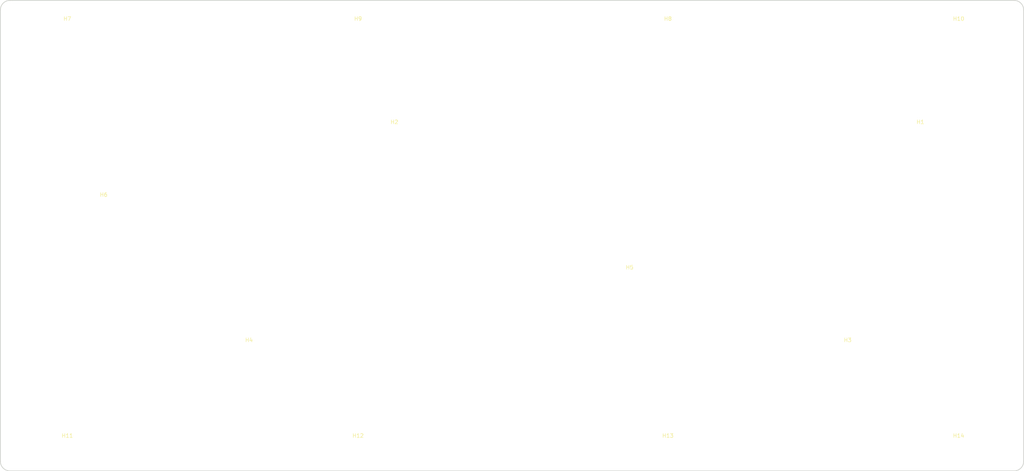
<source format=kicad_pcb>
(kicad_pcb (version 20171130) (host pcbnew 5.0.1)

  (general
    (thickness 1.6)
    (drawings 8)
    (tracks 0)
    (zones 0)
    (modules 77)
    (nets 1)
  )

  (page A3)
  (layers
    (0 F.Cu signal)
    (31 B.Cu signal)
    (32 B.Adhes user)
    (33 F.Adhes user)
    (34 B.Paste user)
    (35 F.Paste user)
    (36 B.SilkS user)
    (37 F.SilkS user)
    (38 B.Mask user)
    (39 F.Mask user)
    (40 Dwgs.User user)
    (41 Cmts.User user)
    (42 Eco1.User user)
    (43 Eco2.User user)
    (44 Edge.Cuts user)
    (45 Margin user)
    (46 B.CrtYd user)
    (47 F.CrtYd user)
    (48 B.Fab user)
    (49 F.Fab user)
  )

  (setup
    (last_trace_width 0.25)
    (trace_clearance 0.2)
    (zone_clearance 0.508)
    (zone_45_only no)
    (trace_min 0.2)
    (segment_width 0.2)
    (edge_width 0.2)
    (via_size 0.8)
    (via_drill 0.4)
    (via_min_size 0.4)
    (via_min_drill 0.3)
    (uvia_size 0.3)
    (uvia_drill 0.1)
    (uvias_allowed no)
    (uvia_min_size 0.2)
    (uvia_min_drill 0.1)
    (pcb_text_width 0.3)
    (pcb_text_size 1.5 1.5)
    (mod_edge_width 0.15)
    (mod_text_size 1 1)
    (mod_text_width 0.15)
    (pad_size 1.524 1.524)
    (pad_drill 0.762)
    (pad_to_mask_clearance 0.051)
    (solder_mask_min_width 0.25)
    (aux_axis_origin 0 0)
    (visible_elements FFFDF7FF)
    (pcbplotparams
      (layerselection 0x010fc_ffffffff)
      (usegerberextensions false)
      (usegerberattributes false)
      (usegerberadvancedattributes false)
      (creategerberjobfile false)
      (excludeedgelayer true)
      (linewidth 0.100000)
      (plotframeref false)
      (viasonmask false)
      (mode 1)
      (useauxorigin false)
      (hpglpennumber 1)
      (hpglpenspeed 20)
      (hpglpendiameter 15.000000)
      (psnegative false)
      (psa4output false)
      (plotreference true)
      (plotvalue true)
      (plotinvisibletext false)
      (padsonsilk false)
      (subtractmaskfromsilk false)
      (outputformat 1)
      (mirror false)
      (drillshape 1)
      (scaleselection 1)
      (outputdirectory "../Photos/Verification SVG/LaserCut/"))
  )

  (net 0 "")

  (net_class Default "This is the default net class."
    (clearance 0.2)
    (trace_width 0.25)
    (via_dia 0.8)
    (via_drill 0.4)
    (uvia_dia 0.3)
    (uvia_drill 0.1)
  )

  (module keebio:MX-Alps_Switch_Cutout (layer F.Cu) (tedit 5971FE21) (tstamp 5C456F55)
    (at 91.974 93.654 180)
    (path /5C40D326)
    (fp_text reference SWA1 (at 0.25 10.05 180) (layer Eco2.User) hide
      (effects (font (size 1 1) (thickness 0.15)))
    )
    (fp_text value SW_PUSH (at 0 -15.24 180) (layer F.Fab) hide
      (effects (font (size 1 1) (thickness 0.15)))
    )
    (fp_line (start -9.5 -9.5) (end 9.5 -9.5) (layer Dwgs.User) (width 0.15))
    (fp_line (start -9.5 9.5) (end -9.5 -9.5) (layer Dwgs.User) (width 0.15))
    (fp_line (start 9.5 9.5) (end -9.5 9.5) (layer Dwgs.User) (width 0.15))
    (fp_line (start 9.5 -9.5) (end 9.5 9.5) (layer Dwgs.User) (width 0.15))
    (pad "" np_thru_hole oval (at 6.85 6.625 180) (size 0.3 1.05) (drill oval 0.3 1.05) (layers *.Cu *.Mask))
    (pad "" np_thru_hole oval (at 7.325 6.25 180) (size 1.25 0.3) (drill oval 1.25 0.3) (layers *.Cu *.Mask))
    (pad "" np_thru_hole oval (at 7.325 -6.25 180) (size 1.25 0.3) (drill oval 1.25 0.3) (layers *.Cu *.Mask))
    (pad "" np_thru_hole oval (at 6.85 -6.625 180) (size 0.3 1.05) (drill oval 0.3 1.05) (layers *.Cu *.Mask))
    (pad "" np_thru_hole oval (at -6.85 -6.625 180) (size 0.3 1.05) (drill oval 0.3 1.05) (layers *.Cu *.Mask))
    (pad "" np_thru_hole oval (at -7.325 -6.25 180) (size 1.25 0.3) (drill oval 1.25 0.3) (layers *.Cu *.Mask))
    (pad "" np_thru_hole oval (at -7.325 6.25 180) (size 1.25 0.3) (drill oval 1.25 0.3) (layers *.Cu *.Mask))
    (pad "" np_thru_hole oval (at -6.85 6.625 180) (size 0.3 1.05) (drill oval 0.3 1.05) (layers *.Cu *.Mask))
    (pad "" np_thru_hole oval (at 7.8 0 180) (size 0.3 12.8) (drill oval 0.3 12.8) (layers *.Cu *.Mask))
    (pad "" np_thru_hole oval (at -7.8 0 180) (size 0.3 12.8) (drill oval 0.3 12.8) (layers *.Cu *.Mask))
    (pad "" np_thru_hole oval (at 0 7 180) (size 14 0.3) (drill oval 14 0.3) (layers *.Cu *.Mask))
    (pad "" np_thru_hole oval (at 0 -7 180) (size 14 0.3) (drill oval 14 0.3) (layers *.Cu *.Mask))
  )

  (module keebio:MX-Alps_Switch_Cutout (layer F.Cu) (tedit 5971FE21) (tstamp 5C456F68)
    (at 110.974 93.654)
    (path /5C406DCC)
    (fp_text reference SWA2 (at 0.25 10.05) (layer Eco2.User) hide
      (effects (font (size 1 1) (thickness 0.15)))
    )
    (fp_text value SW_PUSH (at 0 -15.24) (layer F.Fab) hide
      (effects (font (size 1 1) (thickness 0.15)))
    )
    (fp_line (start 9.5 -9.5) (end 9.5 9.5) (layer Dwgs.User) (width 0.15))
    (fp_line (start 9.5 9.5) (end -9.5 9.5) (layer Dwgs.User) (width 0.15))
    (fp_line (start -9.5 9.5) (end -9.5 -9.5) (layer Dwgs.User) (width 0.15))
    (fp_line (start -9.5 -9.5) (end 9.5 -9.5) (layer Dwgs.User) (width 0.15))
    (pad "" np_thru_hole oval (at 0 -7) (size 14 0.3) (drill oval 14 0.3) (layers *.Cu *.Mask))
    (pad "" np_thru_hole oval (at 0 7) (size 14 0.3) (drill oval 14 0.3) (layers *.Cu *.Mask))
    (pad "" np_thru_hole oval (at -7.8 0) (size 0.3 12.8) (drill oval 0.3 12.8) (layers *.Cu *.Mask))
    (pad "" np_thru_hole oval (at 7.8 0) (size 0.3 12.8) (drill oval 0.3 12.8) (layers *.Cu *.Mask))
    (pad "" np_thru_hole oval (at -6.85 6.625) (size 0.3 1.05) (drill oval 0.3 1.05) (layers *.Cu *.Mask))
    (pad "" np_thru_hole oval (at -7.325 6.25) (size 1.25 0.3) (drill oval 1.25 0.3) (layers *.Cu *.Mask))
    (pad "" np_thru_hole oval (at -7.325 -6.25) (size 1.25 0.3) (drill oval 1.25 0.3) (layers *.Cu *.Mask))
    (pad "" np_thru_hole oval (at -6.85 -6.625) (size 0.3 1.05) (drill oval 0.3 1.05) (layers *.Cu *.Mask))
    (pad "" np_thru_hole oval (at 6.85 -6.625) (size 0.3 1.05) (drill oval 0.3 1.05) (layers *.Cu *.Mask))
    (pad "" np_thru_hole oval (at 7.325 -6.25) (size 1.25 0.3) (drill oval 1.25 0.3) (layers *.Cu *.Mask))
    (pad "" np_thru_hole oval (at 7.325 6.25) (size 1.25 0.3) (drill oval 1.25 0.3) (layers *.Cu *.Mask))
    (pad "" np_thru_hole oval (at 6.85 6.625) (size 0.3 1.05) (drill oval 0.3 1.05) (layers *.Cu *.Mask))
  )

  (module keebio:MX-Alps_Switch_Cutout (layer F.Cu) (tedit 5971FE21) (tstamp 5C456F7B)
    (at 129.974 93.654 180)
    (path /5C40CB09)
    (fp_text reference SWA3 (at 0.25 10.05 180) (layer Eco2.User) hide
      (effects (font (size 1 1) (thickness 0.15)))
    )
    (fp_text value SW_PUSH (at 0 -15.24 180) (layer F.Fab) hide
      (effects (font (size 1 1) (thickness 0.15)))
    )
    (fp_line (start -9.5 -9.5) (end 9.5 -9.5) (layer Dwgs.User) (width 0.15))
    (fp_line (start -9.5 9.5) (end -9.5 -9.5) (layer Dwgs.User) (width 0.15))
    (fp_line (start 9.5 9.5) (end -9.5 9.5) (layer Dwgs.User) (width 0.15))
    (fp_line (start 9.5 -9.5) (end 9.5 9.5) (layer Dwgs.User) (width 0.15))
    (pad "" np_thru_hole oval (at 6.85 6.625 180) (size 0.3 1.05) (drill oval 0.3 1.05) (layers *.Cu *.Mask))
    (pad "" np_thru_hole oval (at 7.325 6.25 180) (size 1.25 0.3) (drill oval 1.25 0.3) (layers *.Cu *.Mask))
    (pad "" np_thru_hole oval (at 7.325 -6.25 180) (size 1.25 0.3) (drill oval 1.25 0.3) (layers *.Cu *.Mask))
    (pad "" np_thru_hole oval (at 6.85 -6.625 180) (size 0.3 1.05) (drill oval 0.3 1.05) (layers *.Cu *.Mask))
    (pad "" np_thru_hole oval (at -6.85 -6.625 180) (size 0.3 1.05) (drill oval 0.3 1.05) (layers *.Cu *.Mask))
    (pad "" np_thru_hole oval (at -7.325 -6.25 180) (size 1.25 0.3) (drill oval 1.25 0.3) (layers *.Cu *.Mask))
    (pad "" np_thru_hole oval (at -7.325 6.25 180) (size 1.25 0.3) (drill oval 1.25 0.3) (layers *.Cu *.Mask))
    (pad "" np_thru_hole oval (at -6.85 6.625 180) (size 0.3 1.05) (drill oval 0.3 1.05) (layers *.Cu *.Mask))
    (pad "" np_thru_hole oval (at 7.8 0 180) (size 0.3 12.8) (drill oval 0.3 12.8) (layers *.Cu *.Mask))
    (pad "" np_thru_hole oval (at -7.8 0 180) (size 0.3 12.8) (drill oval 0.3 12.8) (layers *.Cu *.Mask))
    (pad "" np_thru_hole oval (at 0 7 180) (size 14 0.3) (drill oval 14 0.3) (layers *.Cu *.Mask))
    (pad "" np_thru_hole oval (at 0 -7 180) (size 14 0.3) (drill oval 14 0.3) (layers *.Cu *.Mask))
  )

  (module keebio:MX-Alps_Switch_Cutout (layer F.Cu) (tedit 5971FE21) (tstamp 5C456F8E)
    (at 148.974 93.654 180)
    (path /5C40CC5A)
    (fp_text reference SWA4 (at 0.25 10.05 180) (layer Eco2.User) hide
      (effects (font (size 1 1) (thickness 0.15)))
    )
    (fp_text value SW_PUSH (at 0 -15.24 180) (layer F.Fab) hide
      (effects (font (size 1 1) (thickness 0.15)))
    )
    (fp_line (start 9.5 -9.5) (end 9.5 9.5) (layer Dwgs.User) (width 0.15))
    (fp_line (start 9.5 9.5) (end -9.5 9.5) (layer Dwgs.User) (width 0.15))
    (fp_line (start -9.5 9.5) (end -9.5 -9.5) (layer Dwgs.User) (width 0.15))
    (fp_line (start -9.5 -9.5) (end 9.5 -9.5) (layer Dwgs.User) (width 0.15))
    (pad "" np_thru_hole oval (at 0 -7 180) (size 14 0.3) (drill oval 14 0.3) (layers *.Cu *.Mask))
    (pad "" np_thru_hole oval (at 0 7 180) (size 14 0.3) (drill oval 14 0.3) (layers *.Cu *.Mask))
    (pad "" np_thru_hole oval (at -7.8 0 180) (size 0.3 12.8) (drill oval 0.3 12.8) (layers *.Cu *.Mask))
    (pad "" np_thru_hole oval (at 7.8 0 180) (size 0.3 12.8) (drill oval 0.3 12.8) (layers *.Cu *.Mask))
    (pad "" np_thru_hole oval (at -6.85 6.625 180) (size 0.3 1.05) (drill oval 0.3 1.05) (layers *.Cu *.Mask))
    (pad "" np_thru_hole oval (at -7.325 6.25 180) (size 1.25 0.3) (drill oval 1.25 0.3) (layers *.Cu *.Mask))
    (pad "" np_thru_hole oval (at -7.325 -6.25 180) (size 1.25 0.3) (drill oval 1.25 0.3) (layers *.Cu *.Mask))
    (pad "" np_thru_hole oval (at -6.85 -6.625 180) (size 0.3 1.05) (drill oval 0.3 1.05) (layers *.Cu *.Mask))
    (pad "" np_thru_hole oval (at 6.85 -6.625 180) (size 0.3 1.05) (drill oval 0.3 1.05) (layers *.Cu *.Mask))
    (pad "" np_thru_hole oval (at 7.325 -6.25 180) (size 1.25 0.3) (drill oval 1.25 0.3) (layers *.Cu *.Mask))
    (pad "" np_thru_hole oval (at 7.325 6.25 180) (size 1.25 0.3) (drill oval 1.25 0.3) (layers *.Cu *.Mask))
    (pad "" np_thru_hole oval (at 6.85 6.625 180) (size 0.3 1.05) (drill oval 0.3 1.05) (layers *.Cu *.Mask))
  )

  (module keebio:MX-Alps_Switch_Cutout (layer F.Cu) (tedit 5971FE21) (tstamp 5C456FA1)
    (at 167.974 93.654 180)
    (path /5C40CDB2)
    (fp_text reference SWA5 (at 0.25 10.05 180) (layer Eco2.User) hide
      (effects (font (size 1 1) (thickness 0.15)))
    )
    (fp_text value SW_PUSH (at 0 -15.24 180) (layer F.Fab) hide
      (effects (font (size 1 1) (thickness 0.15)))
    )
    (fp_line (start -9.5 -9.5) (end 9.5 -9.5) (layer Dwgs.User) (width 0.15))
    (fp_line (start -9.5 9.5) (end -9.5 -9.5) (layer Dwgs.User) (width 0.15))
    (fp_line (start 9.5 9.5) (end -9.5 9.5) (layer Dwgs.User) (width 0.15))
    (fp_line (start 9.5 -9.5) (end 9.5 9.5) (layer Dwgs.User) (width 0.15))
    (pad "" np_thru_hole oval (at 6.85 6.625 180) (size 0.3 1.05) (drill oval 0.3 1.05) (layers *.Cu *.Mask))
    (pad "" np_thru_hole oval (at 7.325 6.25 180) (size 1.25 0.3) (drill oval 1.25 0.3) (layers *.Cu *.Mask))
    (pad "" np_thru_hole oval (at 7.325 -6.25 180) (size 1.25 0.3) (drill oval 1.25 0.3) (layers *.Cu *.Mask))
    (pad "" np_thru_hole oval (at 6.85 -6.625 180) (size 0.3 1.05) (drill oval 0.3 1.05) (layers *.Cu *.Mask))
    (pad "" np_thru_hole oval (at -6.85 -6.625 180) (size 0.3 1.05) (drill oval 0.3 1.05) (layers *.Cu *.Mask))
    (pad "" np_thru_hole oval (at -7.325 -6.25 180) (size 1.25 0.3) (drill oval 1.25 0.3) (layers *.Cu *.Mask))
    (pad "" np_thru_hole oval (at -7.325 6.25 180) (size 1.25 0.3) (drill oval 1.25 0.3) (layers *.Cu *.Mask))
    (pad "" np_thru_hole oval (at -6.85 6.625 180) (size 0.3 1.05) (drill oval 0.3 1.05) (layers *.Cu *.Mask))
    (pad "" np_thru_hole oval (at 7.8 0 180) (size 0.3 12.8) (drill oval 0.3 12.8) (layers *.Cu *.Mask))
    (pad "" np_thru_hole oval (at -7.8 0 180) (size 0.3 12.8) (drill oval 0.3 12.8) (layers *.Cu *.Mask))
    (pad "" np_thru_hole oval (at 0 7 180) (size 14 0.3) (drill oval 14 0.3) (layers *.Cu *.Mask))
    (pad "" np_thru_hole oval (at 0 -7 180) (size 14 0.3) (drill oval 14 0.3) (layers *.Cu *.Mask))
  )

  (module keebio:MX-Alps_Switch_Cutout (layer F.Cu) (tedit 5971FE21) (tstamp 5C456FB4)
    (at 186.974 93.654 180)
    (path /5C40CF09)
    (fp_text reference SWA6 (at 0.25 10.05 180) (layer Eco2.User) hide
      (effects (font (size 1 1) (thickness 0.15)))
    )
    (fp_text value SW_PUSH (at 0 -15.24 180) (layer F.Fab) hide
      (effects (font (size 1 1) (thickness 0.15)))
    )
    (fp_line (start 9.5 -9.5) (end 9.5 9.5) (layer Dwgs.User) (width 0.15))
    (fp_line (start 9.5 9.5) (end -9.5 9.5) (layer Dwgs.User) (width 0.15))
    (fp_line (start -9.5 9.5) (end -9.5 -9.5) (layer Dwgs.User) (width 0.15))
    (fp_line (start -9.5 -9.5) (end 9.5 -9.5) (layer Dwgs.User) (width 0.15))
    (pad "" np_thru_hole oval (at 0 -7 180) (size 14 0.3) (drill oval 14 0.3) (layers *.Cu *.Mask))
    (pad "" np_thru_hole oval (at 0 7 180) (size 14 0.3) (drill oval 14 0.3) (layers *.Cu *.Mask))
    (pad "" np_thru_hole oval (at -7.8 0 180) (size 0.3 12.8) (drill oval 0.3 12.8) (layers *.Cu *.Mask))
    (pad "" np_thru_hole oval (at 7.8 0 180) (size 0.3 12.8) (drill oval 0.3 12.8) (layers *.Cu *.Mask))
    (pad "" np_thru_hole oval (at -6.85 6.625 180) (size 0.3 1.05) (drill oval 0.3 1.05) (layers *.Cu *.Mask))
    (pad "" np_thru_hole oval (at -7.325 6.25 180) (size 1.25 0.3) (drill oval 1.25 0.3) (layers *.Cu *.Mask))
    (pad "" np_thru_hole oval (at -7.325 -6.25 180) (size 1.25 0.3) (drill oval 1.25 0.3) (layers *.Cu *.Mask))
    (pad "" np_thru_hole oval (at -6.85 -6.625 180) (size 0.3 1.05) (drill oval 0.3 1.05) (layers *.Cu *.Mask))
    (pad "" np_thru_hole oval (at 6.85 -6.625 180) (size 0.3 1.05) (drill oval 0.3 1.05) (layers *.Cu *.Mask))
    (pad "" np_thru_hole oval (at 7.325 -6.25 180) (size 1.25 0.3) (drill oval 1.25 0.3) (layers *.Cu *.Mask))
    (pad "" np_thru_hole oval (at 7.325 6.25 180) (size 1.25 0.3) (drill oval 1.25 0.3) (layers *.Cu *.Mask))
    (pad "" np_thru_hole oval (at 6.85 6.625 180) (size 0.3 1.05) (drill oval 0.3 1.05) (layers *.Cu *.Mask))
  )

  (module keebio:MX-Alps_Switch_Cutout (layer F.Cu) (tedit 5971FE21) (tstamp 5C456FC7)
    (at 210.5 93.65 180)
    (path /5C40E71A)
    (fp_text reference SWA7 (at 0.25 10.05 180) (layer Eco2.User) hide
      (effects (font (size 1 1) (thickness 0.15)))
    )
    (fp_text value SW_PUSH (at 0 -15.24 180) (layer F.Fab) hide
      (effects (font (size 1 1) (thickness 0.15)))
    )
    (fp_line (start -9.5 -9.5) (end 9.5 -9.5) (layer Dwgs.User) (width 0.15))
    (fp_line (start -9.5 9.5) (end -9.5 -9.5) (layer Dwgs.User) (width 0.15))
    (fp_line (start 9.5 9.5) (end -9.5 9.5) (layer Dwgs.User) (width 0.15))
    (fp_line (start 9.5 -9.5) (end 9.5 9.5) (layer Dwgs.User) (width 0.15))
    (pad "" np_thru_hole oval (at 6.85 6.625 180) (size 0.3 1.05) (drill oval 0.3 1.05) (layers *.Cu *.Mask))
    (pad "" np_thru_hole oval (at 7.325 6.25 180) (size 1.25 0.3) (drill oval 1.25 0.3) (layers *.Cu *.Mask))
    (pad "" np_thru_hole oval (at 7.325 -6.25 180) (size 1.25 0.3) (drill oval 1.25 0.3) (layers *.Cu *.Mask))
    (pad "" np_thru_hole oval (at 6.85 -6.625 180) (size 0.3 1.05) (drill oval 0.3 1.05) (layers *.Cu *.Mask))
    (pad "" np_thru_hole oval (at -6.85 -6.625 180) (size 0.3 1.05) (drill oval 0.3 1.05) (layers *.Cu *.Mask))
    (pad "" np_thru_hole oval (at -7.325 -6.25 180) (size 1.25 0.3) (drill oval 1.25 0.3) (layers *.Cu *.Mask))
    (pad "" np_thru_hole oval (at -7.325 6.25 180) (size 1.25 0.3) (drill oval 1.25 0.3) (layers *.Cu *.Mask))
    (pad "" np_thru_hole oval (at -6.85 6.625 180) (size 0.3 1.05) (drill oval 0.3 1.05) (layers *.Cu *.Mask))
    (pad "" np_thru_hole oval (at 7.8 0 180) (size 0.3 12.8) (drill oval 0.3 12.8) (layers *.Cu *.Mask))
    (pad "" np_thru_hole oval (at -7.8 0 180) (size 0.3 12.8) (drill oval 0.3 12.8) (layers *.Cu *.Mask))
    (pad "" np_thru_hole oval (at 0 7 180) (size 14 0.3) (drill oval 14 0.3) (layers *.Cu *.Mask))
    (pad "" np_thru_hole oval (at 0 -7 180) (size 14 0.3) (drill oval 14 0.3) (layers *.Cu *.Mask))
  )

  (module keebio:MX-Alps_Switch_Cutout (layer F.Cu) (tedit 5971FE21) (tstamp 5C456FDA)
    (at 229.5 93.65 180)
    (path /5C40E666)
    (fp_text reference SWA8 (at 0.25 10.05 180) (layer Eco2.User) hide
      (effects (font (size 1 1) (thickness 0.15)))
    )
    (fp_text value SW_PUSH (at 0 -15.24 180) (layer F.Fab) hide
      (effects (font (size 1 1) (thickness 0.15)))
    )
    (fp_line (start 9.5 -9.5) (end 9.5 9.5) (layer Dwgs.User) (width 0.15))
    (fp_line (start 9.5 9.5) (end -9.5 9.5) (layer Dwgs.User) (width 0.15))
    (fp_line (start -9.5 9.5) (end -9.5 -9.5) (layer Dwgs.User) (width 0.15))
    (fp_line (start -9.5 -9.5) (end 9.5 -9.5) (layer Dwgs.User) (width 0.15))
    (pad "" np_thru_hole oval (at 0 -7 180) (size 14 0.3) (drill oval 14 0.3) (layers *.Cu *.Mask))
    (pad "" np_thru_hole oval (at 0 7 180) (size 14 0.3) (drill oval 14 0.3) (layers *.Cu *.Mask))
    (pad "" np_thru_hole oval (at -7.8 0 180) (size 0.3 12.8) (drill oval 0.3 12.8) (layers *.Cu *.Mask))
    (pad "" np_thru_hole oval (at 7.8 0 180) (size 0.3 12.8) (drill oval 0.3 12.8) (layers *.Cu *.Mask))
    (pad "" np_thru_hole oval (at -6.85 6.625 180) (size 0.3 1.05) (drill oval 0.3 1.05) (layers *.Cu *.Mask))
    (pad "" np_thru_hole oval (at -7.325 6.25 180) (size 1.25 0.3) (drill oval 1.25 0.3) (layers *.Cu *.Mask))
    (pad "" np_thru_hole oval (at -7.325 -6.25 180) (size 1.25 0.3) (drill oval 1.25 0.3) (layers *.Cu *.Mask))
    (pad "" np_thru_hole oval (at -6.85 -6.625 180) (size 0.3 1.05) (drill oval 0.3 1.05) (layers *.Cu *.Mask))
    (pad "" np_thru_hole oval (at 6.85 -6.625 180) (size 0.3 1.05) (drill oval 0.3 1.05) (layers *.Cu *.Mask))
    (pad "" np_thru_hole oval (at 7.325 -6.25 180) (size 1.25 0.3) (drill oval 1.25 0.3) (layers *.Cu *.Mask))
    (pad "" np_thru_hole oval (at 7.325 6.25 180) (size 1.25 0.3) (drill oval 1.25 0.3) (layers *.Cu *.Mask))
    (pad "" np_thru_hole oval (at 6.85 6.625 180) (size 0.3 1.05) (drill oval 0.3 1.05) (layers *.Cu *.Mask))
  )

  (module keebio:MX-Alps_Switch_Cutout (layer F.Cu) (tedit 5971FE21) (tstamp 5C456FED)
    (at 248.5 93.65 180)
    (path /5C40E68A)
    (fp_text reference SWA9 (at 0.25 10.05 180) (layer Eco2.User) hide
      (effects (font (size 1 1) (thickness 0.15)))
    )
    (fp_text value SW_PUSH (at 0 -15.24 180) (layer F.Fab) hide
      (effects (font (size 1 1) (thickness 0.15)))
    )
    (fp_line (start -9.5 -9.5) (end 9.5 -9.5) (layer Dwgs.User) (width 0.15))
    (fp_line (start -9.5 9.5) (end -9.5 -9.5) (layer Dwgs.User) (width 0.15))
    (fp_line (start 9.5 9.5) (end -9.5 9.5) (layer Dwgs.User) (width 0.15))
    (fp_line (start 9.5 -9.5) (end 9.5 9.5) (layer Dwgs.User) (width 0.15))
    (pad "" np_thru_hole oval (at 6.85 6.625 180) (size 0.3 1.05) (drill oval 0.3 1.05) (layers *.Cu *.Mask))
    (pad "" np_thru_hole oval (at 7.325 6.25 180) (size 1.25 0.3) (drill oval 1.25 0.3) (layers *.Cu *.Mask))
    (pad "" np_thru_hole oval (at 7.325 -6.25 180) (size 1.25 0.3) (drill oval 1.25 0.3) (layers *.Cu *.Mask))
    (pad "" np_thru_hole oval (at 6.85 -6.625 180) (size 0.3 1.05) (drill oval 0.3 1.05) (layers *.Cu *.Mask))
    (pad "" np_thru_hole oval (at -6.85 -6.625 180) (size 0.3 1.05) (drill oval 0.3 1.05) (layers *.Cu *.Mask))
    (pad "" np_thru_hole oval (at -7.325 -6.25 180) (size 1.25 0.3) (drill oval 1.25 0.3) (layers *.Cu *.Mask))
    (pad "" np_thru_hole oval (at -7.325 6.25 180) (size 1.25 0.3) (drill oval 1.25 0.3) (layers *.Cu *.Mask))
    (pad "" np_thru_hole oval (at -6.85 6.625 180) (size 0.3 1.05) (drill oval 0.3 1.05) (layers *.Cu *.Mask))
    (pad "" np_thru_hole oval (at 7.8 0 180) (size 0.3 12.8) (drill oval 0.3 12.8) (layers *.Cu *.Mask))
    (pad "" np_thru_hole oval (at -7.8 0 180) (size 0.3 12.8) (drill oval 0.3 12.8) (layers *.Cu *.Mask))
    (pad "" np_thru_hole oval (at 0 7 180) (size 14 0.3) (drill oval 14 0.3) (layers *.Cu *.Mask))
    (pad "" np_thru_hole oval (at 0 -7 180) (size 14 0.3) (drill oval 14 0.3) (layers *.Cu *.Mask))
  )

  (module keebio:MX-Alps_Switch_Cutout (layer F.Cu) (tedit 5971FE21) (tstamp 5C457000)
    (at 267.5 93.65 180)
    (path /5C40E6AE)
    (fp_text reference SWA10 (at 0.25 10.05 180) (layer Eco2.User) hide
      (effects (font (size 1 1) (thickness 0.15)))
    )
    (fp_text value SW_PUSH (at 0 -15.24 180) (layer F.Fab) hide
      (effects (font (size 1 1) (thickness 0.15)))
    )
    (fp_line (start 9.5 -9.5) (end 9.5 9.5) (layer Dwgs.User) (width 0.15))
    (fp_line (start 9.5 9.5) (end -9.5 9.5) (layer Dwgs.User) (width 0.15))
    (fp_line (start -9.5 9.5) (end -9.5 -9.5) (layer Dwgs.User) (width 0.15))
    (fp_line (start -9.5 -9.5) (end 9.5 -9.5) (layer Dwgs.User) (width 0.15))
    (pad "" np_thru_hole oval (at 0 -7 180) (size 14 0.3) (drill oval 14 0.3) (layers *.Cu *.Mask))
    (pad "" np_thru_hole oval (at 0 7 180) (size 14 0.3) (drill oval 14 0.3) (layers *.Cu *.Mask))
    (pad "" np_thru_hole oval (at -7.8 0 180) (size 0.3 12.8) (drill oval 0.3 12.8) (layers *.Cu *.Mask))
    (pad "" np_thru_hole oval (at 7.8 0 180) (size 0.3 12.8) (drill oval 0.3 12.8) (layers *.Cu *.Mask))
    (pad "" np_thru_hole oval (at -6.85 6.625 180) (size 0.3 1.05) (drill oval 0.3 1.05) (layers *.Cu *.Mask))
    (pad "" np_thru_hole oval (at -7.325 6.25 180) (size 1.25 0.3) (drill oval 1.25 0.3) (layers *.Cu *.Mask))
    (pad "" np_thru_hole oval (at -7.325 -6.25 180) (size 1.25 0.3) (drill oval 1.25 0.3) (layers *.Cu *.Mask))
    (pad "" np_thru_hole oval (at -6.85 -6.625 180) (size 0.3 1.05) (drill oval 0.3 1.05) (layers *.Cu *.Mask))
    (pad "" np_thru_hole oval (at 6.85 -6.625 180) (size 0.3 1.05) (drill oval 0.3 1.05) (layers *.Cu *.Mask))
    (pad "" np_thru_hole oval (at 7.325 -6.25 180) (size 1.25 0.3) (drill oval 1.25 0.3) (layers *.Cu *.Mask))
    (pad "" np_thru_hole oval (at 7.325 6.25 180) (size 1.25 0.3) (drill oval 1.25 0.3) (layers *.Cu *.Mask))
    (pad "" np_thru_hole oval (at 6.85 6.625 180) (size 0.3 1.05) (drill oval 0.3 1.05) (layers *.Cu *.Mask))
  )

  (module keebio:MX-Alps_Switch_Cutout (layer F.Cu) (tedit 5971FE21) (tstamp 5C457013)
    (at 286.5 93.65 180)
    (path /5C40E6D2)
    (fp_text reference SWA11 (at 0.25 10.05 180) (layer Eco2.User) hide
      (effects (font (size 1 1) (thickness 0.15)))
    )
    (fp_text value SW_PUSH (at 0 -15.24 180) (layer F.Fab) hide
      (effects (font (size 1 1) (thickness 0.15)))
    )
    (fp_line (start -9.5 -9.5) (end 9.5 -9.5) (layer Dwgs.User) (width 0.15))
    (fp_line (start -9.5 9.5) (end -9.5 -9.5) (layer Dwgs.User) (width 0.15))
    (fp_line (start 9.5 9.5) (end -9.5 9.5) (layer Dwgs.User) (width 0.15))
    (fp_line (start 9.5 -9.5) (end 9.5 9.5) (layer Dwgs.User) (width 0.15))
    (pad "" np_thru_hole oval (at 6.85 6.625 180) (size 0.3 1.05) (drill oval 0.3 1.05) (layers *.Cu *.Mask))
    (pad "" np_thru_hole oval (at 7.325 6.25 180) (size 1.25 0.3) (drill oval 1.25 0.3) (layers *.Cu *.Mask))
    (pad "" np_thru_hole oval (at 7.325 -6.25 180) (size 1.25 0.3) (drill oval 1.25 0.3) (layers *.Cu *.Mask))
    (pad "" np_thru_hole oval (at 6.85 -6.625 180) (size 0.3 1.05) (drill oval 0.3 1.05) (layers *.Cu *.Mask))
    (pad "" np_thru_hole oval (at -6.85 -6.625 180) (size 0.3 1.05) (drill oval 0.3 1.05) (layers *.Cu *.Mask))
    (pad "" np_thru_hole oval (at -7.325 -6.25 180) (size 1.25 0.3) (drill oval 1.25 0.3) (layers *.Cu *.Mask))
    (pad "" np_thru_hole oval (at -7.325 6.25 180) (size 1.25 0.3) (drill oval 1.25 0.3) (layers *.Cu *.Mask))
    (pad "" np_thru_hole oval (at -6.85 6.625 180) (size 0.3 1.05) (drill oval 0.3 1.05) (layers *.Cu *.Mask))
    (pad "" np_thru_hole oval (at 7.8 0 180) (size 0.3 12.8) (drill oval 0.3 12.8) (layers *.Cu *.Mask))
    (pad "" np_thru_hole oval (at -7.8 0 180) (size 0.3 12.8) (drill oval 0.3 12.8) (layers *.Cu *.Mask))
    (pad "" np_thru_hole oval (at 0 7 180) (size 14 0.3) (drill oval 14 0.3) (layers *.Cu *.Mask))
    (pad "" np_thru_hole oval (at 0 -7 180) (size 14 0.3) (drill oval 14 0.3) (layers *.Cu *.Mask))
  )

  (module keebio:MX-Alps_Switch_Cutout (layer F.Cu) (tedit 5971FE21) (tstamp 5C457026)
    (at 305.5 93.65 180)
    (path /5C40E6F6)
    (fp_text reference SWA12 (at 0.25 10.05 180) (layer Eco2.User) hide
      (effects (font (size 1 1) (thickness 0.15)))
    )
    (fp_text value SW_PUSH (at 0 -15.24 180) (layer F.Fab) hide
      (effects (font (size 1 1) (thickness 0.15)))
    )
    (fp_line (start 9.5 -9.5) (end 9.5 9.5) (layer Dwgs.User) (width 0.15))
    (fp_line (start 9.5 9.5) (end -9.5 9.5) (layer Dwgs.User) (width 0.15))
    (fp_line (start -9.5 9.5) (end -9.5 -9.5) (layer Dwgs.User) (width 0.15))
    (fp_line (start -9.5 -9.5) (end 9.5 -9.5) (layer Dwgs.User) (width 0.15))
    (pad "" np_thru_hole oval (at 0 -7 180) (size 14 0.3) (drill oval 14 0.3) (layers *.Cu *.Mask))
    (pad "" np_thru_hole oval (at 0 7 180) (size 14 0.3) (drill oval 14 0.3) (layers *.Cu *.Mask))
    (pad "" np_thru_hole oval (at -7.8 0 180) (size 0.3 12.8) (drill oval 0.3 12.8) (layers *.Cu *.Mask))
    (pad "" np_thru_hole oval (at 7.8 0 180) (size 0.3 12.8) (drill oval 0.3 12.8) (layers *.Cu *.Mask))
    (pad "" np_thru_hole oval (at -6.85 6.625 180) (size 0.3 1.05) (drill oval 0.3 1.05) (layers *.Cu *.Mask))
    (pad "" np_thru_hole oval (at -7.325 6.25 180) (size 1.25 0.3) (drill oval 1.25 0.3) (layers *.Cu *.Mask))
    (pad "" np_thru_hole oval (at -7.325 -6.25 180) (size 1.25 0.3) (drill oval 1.25 0.3) (layers *.Cu *.Mask))
    (pad "" np_thru_hole oval (at -6.85 -6.625 180) (size 0.3 1.05) (drill oval 0.3 1.05) (layers *.Cu *.Mask))
    (pad "" np_thru_hole oval (at 6.85 -6.625 180) (size 0.3 1.05) (drill oval 0.3 1.05) (layers *.Cu *.Mask))
    (pad "" np_thru_hole oval (at 7.325 -6.25 180) (size 1.25 0.3) (drill oval 1.25 0.3) (layers *.Cu *.Mask))
    (pad "" np_thru_hole oval (at 7.325 6.25 180) (size 1.25 0.3) (drill oval 1.25 0.3) (layers *.Cu *.Mask))
    (pad "" np_thru_hole oval (at 6.85 6.625 180) (size 0.3 1.05) (drill oval 0.3 1.05) (layers *.Cu *.Mask))
  )

  (module keebio:MX-Alps_Switch_Cutout (layer F.Cu) (tedit 5971FE21) (tstamp 5C457039)
    (at 324.5 93.65 180)
    (path /5C411E15)
    (fp_text reference SWA13 (at 0.25 10.05 180) (layer Eco2.User) hide
      (effects (font (size 1 1) (thickness 0.15)))
    )
    (fp_text value SW_PUSH (at 0 -15.24 180) (layer F.Fab) hide
      (effects (font (size 1 1) (thickness 0.15)))
    )
    (fp_line (start -9.5 -9.5) (end 9.5 -9.5) (layer Dwgs.User) (width 0.15))
    (fp_line (start -9.5 9.5) (end -9.5 -9.5) (layer Dwgs.User) (width 0.15))
    (fp_line (start 9.5 9.5) (end -9.5 9.5) (layer Dwgs.User) (width 0.15))
    (fp_line (start 9.5 -9.5) (end 9.5 9.5) (layer Dwgs.User) (width 0.15))
    (pad "" np_thru_hole oval (at 6.85 6.625 180) (size 0.3 1.05) (drill oval 0.3 1.05) (layers *.Cu *.Mask))
    (pad "" np_thru_hole oval (at 7.325 6.25 180) (size 1.25 0.3) (drill oval 1.25 0.3) (layers *.Cu *.Mask))
    (pad "" np_thru_hole oval (at 7.325 -6.25 180) (size 1.25 0.3) (drill oval 1.25 0.3) (layers *.Cu *.Mask))
    (pad "" np_thru_hole oval (at 6.85 -6.625 180) (size 0.3 1.05) (drill oval 0.3 1.05) (layers *.Cu *.Mask))
    (pad "" np_thru_hole oval (at -6.85 -6.625 180) (size 0.3 1.05) (drill oval 0.3 1.05) (layers *.Cu *.Mask))
    (pad "" np_thru_hole oval (at -7.325 -6.25 180) (size 1.25 0.3) (drill oval 1.25 0.3) (layers *.Cu *.Mask))
    (pad "" np_thru_hole oval (at -7.325 6.25 180) (size 1.25 0.3) (drill oval 1.25 0.3) (layers *.Cu *.Mask))
    (pad "" np_thru_hole oval (at -6.85 6.625 180) (size 0.3 1.05) (drill oval 0.3 1.05) (layers *.Cu *.Mask))
    (pad "" np_thru_hole oval (at 7.8 0 180) (size 0.3 12.8) (drill oval 0.3 12.8) (layers *.Cu *.Mask))
    (pad "" np_thru_hole oval (at -7.8 0 180) (size 0.3 12.8) (drill oval 0.3 12.8) (layers *.Cu *.Mask))
    (pad "" np_thru_hole oval (at 0 7 180) (size 14 0.3) (drill oval 14 0.3) (layers *.Cu *.Mask))
    (pad "" np_thru_hole oval (at 0 -7 180) (size 14 0.3) (drill oval 14 0.3) (layers *.Cu *.Mask))
  )

  (module keebio:MX-Alps_Switch_Cutout (layer F.Cu) (tedit 5971FE21) (tstamp 5C457130)
    (at 324.5 112.65 180)
    (path /5C411E1D)
    (fp_text reference SWA26 (at 0.25 10.05 180) (layer Eco2.User) hide
      (effects (font (size 1 1) (thickness 0.15)))
    )
    (fp_text value SW_PUSH (at 0 -15.24 180) (layer F.Fab) hide
      (effects (font (size 1 1) (thickness 0.15)))
    )
    (fp_line (start 9.5 -9.5) (end 9.5 9.5) (layer Dwgs.User) (width 0.15))
    (fp_line (start 9.5 9.5) (end -9.5 9.5) (layer Dwgs.User) (width 0.15))
    (fp_line (start -9.5 9.5) (end -9.5 -9.5) (layer Dwgs.User) (width 0.15))
    (fp_line (start -9.5 -9.5) (end 9.5 -9.5) (layer Dwgs.User) (width 0.15))
    (pad "" np_thru_hole oval (at 0 -7 180) (size 14 0.3) (drill oval 14 0.3) (layers *.Cu *.Mask))
    (pad "" np_thru_hole oval (at 0 7 180) (size 14 0.3) (drill oval 14 0.3) (layers *.Cu *.Mask))
    (pad "" np_thru_hole oval (at -7.8 0 180) (size 0.3 12.8) (drill oval 0.3 12.8) (layers *.Cu *.Mask))
    (pad "" np_thru_hole oval (at 7.8 0 180) (size 0.3 12.8) (drill oval 0.3 12.8) (layers *.Cu *.Mask))
    (pad "" np_thru_hole oval (at -6.85 6.625 180) (size 0.3 1.05) (drill oval 0.3 1.05) (layers *.Cu *.Mask))
    (pad "" np_thru_hole oval (at -7.325 6.25 180) (size 1.25 0.3) (drill oval 1.25 0.3) (layers *.Cu *.Mask))
    (pad "" np_thru_hole oval (at -7.325 -6.25 180) (size 1.25 0.3) (drill oval 1.25 0.3) (layers *.Cu *.Mask))
    (pad "" np_thru_hole oval (at -6.85 -6.625 180) (size 0.3 1.05) (drill oval 0.3 1.05) (layers *.Cu *.Mask))
    (pad "" np_thru_hole oval (at 6.85 -6.625 180) (size 0.3 1.05) (drill oval 0.3 1.05) (layers *.Cu *.Mask))
    (pad "" np_thru_hole oval (at 7.325 -6.25 180) (size 1.25 0.3) (drill oval 1.25 0.3) (layers *.Cu *.Mask))
    (pad "" np_thru_hole oval (at 7.325 6.25 180) (size 1.25 0.3) (drill oval 1.25 0.3) (layers *.Cu *.Mask))
    (pad "" np_thru_hole oval (at 6.85 6.625 180) (size 0.3 1.05) (drill oval 0.3 1.05) (layers *.Cu *.Mask))
  )

  (module keebio:MX-Alps_Switch_Cutout (layer F.Cu) (tedit 5971FE21) (tstamp 5C45711D)
    (at 305.5 112.65 180)
    (path /5C40E6FE)
    (fp_text reference SWA25 (at 0.25 10.05 180) (layer Eco2.User) hide
      (effects (font (size 1 1) (thickness 0.15)))
    )
    (fp_text value SW_PUSH (at 0 -15.24 180) (layer F.Fab) hide
      (effects (font (size 1 1) (thickness 0.15)))
    )
    (fp_line (start -9.5 -9.5) (end 9.5 -9.5) (layer Dwgs.User) (width 0.15))
    (fp_line (start -9.5 9.5) (end -9.5 -9.5) (layer Dwgs.User) (width 0.15))
    (fp_line (start 9.5 9.5) (end -9.5 9.5) (layer Dwgs.User) (width 0.15))
    (fp_line (start 9.5 -9.5) (end 9.5 9.5) (layer Dwgs.User) (width 0.15))
    (pad "" np_thru_hole oval (at 6.85 6.625 180) (size 0.3 1.05) (drill oval 0.3 1.05) (layers *.Cu *.Mask))
    (pad "" np_thru_hole oval (at 7.325 6.25 180) (size 1.25 0.3) (drill oval 1.25 0.3) (layers *.Cu *.Mask))
    (pad "" np_thru_hole oval (at 7.325 -6.25 180) (size 1.25 0.3) (drill oval 1.25 0.3) (layers *.Cu *.Mask))
    (pad "" np_thru_hole oval (at 6.85 -6.625 180) (size 0.3 1.05) (drill oval 0.3 1.05) (layers *.Cu *.Mask))
    (pad "" np_thru_hole oval (at -6.85 -6.625 180) (size 0.3 1.05) (drill oval 0.3 1.05) (layers *.Cu *.Mask))
    (pad "" np_thru_hole oval (at -7.325 -6.25 180) (size 1.25 0.3) (drill oval 1.25 0.3) (layers *.Cu *.Mask))
    (pad "" np_thru_hole oval (at -7.325 6.25 180) (size 1.25 0.3) (drill oval 1.25 0.3) (layers *.Cu *.Mask))
    (pad "" np_thru_hole oval (at -6.85 6.625 180) (size 0.3 1.05) (drill oval 0.3 1.05) (layers *.Cu *.Mask))
    (pad "" np_thru_hole oval (at 7.8 0 180) (size 0.3 12.8) (drill oval 0.3 12.8) (layers *.Cu *.Mask))
    (pad "" np_thru_hole oval (at -7.8 0 180) (size 0.3 12.8) (drill oval 0.3 12.8) (layers *.Cu *.Mask))
    (pad "" np_thru_hole oval (at 0 7 180) (size 14 0.3) (drill oval 14 0.3) (layers *.Cu *.Mask))
    (pad "" np_thru_hole oval (at 0 -7 180) (size 14 0.3) (drill oval 14 0.3) (layers *.Cu *.Mask))
  )

  (module keebio:MX-Alps_Switch_Cutout (layer F.Cu) (tedit 5971FE21) (tstamp 5C45710A)
    (at 286.5 112.65 180)
    (path /5C40E6DA)
    (fp_text reference SWA24 (at 0.25 10.05 180) (layer Eco2.User) hide
      (effects (font (size 1 1) (thickness 0.15)))
    )
    (fp_text value SW_PUSH (at 0 -15.24 180) (layer F.Fab) hide
      (effects (font (size 1 1) (thickness 0.15)))
    )
    (fp_line (start -9.5 -9.5) (end 9.5 -9.5) (layer Dwgs.User) (width 0.15))
    (fp_line (start -9.5 9.5) (end -9.5 -9.5) (layer Dwgs.User) (width 0.15))
    (fp_line (start 9.5 9.5) (end -9.5 9.5) (layer Dwgs.User) (width 0.15))
    (fp_line (start 9.5 -9.5) (end 9.5 9.5) (layer Dwgs.User) (width 0.15))
    (pad "" np_thru_hole oval (at 6.85 6.625 180) (size 0.3 1.05) (drill oval 0.3 1.05) (layers *.Cu *.Mask))
    (pad "" np_thru_hole oval (at 7.325 6.25 180) (size 1.25 0.3) (drill oval 1.25 0.3) (layers *.Cu *.Mask))
    (pad "" np_thru_hole oval (at 7.325 -6.25 180) (size 1.25 0.3) (drill oval 1.25 0.3) (layers *.Cu *.Mask))
    (pad "" np_thru_hole oval (at 6.85 -6.625 180) (size 0.3 1.05) (drill oval 0.3 1.05) (layers *.Cu *.Mask))
    (pad "" np_thru_hole oval (at -6.85 -6.625 180) (size 0.3 1.05) (drill oval 0.3 1.05) (layers *.Cu *.Mask))
    (pad "" np_thru_hole oval (at -7.325 -6.25 180) (size 1.25 0.3) (drill oval 1.25 0.3) (layers *.Cu *.Mask))
    (pad "" np_thru_hole oval (at -7.325 6.25 180) (size 1.25 0.3) (drill oval 1.25 0.3) (layers *.Cu *.Mask))
    (pad "" np_thru_hole oval (at -6.85 6.625 180) (size 0.3 1.05) (drill oval 0.3 1.05) (layers *.Cu *.Mask))
    (pad "" np_thru_hole oval (at 7.8 0 180) (size 0.3 12.8) (drill oval 0.3 12.8) (layers *.Cu *.Mask))
    (pad "" np_thru_hole oval (at -7.8 0 180) (size 0.3 12.8) (drill oval 0.3 12.8) (layers *.Cu *.Mask))
    (pad "" np_thru_hole oval (at 0 7 180) (size 14 0.3) (drill oval 14 0.3) (layers *.Cu *.Mask))
    (pad "" np_thru_hole oval (at 0 -7 180) (size 14 0.3) (drill oval 14 0.3) (layers *.Cu *.Mask))
  )

  (module keebio:MX-Alps_Switch_Cutout (layer F.Cu) (tedit 5971FE21) (tstamp 5C4570F7)
    (at 267.5 112.65 180)
    (path /5C40E6B6)
    (fp_text reference SWA23 (at 0.25 10.05 180) (layer Eco2.User) hide
      (effects (font (size 1 1) (thickness 0.15)))
    )
    (fp_text value SW_PUSH (at 0 -15.24 180) (layer F.Fab) hide
      (effects (font (size 1 1) (thickness 0.15)))
    )
    (fp_line (start -9.5 -9.5) (end 9.5 -9.5) (layer Dwgs.User) (width 0.15))
    (fp_line (start -9.5 9.5) (end -9.5 -9.5) (layer Dwgs.User) (width 0.15))
    (fp_line (start 9.5 9.5) (end -9.5 9.5) (layer Dwgs.User) (width 0.15))
    (fp_line (start 9.5 -9.5) (end 9.5 9.5) (layer Dwgs.User) (width 0.15))
    (pad "" np_thru_hole oval (at 6.85 6.625 180) (size 0.3 1.05) (drill oval 0.3 1.05) (layers *.Cu *.Mask))
    (pad "" np_thru_hole oval (at 7.325 6.25 180) (size 1.25 0.3) (drill oval 1.25 0.3) (layers *.Cu *.Mask))
    (pad "" np_thru_hole oval (at 7.325 -6.25 180) (size 1.25 0.3) (drill oval 1.25 0.3) (layers *.Cu *.Mask))
    (pad "" np_thru_hole oval (at 6.85 -6.625 180) (size 0.3 1.05) (drill oval 0.3 1.05) (layers *.Cu *.Mask))
    (pad "" np_thru_hole oval (at -6.85 -6.625 180) (size 0.3 1.05) (drill oval 0.3 1.05) (layers *.Cu *.Mask))
    (pad "" np_thru_hole oval (at -7.325 -6.25 180) (size 1.25 0.3) (drill oval 1.25 0.3) (layers *.Cu *.Mask))
    (pad "" np_thru_hole oval (at -7.325 6.25 180) (size 1.25 0.3) (drill oval 1.25 0.3) (layers *.Cu *.Mask))
    (pad "" np_thru_hole oval (at -6.85 6.625 180) (size 0.3 1.05) (drill oval 0.3 1.05) (layers *.Cu *.Mask))
    (pad "" np_thru_hole oval (at 7.8 0 180) (size 0.3 12.8) (drill oval 0.3 12.8) (layers *.Cu *.Mask))
    (pad "" np_thru_hole oval (at -7.8 0 180) (size 0.3 12.8) (drill oval 0.3 12.8) (layers *.Cu *.Mask))
    (pad "" np_thru_hole oval (at 0 7 180) (size 14 0.3) (drill oval 14 0.3) (layers *.Cu *.Mask))
    (pad "" np_thru_hole oval (at 0 -7 180) (size 14 0.3) (drill oval 14 0.3) (layers *.Cu *.Mask))
  )

  (module keebio:MX-Alps_Switch_Cutout (layer F.Cu) (tedit 5971FE21) (tstamp 5C4570E4)
    (at 248.5 112.65 180)
    (path /5C40E692)
    (fp_text reference SWA22 (at 0.25 10.05 180) (layer Eco2.User) hide
      (effects (font (size 1 1) (thickness 0.15)))
    )
    (fp_text value SW_PUSH (at 0 -15.24 180) (layer F.Fab) hide
      (effects (font (size 1 1) (thickness 0.15)))
    )
    (fp_line (start 9.5 -9.5) (end 9.5 9.5) (layer Dwgs.User) (width 0.15))
    (fp_line (start 9.5 9.5) (end -9.5 9.5) (layer Dwgs.User) (width 0.15))
    (fp_line (start -9.5 9.5) (end -9.5 -9.5) (layer Dwgs.User) (width 0.15))
    (fp_line (start -9.5 -9.5) (end 9.5 -9.5) (layer Dwgs.User) (width 0.15))
    (pad "" np_thru_hole oval (at 0 -7 180) (size 14 0.3) (drill oval 14 0.3) (layers *.Cu *.Mask))
    (pad "" np_thru_hole oval (at 0 7 180) (size 14 0.3) (drill oval 14 0.3) (layers *.Cu *.Mask))
    (pad "" np_thru_hole oval (at -7.8 0 180) (size 0.3 12.8) (drill oval 0.3 12.8) (layers *.Cu *.Mask))
    (pad "" np_thru_hole oval (at 7.8 0 180) (size 0.3 12.8) (drill oval 0.3 12.8) (layers *.Cu *.Mask))
    (pad "" np_thru_hole oval (at -6.85 6.625 180) (size 0.3 1.05) (drill oval 0.3 1.05) (layers *.Cu *.Mask))
    (pad "" np_thru_hole oval (at -7.325 6.25 180) (size 1.25 0.3) (drill oval 1.25 0.3) (layers *.Cu *.Mask))
    (pad "" np_thru_hole oval (at -7.325 -6.25 180) (size 1.25 0.3) (drill oval 1.25 0.3) (layers *.Cu *.Mask))
    (pad "" np_thru_hole oval (at -6.85 -6.625 180) (size 0.3 1.05) (drill oval 0.3 1.05) (layers *.Cu *.Mask))
    (pad "" np_thru_hole oval (at 6.85 -6.625 180) (size 0.3 1.05) (drill oval 0.3 1.05) (layers *.Cu *.Mask))
    (pad "" np_thru_hole oval (at 7.325 -6.25 180) (size 1.25 0.3) (drill oval 1.25 0.3) (layers *.Cu *.Mask))
    (pad "" np_thru_hole oval (at 7.325 6.25 180) (size 1.25 0.3) (drill oval 1.25 0.3) (layers *.Cu *.Mask))
    (pad "" np_thru_hole oval (at 6.85 6.625 180) (size 0.3 1.05) (drill oval 0.3 1.05) (layers *.Cu *.Mask))
  )

  (module keebio:MX-Alps_Switch_Cutout (layer F.Cu) (tedit 5971FE21) (tstamp 5C4570D1)
    (at 229.5 112.65 180)
    (path /5C40E66E)
    (fp_text reference SWA21 (at 0.25 10.05 180) (layer Eco2.User) hide
      (effects (font (size 1 1) (thickness 0.15)))
    )
    (fp_text value SW_PUSH (at 0 -15.24 180) (layer F.Fab) hide
      (effects (font (size 1 1) (thickness 0.15)))
    )
    (fp_line (start -9.5 -9.5) (end 9.5 -9.5) (layer Dwgs.User) (width 0.15))
    (fp_line (start -9.5 9.5) (end -9.5 -9.5) (layer Dwgs.User) (width 0.15))
    (fp_line (start 9.5 9.5) (end -9.5 9.5) (layer Dwgs.User) (width 0.15))
    (fp_line (start 9.5 -9.5) (end 9.5 9.5) (layer Dwgs.User) (width 0.15))
    (pad "" np_thru_hole oval (at 6.85 6.625 180) (size 0.3 1.05) (drill oval 0.3 1.05) (layers *.Cu *.Mask))
    (pad "" np_thru_hole oval (at 7.325 6.25 180) (size 1.25 0.3) (drill oval 1.25 0.3) (layers *.Cu *.Mask))
    (pad "" np_thru_hole oval (at 7.325 -6.25 180) (size 1.25 0.3) (drill oval 1.25 0.3) (layers *.Cu *.Mask))
    (pad "" np_thru_hole oval (at 6.85 -6.625 180) (size 0.3 1.05) (drill oval 0.3 1.05) (layers *.Cu *.Mask))
    (pad "" np_thru_hole oval (at -6.85 -6.625 180) (size 0.3 1.05) (drill oval 0.3 1.05) (layers *.Cu *.Mask))
    (pad "" np_thru_hole oval (at -7.325 -6.25 180) (size 1.25 0.3) (drill oval 1.25 0.3) (layers *.Cu *.Mask))
    (pad "" np_thru_hole oval (at -7.325 6.25 180) (size 1.25 0.3) (drill oval 1.25 0.3) (layers *.Cu *.Mask))
    (pad "" np_thru_hole oval (at -6.85 6.625 180) (size 0.3 1.05) (drill oval 0.3 1.05) (layers *.Cu *.Mask))
    (pad "" np_thru_hole oval (at 7.8 0 180) (size 0.3 12.8) (drill oval 0.3 12.8) (layers *.Cu *.Mask))
    (pad "" np_thru_hole oval (at -7.8 0 180) (size 0.3 12.8) (drill oval 0.3 12.8) (layers *.Cu *.Mask))
    (pad "" np_thru_hole oval (at 0 7 180) (size 14 0.3) (drill oval 14 0.3) (layers *.Cu *.Mask))
    (pad "" np_thru_hole oval (at 0 -7 180) (size 14 0.3) (drill oval 14 0.3) (layers *.Cu *.Mask))
  )

  (module keebio:MX-Alps_Switch_Cutout (layer F.Cu) (tedit 5971FE21) (tstamp 5C4570BE)
    (at 210.5 112.65 180)
    (path /5C40E722)
    (fp_text reference SWA20 (at 0.25 10.05 180) (layer Eco2.User) hide
      (effects (font (size 1 1) (thickness 0.15)))
    )
    (fp_text value SW_PUSH (at 0 -15.24 180) (layer F.Fab) hide
      (effects (font (size 1 1) (thickness 0.15)))
    )
    (fp_line (start 9.5 -9.5) (end 9.5 9.5) (layer Dwgs.User) (width 0.15))
    (fp_line (start 9.5 9.5) (end -9.5 9.5) (layer Dwgs.User) (width 0.15))
    (fp_line (start -9.5 9.5) (end -9.5 -9.5) (layer Dwgs.User) (width 0.15))
    (fp_line (start -9.5 -9.5) (end 9.5 -9.5) (layer Dwgs.User) (width 0.15))
    (pad "" np_thru_hole oval (at 0 -7 180) (size 14 0.3) (drill oval 14 0.3) (layers *.Cu *.Mask))
    (pad "" np_thru_hole oval (at 0 7 180) (size 14 0.3) (drill oval 14 0.3) (layers *.Cu *.Mask))
    (pad "" np_thru_hole oval (at -7.8 0 180) (size 0.3 12.8) (drill oval 0.3 12.8) (layers *.Cu *.Mask))
    (pad "" np_thru_hole oval (at 7.8 0 180) (size 0.3 12.8) (drill oval 0.3 12.8) (layers *.Cu *.Mask))
    (pad "" np_thru_hole oval (at -6.85 6.625 180) (size 0.3 1.05) (drill oval 0.3 1.05) (layers *.Cu *.Mask))
    (pad "" np_thru_hole oval (at -7.325 6.25 180) (size 1.25 0.3) (drill oval 1.25 0.3) (layers *.Cu *.Mask))
    (pad "" np_thru_hole oval (at -7.325 -6.25 180) (size 1.25 0.3) (drill oval 1.25 0.3) (layers *.Cu *.Mask))
    (pad "" np_thru_hole oval (at -6.85 -6.625 180) (size 0.3 1.05) (drill oval 0.3 1.05) (layers *.Cu *.Mask))
    (pad "" np_thru_hole oval (at 6.85 -6.625 180) (size 0.3 1.05) (drill oval 0.3 1.05) (layers *.Cu *.Mask))
    (pad "" np_thru_hole oval (at 7.325 -6.25 180) (size 1.25 0.3) (drill oval 1.25 0.3) (layers *.Cu *.Mask))
    (pad "" np_thru_hole oval (at 7.325 6.25 180) (size 1.25 0.3) (drill oval 1.25 0.3) (layers *.Cu *.Mask))
    (pad "" np_thru_hole oval (at 6.85 6.625 180) (size 0.3 1.05) (drill oval 0.3 1.05) (layers *.Cu *.Mask))
  )

  (module keebio:MX-Alps_Switch_Cutout (layer F.Cu) (tedit 5971FE21) (tstamp 5C4570AB)
    (at 186.974 112.654 180)
    (path /5C40CF11)
    (fp_text reference SWA19 (at 0.25 10.05 180) (layer Eco2.User) hide
      (effects (font (size 1 1) (thickness 0.15)))
    )
    (fp_text value SW_PUSH (at 0 -15.24 180) (layer F.Fab) hide
      (effects (font (size 1 1) (thickness 0.15)))
    )
    (fp_line (start -9.5 -9.5) (end 9.5 -9.5) (layer Dwgs.User) (width 0.15))
    (fp_line (start -9.5 9.5) (end -9.5 -9.5) (layer Dwgs.User) (width 0.15))
    (fp_line (start 9.5 9.5) (end -9.5 9.5) (layer Dwgs.User) (width 0.15))
    (fp_line (start 9.5 -9.5) (end 9.5 9.5) (layer Dwgs.User) (width 0.15))
    (pad "" np_thru_hole oval (at 6.85 6.625 180) (size 0.3 1.05) (drill oval 0.3 1.05) (layers *.Cu *.Mask))
    (pad "" np_thru_hole oval (at 7.325 6.25 180) (size 1.25 0.3) (drill oval 1.25 0.3) (layers *.Cu *.Mask))
    (pad "" np_thru_hole oval (at 7.325 -6.25 180) (size 1.25 0.3) (drill oval 1.25 0.3) (layers *.Cu *.Mask))
    (pad "" np_thru_hole oval (at 6.85 -6.625 180) (size 0.3 1.05) (drill oval 0.3 1.05) (layers *.Cu *.Mask))
    (pad "" np_thru_hole oval (at -6.85 -6.625 180) (size 0.3 1.05) (drill oval 0.3 1.05) (layers *.Cu *.Mask))
    (pad "" np_thru_hole oval (at -7.325 -6.25 180) (size 1.25 0.3) (drill oval 1.25 0.3) (layers *.Cu *.Mask))
    (pad "" np_thru_hole oval (at -7.325 6.25 180) (size 1.25 0.3) (drill oval 1.25 0.3) (layers *.Cu *.Mask))
    (pad "" np_thru_hole oval (at -6.85 6.625 180) (size 0.3 1.05) (drill oval 0.3 1.05) (layers *.Cu *.Mask))
    (pad "" np_thru_hole oval (at 7.8 0 180) (size 0.3 12.8) (drill oval 0.3 12.8) (layers *.Cu *.Mask))
    (pad "" np_thru_hole oval (at -7.8 0 180) (size 0.3 12.8) (drill oval 0.3 12.8) (layers *.Cu *.Mask))
    (pad "" np_thru_hole oval (at 0 7 180) (size 14 0.3) (drill oval 14 0.3) (layers *.Cu *.Mask))
    (pad "" np_thru_hole oval (at 0 -7 180) (size 14 0.3) (drill oval 14 0.3) (layers *.Cu *.Mask))
  )

  (module keebio:MX-Alps_Switch_Cutout (layer F.Cu) (tedit 5971FE21) (tstamp 5C457098)
    (at 167.974 112.654 180)
    (path /5C40CDBA)
    (fp_text reference SWA18 (at 0.25 10.05 180) (layer Eco2.User) hide
      (effects (font (size 1 1) (thickness 0.15)))
    )
    (fp_text value SW_PUSH (at 0 -15.24 180) (layer F.Fab) hide
      (effects (font (size 1 1) (thickness 0.15)))
    )
    (fp_line (start -9.5 -9.5) (end 9.5 -9.5) (layer Dwgs.User) (width 0.15))
    (fp_line (start -9.5 9.5) (end -9.5 -9.5) (layer Dwgs.User) (width 0.15))
    (fp_line (start 9.5 9.5) (end -9.5 9.5) (layer Dwgs.User) (width 0.15))
    (fp_line (start 9.5 -9.5) (end 9.5 9.5) (layer Dwgs.User) (width 0.15))
    (pad "" np_thru_hole oval (at 6.85 6.625 180) (size 0.3 1.05) (drill oval 0.3 1.05) (layers *.Cu *.Mask))
    (pad "" np_thru_hole oval (at 7.325 6.25 180) (size 1.25 0.3) (drill oval 1.25 0.3) (layers *.Cu *.Mask))
    (pad "" np_thru_hole oval (at 7.325 -6.25 180) (size 1.25 0.3) (drill oval 1.25 0.3) (layers *.Cu *.Mask))
    (pad "" np_thru_hole oval (at 6.85 -6.625 180) (size 0.3 1.05) (drill oval 0.3 1.05) (layers *.Cu *.Mask))
    (pad "" np_thru_hole oval (at -6.85 -6.625 180) (size 0.3 1.05) (drill oval 0.3 1.05) (layers *.Cu *.Mask))
    (pad "" np_thru_hole oval (at -7.325 -6.25 180) (size 1.25 0.3) (drill oval 1.25 0.3) (layers *.Cu *.Mask))
    (pad "" np_thru_hole oval (at -7.325 6.25 180) (size 1.25 0.3) (drill oval 1.25 0.3) (layers *.Cu *.Mask))
    (pad "" np_thru_hole oval (at -6.85 6.625 180) (size 0.3 1.05) (drill oval 0.3 1.05) (layers *.Cu *.Mask))
    (pad "" np_thru_hole oval (at 7.8 0 180) (size 0.3 12.8) (drill oval 0.3 12.8) (layers *.Cu *.Mask))
    (pad "" np_thru_hole oval (at -7.8 0 180) (size 0.3 12.8) (drill oval 0.3 12.8) (layers *.Cu *.Mask))
    (pad "" np_thru_hole oval (at 0 7 180) (size 14 0.3) (drill oval 14 0.3) (layers *.Cu *.Mask))
    (pad "" np_thru_hole oval (at 0 -7 180) (size 14 0.3) (drill oval 14 0.3) (layers *.Cu *.Mask))
  )

  (module keebio:MX-Alps_Switch_Cutout (layer F.Cu) (tedit 5971FE21) (tstamp 5C457085)
    (at 148.974 112.654 180)
    (path /5C40CC62)
    (fp_text reference SWA17 (at 0.25 10.05 180) (layer Eco2.User) hide
      (effects (font (size 1 1) (thickness 0.15)))
    )
    (fp_text value SW_PUSH (at 0 -15.24 180) (layer F.Fab) hide
      (effects (font (size 1 1) (thickness 0.15)))
    )
    (fp_line (start -9.5 -9.5) (end 9.5 -9.5) (layer Dwgs.User) (width 0.15))
    (fp_line (start -9.5 9.5) (end -9.5 -9.5) (layer Dwgs.User) (width 0.15))
    (fp_line (start 9.5 9.5) (end -9.5 9.5) (layer Dwgs.User) (width 0.15))
    (fp_line (start 9.5 -9.5) (end 9.5 9.5) (layer Dwgs.User) (width 0.15))
    (pad "" np_thru_hole oval (at 6.85 6.625 180) (size 0.3 1.05) (drill oval 0.3 1.05) (layers *.Cu *.Mask))
    (pad "" np_thru_hole oval (at 7.325 6.25 180) (size 1.25 0.3) (drill oval 1.25 0.3) (layers *.Cu *.Mask))
    (pad "" np_thru_hole oval (at 7.325 -6.25 180) (size 1.25 0.3) (drill oval 1.25 0.3) (layers *.Cu *.Mask))
    (pad "" np_thru_hole oval (at 6.85 -6.625 180) (size 0.3 1.05) (drill oval 0.3 1.05) (layers *.Cu *.Mask))
    (pad "" np_thru_hole oval (at -6.85 -6.625 180) (size 0.3 1.05) (drill oval 0.3 1.05) (layers *.Cu *.Mask))
    (pad "" np_thru_hole oval (at -7.325 -6.25 180) (size 1.25 0.3) (drill oval 1.25 0.3) (layers *.Cu *.Mask))
    (pad "" np_thru_hole oval (at -7.325 6.25 180) (size 1.25 0.3) (drill oval 1.25 0.3) (layers *.Cu *.Mask))
    (pad "" np_thru_hole oval (at -6.85 6.625 180) (size 0.3 1.05) (drill oval 0.3 1.05) (layers *.Cu *.Mask))
    (pad "" np_thru_hole oval (at 7.8 0 180) (size 0.3 12.8) (drill oval 0.3 12.8) (layers *.Cu *.Mask))
    (pad "" np_thru_hole oval (at -7.8 0 180) (size 0.3 12.8) (drill oval 0.3 12.8) (layers *.Cu *.Mask))
    (pad "" np_thru_hole oval (at 0 7 180) (size 14 0.3) (drill oval 14 0.3) (layers *.Cu *.Mask))
    (pad "" np_thru_hole oval (at 0 -7 180) (size 14 0.3) (drill oval 14 0.3) (layers *.Cu *.Mask))
  )

  (module keebio:MX-Alps_Switch_Cutout (layer F.Cu) (tedit 5971FE21) (tstamp 5C457072)
    (at 129.974 112.654 180)
    (path /5C40CB11)
    (fp_text reference SWA16 (at 0.25 10.05 180) (layer Eco2.User) hide
      (effects (font (size 1 1) (thickness 0.15)))
    )
    (fp_text value SW_PUSH (at 0 -15.24 180) (layer F.Fab) hide
      (effects (font (size 1 1) (thickness 0.15)))
    )
    (fp_line (start 9.5 -9.5) (end 9.5 9.5) (layer Dwgs.User) (width 0.15))
    (fp_line (start 9.5 9.5) (end -9.5 9.5) (layer Dwgs.User) (width 0.15))
    (fp_line (start -9.5 9.5) (end -9.5 -9.5) (layer Dwgs.User) (width 0.15))
    (fp_line (start -9.5 -9.5) (end 9.5 -9.5) (layer Dwgs.User) (width 0.15))
    (pad "" np_thru_hole oval (at 0 -7 180) (size 14 0.3) (drill oval 14 0.3) (layers *.Cu *.Mask))
    (pad "" np_thru_hole oval (at 0 7 180) (size 14 0.3) (drill oval 14 0.3) (layers *.Cu *.Mask))
    (pad "" np_thru_hole oval (at -7.8 0 180) (size 0.3 12.8) (drill oval 0.3 12.8) (layers *.Cu *.Mask))
    (pad "" np_thru_hole oval (at 7.8 0 180) (size 0.3 12.8) (drill oval 0.3 12.8) (layers *.Cu *.Mask))
    (pad "" np_thru_hole oval (at -6.85 6.625 180) (size 0.3 1.05) (drill oval 0.3 1.05) (layers *.Cu *.Mask))
    (pad "" np_thru_hole oval (at -7.325 6.25 180) (size 1.25 0.3) (drill oval 1.25 0.3) (layers *.Cu *.Mask))
    (pad "" np_thru_hole oval (at -7.325 -6.25 180) (size 1.25 0.3) (drill oval 1.25 0.3) (layers *.Cu *.Mask))
    (pad "" np_thru_hole oval (at -6.85 -6.625 180) (size 0.3 1.05) (drill oval 0.3 1.05) (layers *.Cu *.Mask))
    (pad "" np_thru_hole oval (at 6.85 -6.625 180) (size 0.3 1.05) (drill oval 0.3 1.05) (layers *.Cu *.Mask))
    (pad "" np_thru_hole oval (at 7.325 -6.25 180) (size 1.25 0.3) (drill oval 1.25 0.3) (layers *.Cu *.Mask))
    (pad "" np_thru_hole oval (at 7.325 6.25 180) (size 1.25 0.3) (drill oval 1.25 0.3) (layers *.Cu *.Mask))
    (pad "" np_thru_hole oval (at 6.85 6.625 180) (size 0.3 1.05) (drill oval 0.3 1.05) (layers *.Cu *.Mask))
  )

  (module keebio:MX-Alps_Switch_Cutout (layer F.Cu) (tedit 5971FE21) (tstamp 5C45705F)
    (at 110.974 112.654 180)
    (path /5C40C42D)
    (fp_text reference SWA15 (at 0.25 10.05 180) (layer Eco2.User) hide
      (effects (font (size 1 1) (thickness 0.15)))
    )
    (fp_text value SW_PUSH (at 0 -15.24 180) (layer F.Fab) hide
      (effects (font (size 1 1) (thickness 0.15)))
    )
    (fp_line (start -9.5 -9.5) (end 9.5 -9.5) (layer Dwgs.User) (width 0.15))
    (fp_line (start -9.5 9.5) (end -9.5 -9.5) (layer Dwgs.User) (width 0.15))
    (fp_line (start 9.5 9.5) (end -9.5 9.5) (layer Dwgs.User) (width 0.15))
    (fp_line (start 9.5 -9.5) (end 9.5 9.5) (layer Dwgs.User) (width 0.15))
    (pad "" np_thru_hole oval (at 6.85 6.625 180) (size 0.3 1.05) (drill oval 0.3 1.05) (layers *.Cu *.Mask))
    (pad "" np_thru_hole oval (at 7.325 6.25 180) (size 1.25 0.3) (drill oval 1.25 0.3) (layers *.Cu *.Mask))
    (pad "" np_thru_hole oval (at 7.325 -6.25 180) (size 1.25 0.3) (drill oval 1.25 0.3) (layers *.Cu *.Mask))
    (pad "" np_thru_hole oval (at 6.85 -6.625 180) (size 0.3 1.05) (drill oval 0.3 1.05) (layers *.Cu *.Mask))
    (pad "" np_thru_hole oval (at -6.85 -6.625 180) (size 0.3 1.05) (drill oval 0.3 1.05) (layers *.Cu *.Mask))
    (pad "" np_thru_hole oval (at -7.325 -6.25 180) (size 1.25 0.3) (drill oval 1.25 0.3) (layers *.Cu *.Mask))
    (pad "" np_thru_hole oval (at -7.325 6.25 180) (size 1.25 0.3) (drill oval 1.25 0.3) (layers *.Cu *.Mask))
    (pad "" np_thru_hole oval (at -6.85 6.625 180) (size 0.3 1.05) (drill oval 0.3 1.05) (layers *.Cu *.Mask))
    (pad "" np_thru_hole oval (at 7.8 0 180) (size 0.3 12.8) (drill oval 0.3 12.8) (layers *.Cu *.Mask))
    (pad "" np_thru_hole oval (at -7.8 0 180) (size 0.3 12.8) (drill oval 0.3 12.8) (layers *.Cu *.Mask))
    (pad "" np_thru_hole oval (at 0 7 180) (size 14 0.3) (drill oval 14 0.3) (layers *.Cu *.Mask))
    (pad "" np_thru_hole oval (at 0 -7 180) (size 14 0.3) (drill oval 14 0.3) (layers *.Cu *.Mask))
  )

  (module keebio:MX-Alps_Switch_Cutout (layer F.Cu) (tedit 5971FE21) (tstamp 5C45704C)
    (at 91.974 112.654 180)
    (path /5C40D32E)
    (fp_text reference SWA14 (at 0.25 10.05 180) (layer Eco2.User) hide
      (effects (font (size 1 1) (thickness 0.15)))
    )
    (fp_text value SW_PUSH (at 0 -15.24 180) (layer F.Fab) hide
      (effects (font (size 1 1) (thickness 0.15)))
    )
    (fp_line (start 9.5 -9.5) (end 9.5 9.5) (layer Dwgs.User) (width 0.15))
    (fp_line (start 9.5 9.5) (end -9.5 9.5) (layer Dwgs.User) (width 0.15))
    (fp_line (start -9.5 9.5) (end -9.5 -9.5) (layer Dwgs.User) (width 0.15))
    (fp_line (start -9.5 -9.5) (end 9.5 -9.5) (layer Dwgs.User) (width 0.15))
    (pad "" np_thru_hole oval (at 0 -7 180) (size 14 0.3) (drill oval 14 0.3) (layers *.Cu *.Mask))
    (pad "" np_thru_hole oval (at 0 7 180) (size 14 0.3) (drill oval 14 0.3) (layers *.Cu *.Mask))
    (pad "" np_thru_hole oval (at -7.8 0 180) (size 0.3 12.8) (drill oval 0.3 12.8) (layers *.Cu *.Mask))
    (pad "" np_thru_hole oval (at 7.8 0 180) (size 0.3 12.8) (drill oval 0.3 12.8) (layers *.Cu *.Mask))
    (pad "" np_thru_hole oval (at -6.85 6.625 180) (size 0.3 1.05) (drill oval 0.3 1.05) (layers *.Cu *.Mask))
    (pad "" np_thru_hole oval (at -7.325 6.25 180) (size 1.25 0.3) (drill oval 1.25 0.3) (layers *.Cu *.Mask))
    (pad "" np_thru_hole oval (at -7.325 -6.25 180) (size 1.25 0.3) (drill oval 1.25 0.3) (layers *.Cu *.Mask))
    (pad "" np_thru_hole oval (at -6.85 -6.625 180) (size 0.3 1.05) (drill oval 0.3 1.05) (layers *.Cu *.Mask))
    (pad "" np_thru_hole oval (at 6.85 -6.625 180) (size 0.3 1.05) (drill oval 0.3 1.05) (layers *.Cu *.Mask))
    (pad "" np_thru_hole oval (at 7.325 -6.25 180) (size 1.25 0.3) (drill oval 1.25 0.3) (layers *.Cu *.Mask))
    (pad "" np_thru_hole oval (at 7.325 6.25 180) (size 1.25 0.3) (drill oval 1.25 0.3) (layers *.Cu *.Mask))
    (pad "" np_thru_hole oval (at 6.85 6.625 180) (size 0.3 1.05) (drill oval 0.3 1.05) (layers *.Cu *.Mask))
  )

  (module keebio:MX-Alps_Switch_Cutout (layer F.Cu) (tedit 5971FE21) (tstamp 5C457143)
    (at 91.974 131.654 180)
    (path /5C40D335)
    (fp_text reference SWA27 (at 0.25 10.05 180) (layer Eco2.User) hide
      (effects (font (size 1 1) (thickness 0.15)))
    )
    (fp_text value SW_PUSH (at 0 -15.24 180) (layer F.Fab) hide
      (effects (font (size 1 1) (thickness 0.15)))
    )
    (fp_line (start -9.5 -9.5) (end 9.5 -9.5) (layer Dwgs.User) (width 0.15))
    (fp_line (start -9.5 9.5) (end -9.5 -9.5) (layer Dwgs.User) (width 0.15))
    (fp_line (start 9.5 9.5) (end -9.5 9.5) (layer Dwgs.User) (width 0.15))
    (fp_line (start 9.5 -9.5) (end 9.5 9.5) (layer Dwgs.User) (width 0.15))
    (pad "" np_thru_hole oval (at 6.85 6.625 180) (size 0.3 1.05) (drill oval 0.3 1.05) (layers *.Cu *.Mask))
    (pad "" np_thru_hole oval (at 7.325 6.25 180) (size 1.25 0.3) (drill oval 1.25 0.3) (layers *.Cu *.Mask))
    (pad "" np_thru_hole oval (at 7.325 -6.25 180) (size 1.25 0.3) (drill oval 1.25 0.3) (layers *.Cu *.Mask))
    (pad "" np_thru_hole oval (at 6.85 -6.625 180) (size 0.3 1.05) (drill oval 0.3 1.05) (layers *.Cu *.Mask))
    (pad "" np_thru_hole oval (at -6.85 -6.625 180) (size 0.3 1.05) (drill oval 0.3 1.05) (layers *.Cu *.Mask))
    (pad "" np_thru_hole oval (at -7.325 -6.25 180) (size 1.25 0.3) (drill oval 1.25 0.3) (layers *.Cu *.Mask))
    (pad "" np_thru_hole oval (at -7.325 6.25 180) (size 1.25 0.3) (drill oval 1.25 0.3) (layers *.Cu *.Mask))
    (pad "" np_thru_hole oval (at -6.85 6.625 180) (size 0.3 1.05) (drill oval 0.3 1.05) (layers *.Cu *.Mask))
    (pad "" np_thru_hole oval (at 7.8 0 180) (size 0.3 12.8) (drill oval 0.3 12.8) (layers *.Cu *.Mask))
    (pad "" np_thru_hole oval (at -7.8 0 180) (size 0.3 12.8) (drill oval 0.3 12.8) (layers *.Cu *.Mask))
    (pad "" np_thru_hole oval (at 0 7 180) (size 14 0.3) (drill oval 14 0.3) (layers *.Cu *.Mask))
    (pad "" np_thru_hole oval (at 0 -7 180) (size 14 0.3) (drill oval 14 0.3) (layers *.Cu *.Mask))
  )

  (module keebio:MX-Alps_Switch_Cutout (layer F.Cu) (tedit 5971FE21) (tstamp 5C4571C8)
    (at 229.5 131.65 180)
    (path /5C40E675)
    (fp_text reference SWA34 (at 0.25 10.05 180) (layer Eco2.User) hide
      (effects (font (size 1 1) (thickness 0.15)))
    )
    (fp_text value SW_PUSH (at 0 -15.24 180) (layer F.Fab) hide
      (effects (font (size 1 1) (thickness 0.15)))
    )
    (fp_line (start -9.5 -9.5) (end 9.5 -9.5) (layer Dwgs.User) (width 0.15))
    (fp_line (start -9.5 9.5) (end -9.5 -9.5) (layer Dwgs.User) (width 0.15))
    (fp_line (start 9.5 9.5) (end -9.5 9.5) (layer Dwgs.User) (width 0.15))
    (fp_line (start 9.5 -9.5) (end 9.5 9.5) (layer Dwgs.User) (width 0.15))
    (pad "" np_thru_hole oval (at 6.85 6.625 180) (size 0.3 1.05) (drill oval 0.3 1.05) (layers *.Cu *.Mask))
    (pad "" np_thru_hole oval (at 7.325 6.25 180) (size 1.25 0.3) (drill oval 1.25 0.3) (layers *.Cu *.Mask))
    (pad "" np_thru_hole oval (at 7.325 -6.25 180) (size 1.25 0.3) (drill oval 1.25 0.3) (layers *.Cu *.Mask))
    (pad "" np_thru_hole oval (at 6.85 -6.625 180) (size 0.3 1.05) (drill oval 0.3 1.05) (layers *.Cu *.Mask))
    (pad "" np_thru_hole oval (at -6.85 -6.625 180) (size 0.3 1.05) (drill oval 0.3 1.05) (layers *.Cu *.Mask))
    (pad "" np_thru_hole oval (at -7.325 -6.25 180) (size 1.25 0.3) (drill oval 1.25 0.3) (layers *.Cu *.Mask))
    (pad "" np_thru_hole oval (at -7.325 6.25 180) (size 1.25 0.3) (drill oval 1.25 0.3) (layers *.Cu *.Mask))
    (pad "" np_thru_hole oval (at -6.85 6.625 180) (size 0.3 1.05) (drill oval 0.3 1.05) (layers *.Cu *.Mask))
    (pad "" np_thru_hole oval (at 7.8 0 180) (size 0.3 12.8) (drill oval 0.3 12.8) (layers *.Cu *.Mask))
    (pad "" np_thru_hole oval (at -7.8 0 180) (size 0.3 12.8) (drill oval 0.3 12.8) (layers *.Cu *.Mask))
    (pad "" np_thru_hole oval (at 0 7 180) (size 14 0.3) (drill oval 14 0.3) (layers *.Cu *.Mask))
    (pad "" np_thru_hole oval (at 0 -7 180) (size 14 0.3) (drill oval 14 0.3) (layers *.Cu *.Mask))
  )

  (module keebio:MX-Alps_Switch_Cutout (layer F.Cu) (tedit 5971FE21) (tstamp 5C4571DB)
    (at 248.5 131.65 180)
    (path /5C40E699)
    (fp_text reference SWA35 (at 0.25 10.05 180) (layer Eco2.User) hide
      (effects (font (size 1 1) (thickness 0.15)))
    )
    (fp_text value SW_PUSH (at 0 -15.24 180) (layer F.Fab) hide
      (effects (font (size 1 1) (thickness 0.15)))
    )
    (fp_line (start -9.5 -9.5) (end 9.5 -9.5) (layer Dwgs.User) (width 0.15))
    (fp_line (start -9.5 9.5) (end -9.5 -9.5) (layer Dwgs.User) (width 0.15))
    (fp_line (start 9.5 9.5) (end -9.5 9.5) (layer Dwgs.User) (width 0.15))
    (fp_line (start 9.5 -9.5) (end 9.5 9.5) (layer Dwgs.User) (width 0.15))
    (pad "" np_thru_hole oval (at 6.85 6.625 180) (size 0.3 1.05) (drill oval 0.3 1.05) (layers *.Cu *.Mask))
    (pad "" np_thru_hole oval (at 7.325 6.25 180) (size 1.25 0.3) (drill oval 1.25 0.3) (layers *.Cu *.Mask))
    (pad "" np_thru_hole oval (at 7.325 -6.25 180) (size 1.25 0.3) (drill oval 1.25 0.3) (layers *.Cu *.Mask))
    (pad "" np_thru_hole oval (at 6.85 -6.625 180) (size 0.3 1.05) (drill oval 0.3 1.05) (layers *.Cu *.Mask))
    (pad "" np_thru_hole oval (at -6.85 -6.625 180) (size 0.3 1.05) (drill oval 0.3 1.05) (layers *.Cu *.Mask))
    (pad "" np_thru_hole oval (at -7.325 -6.25 180) (size 1.25 0.3) (drill oval 1.25 0.3) (layers *.Cu *.Mask))
    (pad "" np_thru_hole oval (at -7.325 6.25 180) (size 1.25 0.3) (drill oval 1.25 0.3) (layers *.Cu *.Mask))
    (pad "" np_thru_hole oval (at -6.85 6.625 180) (size 0.3 1.05) (drill oval 0.3 1.05) (layers *.Cu *.Mask))
    (pad "" np_thru_hole oval (at 7.8 0 180) (size 0.3 12.8) (drill oval 0.3 12.8) (layers *.Cu *.Mask))
    (pad "" np_thru_hole oval (at -7.8 0 180) (size 0.3 12.8) (drill oval 0.3 12.8) (layers *.Cu *.Mask))
    (pad "" np_thru_hole oval (at 0 7 180) (size 14 0.3) (drill oval 14 0.3) (layers *.Cu *.Mask))
    (pad "" np_thru_hole oval (at 0 -7 180) (size 14 0.3) (drill oval 14 0.3) (layers *.Cu *.Mask))
  )

  (module keebio:MX-Alps_Switch_Cutout (layer F.Cu) (tedit 5971FE21) (tstamp 5C4572D2)
    (at 248.5 150.65 180)
    (path /5C40E6A0)
    (fp_text reference SWA48 (at 0.25 10.05 180) (layer Eco2.User) hide
      (effects (font (size 1 1) (thickness 0.15)))
    )
    (fp_text value SW_PUSH (at 0 -15.24 180) (layer F.Fab) hide
      (effects (font (size 1 1) (thickness 0.15)))
    )
    (fp_line (start 9.5 -9.5) (end 9.5 9.5) (layer Dwgs.User) (width 0.15))
    (fp_line (start 9.5 9.5) (end -9.5 9.5) (layer Dwgs.User) (width 0.15))
    (fp_line (start -9.5 9.5) (end -9.5 -9.5) (layer Dwgs.User) (width 0.15))
    (fp_line (start -9.5 -9.5) (end 9.5 -9.5) (layer Dwgs.User) (width 0.15))
    (pad "" np_thru_hole oval (at 0 -7 180) (size 14 0.3) (drill oval 14 0.3) (layers *.Cu *.Mask))
    (pad "" np_thru_hole oval (at 0 7 180) (size 14 0.3) (drill oval 14 0.3) (layers *.Cu *.Mask))
    (pad "" np_thru_hole oval (at -7.8 0 180) (size 0.3 12.8) (drill oval 0.3 12.8) (layers *.Cu *.Mask))
    (pad "" np_thru_hole oval (at 7.8 0 180) (size 0.3 12.8) (drill oval 0.3 12.8) (layers *.Cu *.Mask))
    (pad "" np_thru_hole oval (at -6.85 6.625 180) (size 0.3 1.05) (drill oval 0.3 1.05) (layers *.Cu *.Mask))
    (pad "" np_thru_hole oval (at -7.325 6.25 180) (size 1.25 0.3) (drill oval 1.25 0.3) (layers *.Cu *.Mask))
    (pad "" np_thru_hole oval (at -7.325 -6.25 180) (size 1.25 0.3) (drill oval 1.25 0.3) (layers *.Cu *.Mask))
    (pad "" np_thru_hole oval (at -6.85 -6.625 180) (size 0.3 1.05) (drill oval 0.3 1.05) (layers *.Cu *.Mask))
    (pad "" np_thru_hole oval (at 6.85 -6.625 180) (size 0.3 1.05) (drill oval 0.3 1.05) (layers *.Cu *.Mask))
    (pad "" np_thru_hole oval (at 7.325 -6.25 180) (size 1.25 0.3) (drill oval 1.25 0.3) (layers *.Cu *.Mask))
    (pad "" np_thru_hole oval (at 7.325 6.25 180) (size 1.25 0.3) (drill oval 1.25 0.3) (layers *.Cu *.Mask))
    (pad "" np_thru_hole oval (at 6.85 6.625 180) (size 0.3 1.05) (drill oval 0.3 1.05) (layers *.Cu *.Mask))
  )

  (module keebio:MX-Alps_Switch_Cutout (layer F.Cu) (tedit 5971FE21) (tstamp 5C4572BF)
    (at 229.5 150.65 180)
    (path /5C40E67C)
    (fp_text reference SWA47 (at 0.25 10.05 180) (layer Eco2.User) hide
      (effects (font (size 1 1) (thickness 0.15)))
    )
    (fp_text value SW_PUSH (at 0 -15.24 180) (layer F.Fab) hide
      (effects (font (size 1 1) (thickness 0.15)))
    )
    (fp_line (start 9.5 -9.5) (end 9.5 9.5) (layer Dwgs.User) (width 0.15))
    (fp_line (start 9.5 9.5) (end -9.5 9.5) (layer Dwgs.User) (width 0.15))
    (fp_line (start -9.5 9.5) (end -9.5 -9.5) (layer Dwgs.User) (width 0.15))
    (fp_line (start -9.5 -9.5) (end 9.5 -9.5) (layer Dwgs.User) (width 0.15))
    (pad "" np_thru_hole oval (at 0 -7 180) (size 14 0.3) (drill oval 14 0.3) (layers *.Cu *.Mask))
    (pad "" np_thru_hole oval (at 0 7 180) (size 14 0.3) (drill oval 14 0.3) (layers *.Cu *.Mask))
    (pad "" np_thru_hole oval (at -7.8 0 180) (size 0.3 12.8) (drill oval 0.3 12.8) (layers *.Cu *.Mask))
    (pad "" np_thru_hole oval (at 7.8 0 180) (size 0.3 12.8) (drill oval 0.3 12.8) (layers *.Cu *.Mask))
    (pad "" np_thru_hole oval (at -6.85 6.625 180) (size 0.3 1.05) (drill oval 0.3 1.05) (layers *.Cu *.Mask))
    (pad "" np_thru_hole oval (at -7.325 6.25 180) (size 1.25 0.3) (drill oval 1.25 0.3) (layers *.Cu *.Mask))
    (pad "" np_thru_hole oval (at -7.325 -6.25 180) (size 1.25 0.3) (drill oval 1.25 0.3) (layers *.Cu *.Mask))
    (pad "" np_thru_hole oval (at -6.85 -6.625 180) (size 0.3 1.05) (drill oval 0.3 1.05) (layers *.Cu *.Mask))
    (pad "" np_thru_hole oval (at 6.85 -6.625 180) (size 0.3 1.05) (drill oval 0.3 1.05) (layers *.Cu *.Mask))
    (pad "" np_thru_hole oval (at 7.325 -6.25 180) (size 1.25 0.3) (drill oval 1.25 0.3) (layers *.Cu *.Mask))
    (pad "" np_thru_hole oval (at 7.325 6.25 180) (size 1.25 0.3) (drill oval 1.25 0.3) (layers *.Cu *.Mask))
    (pad "" np_thru_hole oval (at 6.85 6.625 180) (size 0.3 1.05) (drill oval 0.3 1.05) (layers *.Cu *.Mask))
  )

  (module keebio:MX-Alps_Switch_Cutout (layer F.Cu) (tedit 5971FE21) (tstamp 5C4572F8)
    (at 286.5 150.65 180)
    (path /5C40E6E8)
    (fp_text reference SWA50 (at 0.25 10.05 180) (layer Eco2.User) hide
      (effects (font (size 1 1) (thickness 0.15)))
    )
    (fp_text value SW_PUSH (at 0 -15.24 180) (layer F.Fab) hide
      (effects (font (size 1 1) (thickness 0.15)))
    )
    (fp_line (start 9.5 -9.5) (end 9.5 9.5) (layer Dwgs.User) (width 0.15))
    (fp_line (start 9.5 9.5) (end -9.5 9.5) (layer Dwgs.User) (width 0.15))
    (fp_line (start -9.5 9.5) (end -9.5 -9.5) (layer Dwgs.User) (width 0.15))
    (fp_line (start -9.5 -9.5) (end 9.5 -9.5) (layer Dwgs.User) (width 0.15))
    (pad "" np_thru_hole oval (at 0 -7 180) (size 14 0.3) (drill oval 14 0.3) (layers *.Cu *.Mask))
    (pad "" np_thru_hole oval (at 0 7 180) (size 14 0.3) (drill oval 14 0.3) (layers *.Cu *.Mask))
    (pad "" np_thru_hole oval (at -7.8 0 180) (size 0.3 12.8) (drill oval 0.3 12.8) (layers *.Cu *.Mask))
    (pad "" np_thru_hole oval (at 7.8 0 180) (size 0.3 12.8) (drill oval 0.3 12.8) (layers *.Cu *.Mask))
    (pad "" np_thru_hole oval (at -6.85 6.625 180) (size 0.3 1.05) (drill oval 0.3 1.05) (layers *.Cu *.Mask))
    (pad "" np_thru_hole oval (at -7.325 6.25 180) (size 1.25 0.3) (drill oval 1.25 0.3) (layers *.Cu *.Mask))
    (pad "" np_thru_hole oval (at -7.325 -6.25 180) (size 1.25 0.3) (drill oval 1.25 0.3) (layers *.Cu *.Mask))
    (pad "" np_thru_hole oval (at -6.85 -6.625 180) (size 0.3 1.05) (drill oval 0.3 1.05) (layers *.Cu *.Mask))
    (pad "" np_thru_hole oval (at 6.85 -6.625 180) (size 0.3 1.05) (drill oval 0.3 1.05) (layers *.Cu *.Mask))
    (pad "" np_thru_hole oval (at 7.325 -6.25 180) (size 1.25 0.3) (drill oval 1.25 0.3) (layers *.Cu *.Mask))
    (pad "" np_thru_hole oval (at 7.325 6.25 180) (size 1.25 0.3) (drill oval 1.25 0.3) (layers *.Cu *.Mask))
    (pad "" np_thru_hole oval (at 6.85 6.625 180) (size 0.3 1.05) (drill oval 0.3 1.05) (layers *.Cu *.Mask))
  )

  (module keebio:MX-Alps_Switch_Cutout (layer F.Cu) (tedit 5971FE21) (tstamp 5C45730B)
    (at 305.5 150.65 180)
    (path /5C40E70C)
    (fp_text reference SWA51 (at 0.25 10.05 180) (layer Eco2.User) hide
      (effects (font (size 1 1) (thickness 0.15)))
    )
    (fp_text value SW_PUSH (at 0 -15.24 180) (layer F.Fab) hide
      (effects (font (size 1 1) (thickness 0.15)))
    )
    (fp_line (start -9.5 -9.5) (end 9.5 -9.5) (layer Dwgs.User) (width 0.15))
    (fp_line (start -9.5 9.5) (end -9.5 -9.5) (layer Dwgs.User) (width 0.15))
    (fp_line (start 9.5 9.5) (end -9.5 9.5) (layer Dwgs.User) (width 0.15))
    (fp_line (start 9.5 -9.5) (end 9.5 9.5) (layer Dwgs.User) (width 0.15))
    (pad "" np_thru_hole oval (at 6.85 6.625 180) (size 0.3 1.05) (drill oval 0.3 1.05) (layers *.Cu *.Mask))
    (pad "" np_thru_hole oval (at 7.325 6.25 180) (size 1.25 0.3) (drill oval 1.25 0.3) (layers *.Cu *.Mask))
    (pad "" np_thru_hole oval (at 7.325 -6.25 180) (size 1.25 0.3) (drill oval 1.25 0.3) (layers *.Cu *.Mask))
    (pad "" np_thru_hole oval (at 6.85 -6.625 180) (size 0.3 1.05) (drill oval 0.3 1.05) (layers *.Cu *.Mask))
    (pad "" np_thru_hole oval (at -6.85 -6.625 180) (size 0.3 1.05) (drill oval 0.3 1.05) (layers *.Cu *.Mask))
    (pad "" np_thru_hole oval (at -7.325 -6.25 180) (size 1.25 0.3) (drill oval 1.25 0.3) (layers *.Cu *.Mask))
    (pad "" np_thru_hole oval (at -7.325 6.25 180) (size 1.25 0.3) (drill oval 1.25 0.3) (layers *.Cu *.Mask))
    (pad "" np_thru_hole oval (at -6.85 6.625 180) (size 0.3 1.05) (drill oval 0.3 1.05) (layers *.Cu *.Mask))
    (pad "" np_thru_hole oval (at 7.8 0 180) (size 0.3 12.8) (drill oval 0.3 12.8) (layers *.Cu *.Mask))
    (pad "" np_thru_hole oval (at -7.8 0 180) (size 0.3 12.8) (drill oval 0.3 12.8) (layers *.Cu *.Mask))
    (pad "" np_thru_hole oval (at 0 7 180) (size 14 0.3) (drill oval 14 0.3) (layers *.Cu *.Mask))
    (pad "" np_thru_hole oval (at 0 -7 180) (size 14 0.3) (drill oval 14 0.3) (layers *.Cu *.Mask))
  )

  (module keebio:MX-Alps_Switch_Cutout (layer F.Cu) (tedit 5971FE21) (tstamp 5C4573DC)
    (at 305.5 169.65 180)
    (path /5C40E713)
    (fp_text reference SWA64 (at 0.25 10.05 180) (layer Eco2.User) hide
      (effects (font (size 1 1) (thickness 0.15)))
    )
    (fp_text value SW_PUSH (at 0 -15.24 180) (layer F.Fab) hide
      (effects (font (size 1 1) (thickness 0.15)))
    )
    (fp_line (start 9.5 -9.5) (end 9.5 9.5) (layer Dwgs.User) (width 0.15))
    (fp_line (start 9.5 9.5) (end -9.5 9.5) (layer Dwgs.User) (width 0.15))
    (fp_line (start -9.5 9.5) (end -9.5 -9.5) (layer Dwgs.User) (width 0.15))
    (fp_line (start -9.5 -9.5) (end 9.5 -9.5) (layer Dwgs.User) (width 0.15))
    (pad "" np_thru_hole oval (at 0 -7 180) (size 14 0.3) (drill oval 14 0.3) (layers *.Cu *.Mask))
    (pad "" np_thru_hole oval (at 0 7 180) (size 14 0.3) (drill oval 14 0.3) (layers *.Cu *.Mask))
    (pad "" np_thru_hole oval (at -7.8 0 180) (size 0.3 12.8) (drill oval 0.3 12.8) (layers *.Cu *.Mask))
    (pad "" np_thru_hole oval (at 7.8 0 180) (size 0.3 12.8) (drill oval 0.3 12.8) (layers *.Cu *.Mask))
    (pad "" np_thru_hole oval (at -6.85 6.625 180) (size 0.3 1.05) (drill oval 0.3 1.05) (layers *.Cu *.Mask))
    (pad "" np_thru_hole oval (at -7.325 6.25 180) (size 1.25 0.3) (drill oval 1.25 0.3) (layers *.Cu *.Mask))
    (pad "" np_thru_hole oval (at -7.325 -6.25 180) (size 1.25 0.3) (drill oval 1.25 0.3) (layers *.Cu *.Mask))
    (pad "" np_thru_hole oval (at -6.85 -6.625 180) (size 0.3 1.05) (drill oval 0.3 1.05) (layers *.Cu *.Mask))
    (pad "" np_thru_hole oval (at 6.85 -6.625 180) (size 0.3 1.05) (drill oval 0.3 1.05) (layers *.Cu *.Mask))
    (pad "" np_thru_hole oval (at 7.325 -6.25 180) (size 1.25 0.3) (drill oval 1.25 0.3) (layers *.Cu *.Mask))
    (pad "" np_thru_hole oval (at 7.325 6.25 180) (size 1.25 0.3) (drill oval 1.25 0.3) (layers *.Cu *.Mask))
    (pad "" np_thru_hole oval (at 6.85 6.625 180) (size 0.3 1.05) (drill oval 0.3 1.05) (layers *.Cu *.Mask))
  )

  (module keebio:MX-Alps_Switch_Cutout (layer F.Cu) (tedit 5971FE21) (tstamp 5C4573C9)
    (at 286.5 169.65 180)
    (path /5C40E6EF)
    (fp_text reference SWA63 (at 0.25 10.05 180) (layer Eco2.User) hide
      (effects (font (size 1 1) (thickness 0.15)))
    )
    (fp_text value SW_PUSH (at 0 -15.24 180) (layer F.Fab) hide
      (effects (font (size 1 1) (thickness 0.15)))
    )
    (fp_line (start -9.5 -9.5) (end 9.5 -9.5) (layer Dwgs.User) (width 0.15))
    (fp_line (start -9.5 9.5) (end -9.5 -9.5) (layer Dwgs.User) (width 0.15))
    (fp_line (start 9.5 9.5) (end -9.5 9.5) (layer Dwgs.User) (width 0.15))
    (fp_line (start 9.5 -9.5) (end 9.5 9.5) (layer Dwgs.User) (width 0.15))
    (pad "" np_thru_hole oval (at 6.85 6.625 180) (size 0.3 1.05) (drill oval 0.3 1.05) (layers *.Cu *.Mask))
    (pad "" np_thru_hole oval (at 7.325 6.25 180) (size 1.25 0.3) (drill oval 1.25 0.3) (layers *.Cu *.Mask))
    (pad "" np_thru_hole oval (at 7.325 -6.25 180) (size 1.25 0.3) (drill oval 1.25 0.3) (layers *.Cu *.Mask))
    (pad "" np_thru_hole oval (at 6.85 -6.625 180) (size 0.3 1.05) (drill oval 0.3 1.05) (layers *.Cu *.Mask))
    (pad "" np_thru_hole oval (at -6.85 -6.625 180) (size 0.3 1.05) (drill oval 0.3 1.05) (layers *.Cu *.Mask))
    (pad "" np_thru_hole oval (at -7.325 -6.25 180) (size 1.25 0.3) (drill oval 1.25 0.3) (layers *.Cu *.Mask))
    (pad "" np_thru_hole oval (at -7.325 6.25 180) (size 1.25 0.3) (drill oval 1.25 0.3) (layers *.Cu *.Mask))
    (pad "" np_thru_hole oval (at -6.85 6.625 180) (size 0.3 1.05) (drill oval 0.3 1.05) (layers *.Cu *.Mask))
    (pad "" np_thru_hole oval (at 7.8 0 180) (size 0.3 12.8) (drill oval 0.3 12.8) (layers *.Cu *.Mask))
    (pad "" np_thru_hole oval (at -7.8 0 180) (size 0.3 12.8) (drill oval 0.3 12.8) (layers *.Cu *.Mask))
    (pad "" np_thru_hole oval (at 0 7 180) (size 14 0.3) (drill oval 14 0.3) (layers *.Cu *.Mask))
    (pad "" np_thru_hole oval (at 0 -7 180) (size 14 0.3) (drill oval 14 0.3) (layers *.Cu *.Mask))
  )

  (module keebio:MX-Alps_Switch_Cutout (layer F.Cu) (tedit 5971FE21) (tstamp 5C457201)
    (at 286.5 131.65 180)
    (path /5C40E6E1)
    (fp_text reference SWA37 (at 0.25 10.05 180) (layer Eco2.User) hide
      (effects (font (size 1 1) (thickness 0.15)))
    )
    (fp_text value SW_PUSH (at 0 -15.24 180) (layer F.Fab) hide
      (effects (font (size 1 1) (thickness 0.15)))
    )
    (fp_line (start 9.5 -9.5) (end 9.5 9.5) (layer Dwgs.User) (width 0.15))
    (fp_line (start 9.5 9.5) (end -9.5 9.5) (layer Dwgs.User) (width 0.15))
    (fp_line (start -9.5 9.5) (end -9.5 -9.5) (layer Dwgs.User) (width 0.15))
    (fp_line (start -9.5 -9.5) (end 9.5 -9.5) (layer Dwgs.User) (width 0.15))
    (pad "" np_thru_hole oval (at 0 -7 180) (size 14 0.3) (drill oval 14 0.3) (layers *.Cu *.Mask))
    (pad "" np_thru_hole oval (at 0 7 180) (size 14 0.3) (drill oval 14 0.3) (layers *.Cu *.Mask))
    (pad "" np_thru_hole oval (at -7.8 0 180) (size 0.3 12.8) (drill oval 0.3 12.8) (layers *.Cu *.Mask))
    (pad "" np_thru_hole oval (at 7.8 0 180) (size 0.3 12.8) (drill oval 0.3 12.8) (layers *.Cu *.Mask))
    (pad "" np_thru_hole oval (at -6.85 6.625 180) (size 0.3 1.05) (drill oval 0.3 1.05) (layers *.Cu *.Mask))
    (pad "" np_thru_hole oval (at -7.325 6.25 180) (size 1.25 0.3) (drill oval 1.25 0.3) (layers *.Cu *.Mask))
    (pad "" np_thru_hole oval (at -7.325 -6.25 180) (size 1.25 0.3) (drill oval 1.25 0.3) (layers *.Cu *.Mask))
    (pad "" np_thru_hole oval (at -6.85 -6.625 180) (size 0.3 1.05) (drill oval 0.3 1.05) (layers *.Cu *.Mask))
    (pad "" np_thru_hole oval (at 6.85 -6.625 180) (size 0.3 1.05) (drill oval 0.3 1.05) (layers *.Cu *.Mask))
    (pad "" np_thru_hole oval (at 7.325 -6.25 180) (size 1.25 0.3) (drill oval 1.25 0.3) (layers *.Cu *.Mask))
    (pad "" np_thru_hole oval (at 7.325 6.25 180) (size 1.25 0.3) (drill oval 1.25 0.3) (layers *.Cu *.Mask))
    (pad "" np_thru_hole oval (at 6.85 6.625 180) (size 0.3 1.05) (drill oval 0.3 1.05) (layers *.Cu *.Mask))
  )

  (module keebio:MX-Alps_Switch_Cutout (layer F.Cu) (tedit 5971FE21) (tstamp 5C457214)
    (at 305.5 131.65 180)
    (path /5C40E705)
    (fp_text reference SWA38 (at 0.25 10.05 180) (layer Eco2.User) hide
      (effects (font (size 1 1) (thickness 0.15)))
    )
    (fp_text value SW_PUSH (at 0 -15.24 180) (layer F.Fab) hide
      (effects (font (size 1 1) (thickness 0.15)))
    )
    (fp_line (start 9.5 -9.5) (end 9.5 9.5) (layer Dwgs.User) (width 0.15))
    (fp_line (start 9.5 9.5) (end -9.5 9.5) (layer Dwgs.User) (width 0.15))
    (fp_line (start -9.5 9.5) (end -9.5 -9.5) (layer Dwgs.User) (width 0.15))
    (fp_line (start -9.5 -9.5) (end 9.5 -9.5) (layer Dwgs.User) (width 0.15))
    (pad "" np_thru_hole oval (at 0 -7 180) (size 14 0.3) (drill oval 14 0.3) (layers *.Cu *.Mask))
    (pad "" np_thru_hole oval (at 0 7 180) (size 14 0.3) (drill oval 14 0.3) (layers *.Cu *.Mask))
    (pad "" np_thru_hole oval (at -7.8 0 180) (size 0.3 12.8) (drill oval 0.3 12.8) (layers *.Cu *.Mask))
    (pad "" np_thru_hole oval (at 7.8 0 180) (size 0.3 12.8) (drill oval 0.3 12.8) (layers *.Cu *.Mask))
    (pad "" np_thru_hole oval (at -6.85 6.625 180) (size 0.3 1.05) (drill oval 0.3 1.05) (layers *.Cu *.Mask))
    (pad "" np_thru_hole oval (at -7.325 6.25 180) (size 1.25 0.3) (drill oval 1.25 0.3) (layers *.Cu *.Mask))
    (pad "" np_thru_hole oval (at -7.325 -6.25 180) (size 1.25 0.3) (drill oval 1.25 0.3) (layers *.Cu *.Mask))
    (pad "" np_thru_hole oval (at -6.85 -6.625 180) (size 0.3 1.05) (drill oval 0.3 1.05) (layers *.Cu *.Mask))
    (pad "" np_thru_hole oval (at 6.85 -6.625 180) (size 0.3 1.05) (drill oval 0.3 1.05) (layers *.Cu *.Mask))
    (pad "" np_thru_hole oval (at 7.325 -6.25 180) (size 1.25 0.3) (drill oval 1.25 0.3) (layers *.Cu *.Mask))
    (pad "" np_thru_hole oval (at 7.325 6.25 180) (size 1.25 0.3) (drill oval 1.25 0.3) (layers *.Cu *.Mask))
    (pad "" np_thru_hole oval (at 6.85 6.625 180) (size 0.3 1.05) (drill oval 0.3 1.05) (layers *.Cu *.Mask))
  )

  (module keebio:MX-Alps_Switch_Cutout (layer F.Cu) (tedit 5971FE21) (tstamp 5C4571EE)
    (at 267.5 131.65 180)
    (path /5C40E6BD)
    (fp_text reference SWA36 (at 0.25 10.05 180) (layer Eco2.User) hide
      (effects (font (size 1 1) (thickness 0.15)))
    )
    (fp_text value SW_PUSH (at 0 -15.24 180) (layer F.Fab) hide
      (effects (font (size 1 1) (thickness 0.15)))
    )
    (fp_line (start 9.5 -9.5) (end 9.5 9.5) (layer Dwgs.User) (width 0.15))
    (fp_line (start 9.5 9.5) (end -9.5 9.5) (layer Dwgs.User) (width 0.15))
    (fp_line (start -9.5 9.5) (end -9.5 -9.5) (layer Dwgs.User) (width 0.15))
    (fp_line (start -9.5 -9.5) (end 9.5 -9.5) (layer Dwgs.User) (width 0.15))
    (pad "" np_thru_hole oval (at 0 -7 180) (size 14 0.3) (drill oval 14 0.3) (layers *.Cu *.Mask))
    (pad "" np_thru_hole oval (at 0 7 180) (size 14 0.3) (drill oval 14 0.3) (layers *.Cu *.Mask))
    (pad "" np_thru_hole oval (at -7.8 0 180) (size 0.3 12.8) (drill oval 0.3 12.8) (layers *.Cu *.Mask))
    (pad "" np_thru_hole oval (at 7.8 0 180) (size 0.3 12.8) (drill oval 0.3 12.8) (layers *.Cu *.Mask))
    (pad "" np_thru_hole oval (at -6.85 6.625 180) (size 0.3 1.05) (drill oval 0.3 1.05) (layers *.Cu *.Mask))
    (pad "" np_thru_hole oval (at -7.325 6.25 180) (size 1.25 0.3) (drill oval 1.25 0.3) (layers *.Cu *.Mask))
    (pad "" np_thru_hole oval (at -7.325 -6.25 180) (size 1.25 0.3) (drill oval 1.25 0.3) (layers *.Cu *.Mask))
    (pad "" np_thru_hole oval (at -6.85 -6.625 180) (size 0.3 1.05) (drill oval 0.3 1.05) (layers *.Cu *.Mask))
    (pad "" np_thru_hole oval (at 6.85 -6.625 180) (size 0.3 1.05) (drill oval 0.3 1.05) (layers *.Cu *.Mask))
    (pad "" np_thru_hole oval (at 7.325 -6.25 180) (size 1.25 0.3) (drill oval 1.25 0.3) (layers *.Cu *.Mask))
    (pad "" np_thru_hole oval (at 7.325 6.25 180) (size 1.25 0.3) (drill oval 1.25 0.3) (layers *.Cu *.Mask))
    (pad "" np_thru_hole oval (at 6.85 6.625 180) (size 0.3 1.05) (drill oval 0.3 1.05) (layers *.Cu *.Mask))
  )

  (module keebio:MX-Alps_Switch_Cutout (layer F.Cu) (tedit 5971FE21) (tstamp 5C457227)
    (at 324.5 131.65 180)
    (path /5C411E24)
    (fp_text reference SWA39 (at 0.25 10.05 180) (layer Eco2.User) hide
      (effects (font (size 1 1) (thickness 0.15)))
    )
    (fp_text value SW_PUSH (at 0 -15.24 180) (layer F.Fab) hide
      (effects (font (size 1 1) (thickness 0.15)))
    )
    (fp_line (start -9.5 -9.5) (end 9.5 -9.5) (layer Dwgs.User) (width 0.15))
    (fp_line (start -9.5 9.5) (end -9.5 -9.5) (layer Dwgs.User) (width 0.15))
    (fp_line (start 9.5 9.5) (end -9.5 9.5) (layer Dwgs.User) (width 0.15))
    (fp_line (start 9.5 -9.5) (end 9.5 9.5) (layer Dwgs.User) (width 0.15))
    (pad "" np_thru_hole oval (at 6.85 6.625 180) (size 0.3 1.05) (drill oval 0.3 1.05) (layers *.Cu *.Mask))
    (pad "" np_thru_hole oval (at 7.325 6.25 180) (size 1.25 0.3) (drill oval 1.25 0.3) (layers *.Cu *.Mask))
    (pad "" np_thru_hole oval (at 7.325 -6.25 180) (size 1.25 0.3) (drill oval 1.25 0.3) (layers *.Cu *.Mask))
    (pad "" np_thru_hole oval (at 6.85 -6.625 180) (size 0.3 1.05) (drill oval 0.3 1.05) (layers *.Cu *.Mask))
    (pad "" np_thru_hole oval (at -6.85 -6.625 180) (size 0.3 1.05) (drill oval 0.3 1.05) (layers *.Cu *.Mask))
    (pad "" np_thru_hole oval (at -7.325 -6.25 180) (size 1.25 0.3) (drill oval 1.25 0.3) (layers *.Cu *.Mask))
    (pad "" np_thru_hole oval (at -7.325 6.25 180) (size 1.25 0.3) (drill oval 1.25 0.3) (layers *.Cu *.Mask))
    (pad "" np_thru_hole oval (at -6.85 6.625 180) (size 0.3 1.05) (drill oval 0.3 1.05) (layers *.Cu *.Mask))
    (pad "" np_thru_hole oval (at 7.8 0 180) (size 0.3 12.8) (drill oval 0.3 12.8) (layers *.Cu *.Mask))
    (pad "" np_thru_hole oval (at -7.8 0 180) (size 0.3 12.8) (drill oval 0.3 12.8) (layers *.Cu *.Mask))
    (pad "" np_thru_hole oval (at 0 7 180) (size 14 0.3) (drill oval 14 0.3) (layers *.Cu *.Mask))
    (pad "" np_thru_hole oval (at 0 -7 180) (size 14 0.3) (drill oval 14 0.3) (layers *.Cu *.Mask))
  )

  (module keebio:MX-Alps_Switch_Cutout (layer F.Cu) (tedit 5971FE21) (tstamp 5C45731E)
    (at 324.5 150.65 180)
    (path /5C411E2B)
    (fp_text reference SWA52 (at 0.25 10.05 180) (layer Eco2.User) hide
      (effects (font (size 1 1) (thickness 0.15)))
    )
    (fp_text value SW_PUSH (at 0 -15.24 180) (layer F.Fab) hide
      (effects (font (size 1 1) (thickness 0.15)))
    )
    (fp_line (start 9.5 -9.5) (end 9.5 9.5) (layer Dwgs.User) (width 0.15))
    (fp_line (start 9.5 9.5) (end -9.5 9.5) (layer Dwgs.User) (width 0.15))
    (fp_line (start -9.5 9.5) (end -9.5 -9.5) (layer Dwgs.User) (width 0.15))
    (fp_line (start -9.5 -9.5) (end 9.5 -9.5) (layer Dwgs.User) (width 0.15))
    (pad "" np_thru_hole oval (at 0 -7 180) (size 14 0.3) (drill oval 14 0.3) (layers *.Cu *.Mask))
    (pad "" np_thru_hole oval (at 0 7 180) (size 14 0.3) (drill oval 14 0.3) (layers *.Cu *.Mask))
    (pad "" np_thru_hole oval (at -7.8 0 180) (size 0.3 12.8) (drill oval 0.3 12.8) (layers *.Cu *.Mask))
    (pad "" np_thru_hole oval (at 7.8 0 180) (size 0.3 12.8) (drill oval 0.3 12.8) (layers *.Cu *.Mask))
    (pad "" np_thru_hole oval (at -6.85 6.625 180) (size 0.3 1.05) (drill oval 0.3 1.05) (layers *.Cu *.Mask))
    (pad "" np_thru_hole oval (at -7.325 6.25 180) (size 1.25 0.3) (drill oval 1.25 0.3) (layers *.Cu *.Mask))
    (pad "" np_thru_hole oval (at -7.325 -6.25 180) (size 1.25 0.3) (drill oval 1.25 0.3) (layers *.Cu *.Mask))
    (pad "" np_thru_hole oval (at -6.85 -6.625 180) (size 0.3 1.05) (drill oval 0.3 1.05) (layers *.Cu *.Mask))
    (pad "" np_thru_hole oval (at 6.85 -6.625 180) (size 0.3 1.05) (drill oval 0.3 1.05) (layers *.Cu *.Mask))
    (pad "" np_thru_hole oval (at 7.325 -6.25 180) (size 1.25 0.3) (drill oval 1.25 0.3) (layers *.Cu *.Mask))
    (pad "" np_thru_hole oval (at 7.325 6.25 180) (size 1.25 0.3) (drill oval 1.25 0.3) (layers *.Cu *.Mask))
    (pad "" np_thru_hole oval (at 6.85 6.625 180) (size 0.3 1.05) (drill oval 0.3 1.05) (layers *.Cu *.Mask))
  )

  (module keebio:MX-Alps_Switch_Cutout (layer F.Cu) (tedit 5971FE21) (tstamp 5C4573EF)
    (at 324.5 169.65 180)
    (path /5C411E32)
    (fp_text reference SWA65 (at 0.25 10.05 180) (layer Eco2.User) hide
      (effects (font (size 1 1) (thickness 0.15)))
    )
    (fp_text value SW_PUSH (at 0 -15.24 180) (layer F.Fab) hide
      (effects (font (size 1 1) (thickness 0.15)))
    )
    (fp_line (start 9.5 -9.5) (end 9.5 9.5) (layer Dwgs.User) (width 0.15))
    (fp_line (start 9.5 9.5) (end -9.5 9.5) (layer Dwgs.User) (width 0.15))
    (fp_line (start -9.5 9.5) (end -9.5 -9.5) (layer Dwgs.User) (width 0.15))
    (fp_line (start -9.5 -9.5) (end 9.5 -9.5) (layer Dwgs.User) (width 0.15))
    (pad "" np_thru_hole oval (at 0 -7 180) (size 14 0.3) (drill oval 14 0.3) (layers *.Cu *.Mask))
    (pad "" np_thru_hole oval (at 0 7 180) (size 14 0.3) (drill oval 14 0.3) (layers *.Cu *.Mask))
    (pad "" np_thru_hole oval (at -7.8 0 180) (size 0.3 12.8) (drill oval 0.3 12.8) (layers *.Cu *.Mask))
    (pad "" np_thru_hole oval (at 7.8 0 180) (size 0.3 12.8) (drill oval 0.3 12.8) (layers *.Cu *.Mask))
    (pad "" np_thru_hole oval (at -6.85 6.625 180) (size 0.3 1.05) (drill oval 0.3 1.05) (layers *.Cu *.Mask))
    (pad "" np_thru_hole oval (at -7.325 6.25 180) (size 1.25 0.3) (drill oval 1.25 0.3) (layers *.Cu *.Mask))
    (pad "" np_thru_hole oval (at -7.325 -6.25 180) (size 1.25 0.3) (drill oval 1.25 0.3) (layers *.Cu *.Mask))
    (pad "" np_thru_hole oval (at -6.85 -6.625 180) (size 0.3 1.05) (drill oval 0.3 1.05) (layers *.Cu *.Mask))
    (pad "" np_thru_hole oval (at 6.85 -6.625 180) (size 0.3 1.05) (drill oval 0.3 1.05) (layers *.Cu *.Mask))
    (pad "" np_thru_hole oval (at 7.325 -6.25 180) (size 1.25 0.3) (drill oval 1.25 0.3) (layers *.Cu *.Mask))
    (pad "" np_thru_hole oval (at 7.325 6.25 180) (size 1.25 0.3) (drill oval 1.25 0.3) (layers *.Cu *.Mask))
    (pad "" np_thru_hole oval (at 6.85 6.625 180) (size 0.3 1.05) (drill oval 0.3 1.05) (layers *.Cu *.Mask))
  )

  (module keebio:MX-Alps_Switch_Cutout (layer F.Cu) (tedit 5971FE21) (tstamp 5C4572E5)
    (at 267.5 150.65 180)
    (path /5C40E6C4)
    (fp_text reference SWA49 (at 0.25 10.05 180) (layer Eco2.User) hide
      (effects (font (size 1 1) (thickness 0.15)))
    )
    (fp_text value SW_PUSH (at 0 -15.24 180) (layer F.Fab) hide
      (effects (font (size 1 1) (thickness 0.15)))
    )
    (fp_line (start -9.5 -9.5) (end 9.5 -9.5) (layer Dwgs.User) (width 0.15))
    (fp_line (start -9.5 9.5) (end -9.5 -9.5) (layer Dwgs.User) (width 0.15))
    (fp_line (start 9.5 9.5) (end -9.5 9.5) (layer Dwgs.User) (width 0.15))
    (fp_line (start 9.5 -9.5) (end 9.5 9.5) (layer Dwgs.User) (width 0.15))
    (pad "" np_thru_hole oval (at 6.85 6.625 180) (size 0.3 1.05) (drill oval 0.3 1.05) (layers *.Cu *.Mask))
    (pad "" np_thru_hole oval (at 7.325 6.25 180) (size 1.25 0.3) (drill oval 1.25 0.3) (layers *.Cu *.Mask))
    (pad "" np_thru_hole oval (at 7.325 -6.25 180) (size 1.25 0.3) (drill oval 1.25 0.3) (layers *.Cu *.Mask))
    (pad "" np_thru_hole oval (at 6.85 -6.625 180) (size 0.3 1.05) (drill oval 0.3 1.05) (layers *.Cu *.Mask))
    (pad "" np_thru_hole oval (at -6.85 -6.625 180) (size 0.3 1.05) (drill oval 0.3 1.05) (layers *.Cu *.Mask))
    (pad "" np_thru_hole oval (at -7.325 -6.25 180) (size 1.25 0.3) (drill oval 1.25 0.3) (layers *.Cu *.Mask))
    (pad "" np_thru_hole oval (at -7.325 6.25 180) (size 1.25 0.3) (drill oval 1.25 0.3) (layers *.Cu *.Mask))
    (pad "" np_thru_hole oval (at -6.85 6.625 180) (size 0.3 1.05) (drill oval 0.3 1.05) (layers *.Cu *.Mask))
    (pad "" np_thru_hole oval (at 7.8 0 180) (size 0.3 12.8) (drill oval 0.3 12.8) (layers *.Cu *.Mask))
    (pad "" np_thru_hole oval (at -7.8 0 180) (size 0.3 12.8) (drill oval 0.3 12.8) (layers *.Cu *.Mask))
    (pad "" np_thru_hole oval (at 0 7 180) (size 14 0.3) (drill oval 14 0.3) (layers *.Cu *.Mask))
    (pad "" np_thru_hole oval (at 0 -7 180) (size 14 0.3) (drill oval 14 0.3) (layers *.Cu *.Mask))
  )

  (module keebio:MX-Alps_Switch_Cutout (layer F.Cu) (tedit 5971FE21) (tstamp 5C4573B6)
    (at 267.5 169.65 180)
    (path /5C40E6CB)
    (fp_text reference SWA62 (at 0.25 10.05 180) (layer Eco2.User) hide
      (effects (font (size 1 1) (thickness 0.15)))
    )
    (fp_text value SW_PUSH (at 0 -15.24 180) (layer F.Fab) hide
      (effects (font (size 1 1) (thickness 0.15)))
    )
    (fp_line (start 9.5 -9.5) (end 9.5 9.5) (layer Dwgs.User) (width 0.15))
    (fp_line (start 9.5 9.5) (end -9.5 9.5) (layer Dwgs.User) (width 0.15))
    (fp_line (start -9.5 9.5) (end -9.5 -9.5) (layer Dwgs.User) (width 0.15))
    (fp_line (start -9.5 -9.5) (end 9.5 -9.5) (layer Dwgs.User) (width 0.15))
    (pad "" np_thru_hole oval (at 0 -7 180) (size 14 0.3) (drill oval 14 0.3) (layers *.Cu *.Mask))
    (pad "" np_thru_hole oval (at 0 7 180) (size 14 0.3) (drill oval 14 0.3) (layers *.Cu *.Mask))
    (pad "" np_thru_hole oval (at -7.8 0 180) (size 0.3 12.8) (drill oval 0.3 12.8) (layers *.Cu *.Mask))
    (pad "" np_thru_hole oval (at 7.8 0 180) (size 0.3 12.8) (drill oval 0.3 12.8) (layers *.Cu *.Mask))
    (pad "" np_thru_hole oval (at -6.85 6.625 180) (size 0.3 1.05) (drill oval 0.3 1.05) (layers *.Cu *.Mask))
    (pad "" np_thru_hole oval (at -7.325 6.25 180) (size 1.25 0.3) (drill oval 1.25 0.3) (layers *.Cu *.Mask))
    (pad "" np_thru_hole oval (at -7.325 -6.25 180) (size 1.25 0.3) (drill oval 1.25 0.3) (layers *.Cu *.Mask))
    (pad "" np_thru_hole oval (at -6.85 -6.625 180) (size 0.3 1.05) (drill oval 0.3 1.05) (layers *.Cu *.Mask))
    (pad "" np_thru_hole oval (at 6.85 -6.625 180) (size 0.3 1.05) (drill oval 0.3 1.05) (layers *.Cu *.Mask))
    (pad "" np_thru_hole oval (at 7.325 -6.25 180) (size 1.25 0.3) (drill oval 1.25 0.3) (layers *.Cu *.Mask))
    (pad "" np_thru_hole oval (at 7.325 6.25 180) (size 1.25 0.3) (drill oval 1.25 0.3) (layers *.Cu *.Mask))
    (pad "" np_thru_hole oval (at 6.85 6.625 180) (size 0.3 1.05) (drill oval 0.3 1.05) (layers *.Cu *.Mask))
  )

  (module keebio:MX-Alps_Switch_Cutout (layer F.Cu) (tedit 5971FE21) (tstamp 5C4573A3)
    (at 248.5 169.65 180)
    (path /5C40E6A7)
    (fp_text reference SWA61 (at 0.25 10.05 180) (layer Eco2.User) hide
      (effects (font (size 1 1) (thickness 0.15)))
    )
    (fp_text value SW_PUSH (at 0 -15.24 180) (layer F.Fab) hide
      (effects (font (size 1 1) (thickness 0.15)))
    )
    (fp_line (start -9.5 -9.5) (end 9.5 -9.5) (layer Dwgs.User) (width 0.15))
    (fp_line (start -9.5 9.5) (end -9.5 -9.5) (layer Dwgs.User) (width 0.15))
    (fp_line (start 9.5 9.5) (end -9.5 9.5) (layer Dwgs.User) (width 0.15))
    (fp_line (start 9.5 -9.5) (end 9.5 9.5) (layer Dwgs.User) (width 0.15))
    (pad "" np_thru_hole oval (at 6.85 6.625 180) (size 0.3 1.05) (drill oval 0.3 1.05) (layers *.Cu *.Mask))
    (pad "" np_thru_hole oval (at 7.325 6.25 180) (size 1.25 0.3) (drill oval 1.25 0.3) (layers *.Cu *.Mask))
    (pad "" np_thru_hole oval (at 7.325 -6.25 180) (size 1.25 0.3) (drill oval 1.25 0.3) (layers *.Cu *.Mask))
    (pad "" np_thru_hole oval (at 6.85 -6.625 180) (size 0.3 1.05) (drill oval 0.3 1.05) (layers *.Cu *.Mask))
    (pad "" np_thru_hole oval (at -6.85 -6.625 180) (size 0.3 1.05) (drill oval 0.3 1.05) (layers *.Cu *.Mask))
    (pad "" np_thru_hole oval (at -7.325 -6.25 180) (size 1.25 0.3) (drill oval 1.25 0.3) (layers *.Cu *.Mask))
    (pad "" np_thru_hole oval (at -7.325 6.25 180) (size 1.25 0.3) (drill oval 1.25 0.3) (layers *.Cu *.Mask))
    (pad "" np_thru_hole oval (at -6.85 6.625 180) (size 0.3 1.05) (drill oval 0.3 1.05) (layers *.Cu *.Mask))
    (pad "" np_thru_hole oval (at 7.8 0 180) (size 0.3 12.8) (drill oval 0.3 12.8) (layers *.Cu *.Mask))
    (pad "" np_thru_hole oval (at -7.8 0 180) (size 0.3 12.8) (drill oval 0.3 12.8) (layers *.Cu *.Mask))
    (pad "" np_thru_hole oval (at 0 7 180) (size 14 0.3) (drill oval 14 0.3) (layers *.Cu *.Mask))
    (pad "" np_thru_hole oval (at 0 -7 180) (size 14 0.3) (drill oval 14 0.3) (layers *.Cu *.Mask))
  )

  (module keebio:MX-Alps_Switch_Cutout-1u_2u (layer F.Cu) (tedit 5971FF12) (tstamp 5C457402)
    (at 220 169.65 180)
    (path /5C412716)
    (fp_text reference SWA66 (at 0.25 10.05 180) (layer Eco2.User) hide
      (effects (font (size 1 1) (thickness 0.15)))
    )
    (fp_text value SW_PUSH (at 0 -15.24 180) (layer F.Fab) hide
      (effects (font (size 1 1) (thickness 0.15)))
    )
    (fp_line (start -19.025 -9.5) (end -0.025 -9.5) (layer Dwgs.User) (width 0.15))
    (fp_line (start -19.025 9.5) (end -19.025 -9.5) (layer Dwgs.User) (width 0.15))
    (fp_line (start -0.025 9.5) (end -19.025 9.5) (layer Dwgs.User) (width 0.15))
    (fp_line (start -0.025 -9.5) (end -0.025 9.5) (layer Dwgs.User) (width 0.15))
    (fp_line (start 19.025 9.5) (end 0.025 9.5) (layer Dwgs.User) (width 0.15))
    (fp_line (start 0.025 -9.5) (end 19.025 -9.5) (layer Dwgs.User) (width 0.15))
    (fp_line (start 0.025 9.5) (end 0.025 -9.5) (layer Dwgs.User) (width 0.15))
    (fp_line (start 19.025 -9.5) (end 19.025 9.5) (layer Dwgs.User) (width 0.15))
    (pad "" np_thru_hole oval (at -16.375 -6.625 180) (size 0.3 1.05) (drill oval 0.3 1.05) (layers *.Cu *.Mask))
    (pad "" np_thru_hole oval (at -16.85 -6.25 180) (size 1.25 0.3) (drill oval 1.25 0.3) (layers *.Cu *.Mask))
    (pad "" np_thru_hole oval (at -16.85 6.25 180) (size 1.25 0.3) (drill oval 1.25 0.3) (layers *.Cu *.Mask))
    (pad "" np_thru_hole oval (at 13.3096 7.4652 180) (size 0.3048 1.2192) (drill oval 0.3048 1.2192) (layers *.Cu *.Mask))
    (pad "" np_thru_hole oval (at -17.325 0 180) (size 0.3 12.8) (drill oval 0.3 12.8) (layers *.Cu *.Mask))
    (pad "" np_thru_hole oval (at 0 7 180) (size 33.05 0.3) (drill oval 33.05 0.3) (layers *.Cu *.Mask))
    (pad "" np_thru_hole oval (at 17.325 0 180) (size 0.3 12.8) (drill oval 0.3 12.8) (layers *.Cu *.Mask))
    (pad "" np_thru_hole oval (at 16.375 -6.625 180) (size 0.3 1.05) (drill oval 0.3 1.05) (layers *.Cu *.Mask))
    (pad "" np_thru_hole oval (at 16.375 6.625 180) (size 0.3 1.05) (drill oval 0.3 1.05) (layers *.Cu *.Mask))
    (pad "" np_thru_hole oval (at 16.85 6.25 180) (size 1.25 0.3) (drill oval 1.25 0.3) (layers *.Cu *.Mask))
    (pad "" np_thru_hole oval (at 16.85 -6.25 180) (size 1.25 0.3) (drill oval 1.25 0.3) (layers *.Cu *.Mask))
    (pad "" np_thru_hole oval (at 0 -7 180) (size 33.05 0.3) (drill oval 33.05 0.3) (layers *.Cu *.Mask))
    (pad "" np_thru_hole oval (at -11.938 7.9224 180) (size 3.048 0.3048) (drill oval 3.048 0.3048) (layers *.Cu *.Mask))
    (pad "" np_thru_hole oval (at 11.938 7.9224 180) (size 3.048 0.3048) (drill oval 3.048 0.3048) (layers *.Cu *.Mask))
    (pad "" np_thru_hole oval (at -16.375 6.625 180) (size 0.3 1.05) (drill oval 0.3 1.05) (layers *.Cu *.Mask))
    (pad "" np_thru_hole oval (at 10.5664 7.4652 180) (size 0.3048 1.2192) (drill oval 0.3048 1.2192) (layers *.Cu *.Mask))
    (pad "" np_thru_hole oval (at -13.3096 7.4652 180) (size 0.3048 1.2192) (drill oval 0.3048 1.2192) (layers *.Cu *.Mask))
    (pad "" np_thru_hole oval (at -10.5664 7.4652 180) (size 0.3048 1.2192) (drill oval 0.3048 1.2192) (layers *.Cu *.Mask))
  )

  (module keebio:MX-Alps_Switch_Cutout (layer F.Cu) (tedit 5971FE21) (tstamp 5C4572AC)
    (at 210.5 150.65 180)
    (path /5C40E730)
    (fp_text reference SWA46 (at 0.25 10.05 180) (layer Eco2.User) hide
      (effects (font (size 1 1) (thickness 0.15)))
    )
    (fp_text value SW_PUSH (at 0 -15.24 180) (layer F.Fab) hide
      (effects (font (size 1 1) (thickness 0.15)))
    )
    (fp_line (start 9.5 -9.5) (end 9.5 9.5) (layer Dwgs.User) (width 0.15))
    (fp_line (start 9.5 9.5) (end -9.5 9.5) (layer Dwgs.User) (width 0.15))
    (fp_line (start -9.5 9.5) (end -9.5 -9.5) (layer Dwgs.User) (width 0.15))
    (fp_line (start -9.5 -9.5) (end 9.5 -9.5) (layer Dwgs.User) (width 0.15))
    (pad "" np_thru_hole oval (at 0 -7 180) (size 14 0.3) (drill oval 14 0.3) (layers *.Cu *.Mask))
    (pad "" np_thru_hole oval (at 0 7 180) (size 14 0.3) (drill oval 14 0.3) (layers *.Cu *.Mask))
    (pad "" np_thru_hole oval (at -7.8 0 180) (size 0.3 12.8) (drill oval 0.3 12.8) (layers *.Cu *.Mask))
    (pad "" np_thru_hole oval (at 7.8 0 180) (size 0.3 12.8) (drill oval 0.3 12.8) (layers *.Cu *.Mask))
    (pad "" np_thru_hole oval (at -6.85 6.625 180) (size 0.3 1.05) (drill oval 0.3 1.05) (layers *.Cu *.Mask))
    (pad "" np_thru_hole oval (at -7.325 6.25 180) (size 1.25 0.3) (drill oval 1.25 0.3) (layers *.Cu *.Mask))
    (pad "" np_thru_hole oval (at -7.325 -6.25 180) (size 1.25 0.3) (drill oval 1.25 0.3) (layers *.Cu *.Mask))
    (pad "" np_thru_hole oval (at -6.85 -6.625 180) (size 0.3 1.05) (drill oval 0.3 1.05) (layers *.Cu *.Mask))
    (pad "" np_thru_hole oval (at 6.85 -6.625 180) (size 0.3 1.05) (drill oval 0.3 1.05) (layers *.Cu *.Mask))
    (pad "" np_thru_hole oval (at 7.325 -6.25 180) (size 1.25 0.3) (drill oval 1.25 0.3) (layers *.Cu *.Mask))
    (pad "" np_thru_hole oval (at 7.325 6.25 180) (size 1.25 0.3) (drill oval 1.25 0.3) (layers *.Cu *.Mask))
    (pad "" np_thru_hole oval (at 6.85 6.625 180) (size 0.3 1.05) (drill oval 0.3 1.05) (layers *.Cu *.Mask))
  )

  (module keebio:MX-Alps_Switch_Cutout (layer F.Cu) (tedit 5971FE21) (tstamp 5C4571B5)
    (at 210.5 131.65 180)
    (path /5C40E729)
    (fp_text reference SWA33 (at 0.25 10.05 180) (layer Eco2.User) hide
      (effects (font (size 1 1) (thickness 0.15)))
    )
    (fp_text value SW_PUSH (at 0 -15.24 180) (layer F.Fab) hide
      (effects (font (size 1 1) (thickness 0.15)))
    )
    (fp_line (start -9.5 -9.5) (end 9.5 -9.5) (layer Dwgs.User) (width 0.15))
    (fp_line (start -9.5 9.5) (end -9.5 -9.5) (layer Dwgs.User) (width 0.15))
    (fp_line (start 9.5 9.5) (end -9.5 9.5) (layer Dwgs.User) (width 0.15))
    (fp_line (start 9.5 -9.5) (end 9.5 9.5) (layer Dwgs.User) (width 0.15))
    (pad "" np_thru_hole oval (at 6.85 6.625 180) (size 0.3 1.05) (drill oval 0.3 1.05) (layers *.Cu *.Mask))
    (pad "" np_thru_hole oval (at 7.325 6.25 180) (size 1.25 0.3) (drill oval 1.25 0.3) (layers *.Cu *.Mask))
    (pad "" np_thru_hole oval (at 7.325 -6.25 180) (size 1.25 0.3) (drill oval 1.25 0.3) (layers *.Cu *.Mask))
    (pad "" np_thru_hole oval (at 6.85 -6.625 180) (size 0.3 1.05) (drill oval 0.3 1.05) (layers *.Cu *.Mask))
    (pad "" np_thru_hole oval (at -6.85 -6.625 180) (size 0.3 1.05) (drill oval 0.3 1.05) (layers *.Cu *.Mask))
    (pad "" np_thru_hole oval (at -7.325 -6.25 180) (size 1.25 0.3) (drill oval 1.25 0.3) (layers *.Cu *.Mask))
    (pad "" np_thru_hole oval (at -7.325 6.25 180) (size 1.25 0.3) (drill oval 1.25 0.3) (layers *.Cu *.Mask))
    (pad "" np_thru_hole oval (at -6.85 6.625 180) (size 0.3 1.05) (drill oval 0.3 1.05) (layers *.Cu *.Mask))
    (pad "" np_thru_hole oval (at 7.8 0 180) (size 0.3 12.8) (drill oval 0.3 12.8) (layers *.Cu *.Mask))
    (pad "" np_thru_hole oval (at -7.8 0 180) (size 0.3 12.8) (drill oval 0.3 12.8) (layers *.Cu *.Mask))
    (pad "" np_thru_hole oval (at 0 7 180) (size 14 0.3) (drill oval 14 0.3) (layers *.Cu *.Mask))
    (pad "" np_thru_hole oval (at 0 -7 180) (size 14 0.3) (drill oval 14 0.3) (layers *.Cu *.Mask))
  )

  (module keebio:MX-Alps_Switch_Cutout (layer F.Cu) (tedit 5971FE21) (tstamp 5C4571A2)
    (at 186.974 131.654 180)
    (path /5C40CF18)
    (fp_text reference SWA32 (at 0.25 10.05 180) (layer Eco2.User) hide
      (effects (font (size 1 1) (thickness 0.15)))
    )
    (fp_text value SW_PUSH (at 0 -15.24 180) (layer F.Fab) hide
      (effects (font (size 1 1) (thickness 0.15)))
    )
    (fp_line (start 9.5 -9.5) (end 9.5 9.5) (layer Dwgs.User) (width 0.15))
    (fp_line (start 9.5 9.5) (end -9.5 9.5) (layer Dwgs.User) (width 0.15))
    (fp_line (start -9.5 9.5) (end -9.5 -9.5) (layer Dwgs.User) (width 0.15))
    (fp_line (start -9.5 -9.5) (end 9.5 -9.5) (layer Dwgs.User) (width 0.15))
    (pad "" np_thru_hole oval (at 0 -7 180) (size 14 0.3) (drill oval 14 0.3) (layers *.Cu *.Mask))
    (pad "" np_thru_hole oval (at 0 7 180) (size 14 0.3) (drill oval 14 0.3) (layers *.Cu *.Mask))
    (pad "" np_thru_hole oval (at -7.8 0 180) (size 0.3 12.8) (drill oval 0.3 12.8) (layers *.Cu *.Mask))
    (pad "" np_thru_hole oval (at 7.8 0 180) (size 0.3 12.8) (drill oval 0.3 12.8) (layers *.Cu *.Mask))
    (pad "" np_thru_hole oval (at -6.85 6.625 180) (size 0.3 1.05) (drill oval 0.3 1.05) (layers *.Cu *.Mask))
    (pad "" np_thru_hole oval (at -7.325 6.25 180) (size 1.25 0.3) (drill oval 1.25 0.3) (layers *.Cu *.Mask))
    (pad "" np_thru_hole oval (at -7.325 -6.25 180) (size 1.25 0.3) (drill oval 1.25 0.3) (layers *.Cu *.Mask))
    (pad "" np_thru_hole oval (at -6.85 -6.625 180) (size 0.3 1.05) (drill oval 0.3 1.05) (layers *.Cu *.Mask))
    (pad "" np_thru_hole oval (at 6.85 -6.625 180) (size 0.3 1.05) (drill oval 0.3 1.05) (layers *.Cu *.Mask))
    (pad "" np_thru_hole oval (at 7.325 -6.25 180) (size 1.25 0.3) (drill oval 1.25 0.3) (layers *.Cu *.Mask))
    (pad "" np_thru_hole oval (at 7.325 6.25 180) (size 1.25 0.3) (drill oval 1.25 0.3) (layers *.Cu *.Mask))
    (pad "" np_thru_hole oval (at 6.85 6.625 180) (size 0.3 1.05) (drill oval 0.3 1.05) (layers *.Cu *.Mask))
  )

  (module keebio:MX-Alps_Switch_Cutout (layer F.Cu) (tedit 5971FE21) (tstamp 5C45718F)
    (at 167.974 131.654 180)
    (path /5C40CDC1)
    (fp_text reference SWA31 (at 0.25 10.05 180) (layer Eco2.User) hide
      (effects (font (size 1 1) (thickness 0.15)))
    )
    (fp_text value SW_PUSH (at 0 -15.24 180) (layer F.Fab) hide
      (effects (font (size 1 1) (thickness 0.15)))
    )
    (fp_line (start -9.5 -9.5) (end 9.5 -9.5) (layer Dwgs.User) (width 0.15))
    (fp_line (start -9.5 9.5) (end -9.5 -9.5) (layer Dwgs.User) (width 0.15))
    (fp_line (start 9.5 9.5) (end -9.5 9.5) (layer Dwgs.User) (width 0.15))
    (fp_line (start 9.5 -9.5) (end 9.5 9.5) (layer Dwgs.User) (width 0.15))
    (pad "" np_thru_hole oval (at 6.85 6.625 180) (size 0.3 1.05) (drill oval 0.3 1.05) (layers *.Cu *.Mask))
    (pad "" np_thru_hole oval (at 7.325 6.25 180) (size 1.25 0.3) (drill oval 1.25 0.3) (layers *.Cu *.Mask))
    (pad "" np_thru_hole oval (at 7.325 -6.25 180) (size 1.25 0.3) (drill oval 1.25 0.3) (layers *.Cu *.Mask))
    (pad "" np_thru_hole oval (at 6.85 -6.625 180) (size 0.3 1.05) (drill oval 0.3 1.05) (layers *.Cu *.Mask))
    (pad "" np_thru_hole oval (at -6.85 -6.625 180) (size 0.3 1.05) (drill oval 0.3 1.05) (layers *.Cu *.Mask))
    (pad "" np_thru_hole oval (at -7.325 -6.25 180) (size 1.25 0.3) (drill oval 1.25 0.3) (layers *.Cu *.Mask))
    (pad "" np_thru_hole oval (at -7.325 6.25 180) (size 1.25 0.3) (drill oval 1.25 0.3) (layers *.Cu *.Mask))
    (pad "" np_thru_hole oval (at -6.85 6.625 180) (size 0.3 1.05) (drill oval 0.3 1.05) (layers *.Cu *.Mask))
    (pad "" np_thru_hole oval (at 7.8 0 180) (size 0.3 12.8) (drill oval 0.3 12.8) (layers *.Cu *.Mask))
    (pad "" np_thru_hole oval (at -7.8 0 180) (size 0.3 12.8) (drill oval 0.3 12.8) (layers *.Cu *.Mask))
    (pad "" np_thru_hole oval (at 0 7 180) (size 14 0.3) (drill oval 14 0.3) (layers *.Cu *.Mask))
    (pad "" np_thru_hole oval (at 0 -7 180) (size 14 0.3) (drill oval 14 0.3) (layers *.Cu *.Mask))
  )

  (module keebio:MX-Alps_Switch_Cutout (layer F.Cu) (tedit 5971FE21) (tstamp 5C45717C)
    (at 148.974 131.654 180)
    (path /5C40CC69)
    (fp_text reference SWA30 (at 0.25 10.05 180) (layer Eco2.User) hide
      (effects (font (size 1 1) (thickness 0.15)))
    )
    (fp_text value SW_PUSH (at 0 -15.24 180) (layer F.Fab) hide
      (effects (font (size 1 1) (thickness 0.15)))
    )
    (fp_line (start 9.5 -9.5) (end 9.5 9.5) (layer Dwgs.User) (width 0.15))
    (fp_line (start 9.5 9.5) (end -9.5 9.5) (layer Dwgs.User) (width 0.15))
    (fp_line (start -9.5 9.5) (end -9.5 -9.5) (layer Dwgs.User) (width 0.15))
    (fp_line (start -9.5 -9.5) (end 9.5 -9.5) (layer Dwgs.User) (width 0.15))
    (pad "" np_thru_hole oval (at 0 -7 180) (size 14 0.3) (drill oval 14 0.3) (layers *.Cu *.Mask))
    (pad "" np_thru_hole oval (at 0 7 180) (size 14 0.3) (drill oval 14 0.3) (layers *.Cu *.Mask))
    (pad "" np_thru_hole oval (at -7.8 0 180) (size 0.3 12.8) (drill oval 0.3 12.8) (layers *.Cu *.Mask))
    (pad "" np_thru_hole oval (at 7.8 0 180) (size 0.3 12.8) (drill oval 0.3 12.8) (layers *.Cu *.Mask))
    (pad "" np_thru_hole oval (at -6.85 6.625 180) (size 0.3 1.05) (drill oval 0.3 1.05) (layers *.Cu *.Mask))
    (pad "" np_thru_hole oval (at -7.325 6.25 180) (size 1.25 0.3) (drill oval 1.25 0.3) (layers *.Cu *.Mask))
    (pad "" np_thru_hole oval (at -7.325 -6.25 180) (size 1.25 0.3) (drill oval 1.25 0.3) (layers *.Cu *.Mask))
    (pad "" np_thru_hole oval (at -6.85 -6.625 180) (size 0.3 1.05) (drill oval 0.3 1.05) (layers *.Cu *.Mask))
    (pad "" np_thru_hole oval (at 6.85 -6.625 180) (size 0.3 1.05) (drill oval 0.3 1.05) (layers *.Cu *.Mask))
    (pad "" np_thru_hole oval (at 7.325 -6.25 180) (size 1.25 0.3) (drill oval 1.25 0.3) (layers *.Cu *.Mask))
    (pad "" np_thru_hole oval (at 7.325 6.25 180) (size 1.25 0.3) (drill oval 1.25 0.3) (layers *.Cu *.Mask))
    (pad "" np_thru_hole oval (at 6.85 6.625 180) (size 0.3 1.05) (drill oval 0.3 1.05) (layers *.Cu *.Mask))
  )

  (module keebio:MX-Alps_Switch_Cutout (layer F.Cu) (tedit 5971FE21) (tstamp 5C457169)
    (at 129.974 131.654 180)
    (path /5C40CB18)
    (fp_text reference SWA29 (at 0.25 10.05 180) (layer Eco2.User) hide
      (effects (font (size 1 1) (thickness 0.15)))
    )
    (fp_text value SW_PUSH (at 0 -15.24 180) (layer F.Fab) hide
      (effects (font (size 1 1) (thickness 0.15)))
    )
    (fp_line (start -9.5 -9.5) (end 9.5 -9.5) (layer Dwgs.User) (width 0.15))
    (fp_line (start -9.5 9.5) (end -9.5 -9.5) (layer Dwgs.User) (width 0.15))
    (fp_line (start 9.5 9.5) (end -9.5 9.5) (layer Dwgs.User) (width 0.15))
    (fp_line (start 9.5 -9.5) (end 9.5 9.5) (layer Dwgs.User) (width 0.15))
    (pad "" np_thru_hole oval (at 6.85 6.625 180) (size 0.3 1.05) (drill oval 0.3 1.05) (layers *.Cu *.Mask))
    (pad "" np_thru_hole oval (at 7.325 6.25 180) (size 1.25 0.3) (drill oval 1.25 0.3) (layers *.Cu *.Mask))
    (pad "" np_thru_hole oval (at 7.325 -6.25 180) (size 1.25 0.3) (drill oval 1.25 0.3) (layers *.Cu *.Mask))
    (pad "" np_thru_hole oval (at 6.85 -6.625 180) (size 0.3 1.05) (drill oval 0.3 1.05) (layers *.Cu *.Mask))
    (pad "" np_thru_hole oval (at -6.85 -6.625 180) (size 0.3 1.05) (drill oval 0.3 1.05) (layers *.Cu *.Mask))
    (pad "" np_thru_hole oval (at -7.325 -6.25 180) (size 1.25 0.3) (drill oval 1.25 0.3) (layers *.Cu *.Mask))
    (pad "" np_thru_hole oval (at -7.325 6.25 180) (size 1.25 0.3) (drill oval 1.25 0.3) (layers *.Cu *.Mask))
    (pad "" np_thru_hole oval (at -6.85 6.625 180) (size 0.3 1.05) (drill oval 0.3 1.05) (layers *.Cu *.Mask))
    (pad "" np_thru_hole oval (at 7.8 0 180) (size 0.3 12.8) (drill oval 0.3 12.8) (layers *.Cu *.Mask))
    (pad "" np_thru_hole oval (at -7.8 0 180) (size 0.3 12.8) (drill oval 0.3 12.8) (layers *.Cu *.Mask))
    (pad "" np_thru_hole oval (at 0 7 180) (size 14 0.3) (drill oval 14 0.3) (layers *.Cu *.Mask))
    (pad "" np_thru_hole oval (at 0 -7 180) (size 14 0.3) (drill oval 14 0.3) (layers *.Cu *.Mask))
  )

  (module keebio:MX-Alps_Switch_Cutout (layer F.Cu) (tedit 5971FE21) (tstamp 5C457156)
    (at 110.974 131.654 180)
    (path /5C40C45D)
    (fp_text reference SWA28 (at 0.25 10.05 180) (layer Eco2.User) hide
      (effects (font (size 1 1) (thickness 0.15)))
    )
    (fp_text value SW_PUSH (at 0 -15.24 180) (layer F.Fab) hide
      (effects (font (size 1 1) (thickness 0.15)))
    )
    (fp_line (start 9.5 -9.5) (end 9.5 9.5) (layer Dwgs.User) (width 0.15))
    (fp_line (start 9.5 9.5) (end -9.5 9.5) (layer Dwgs.User) (width 0.15))
    (fp_line (start -9.5 9.5) (end -9.5 -9.5) (layer Dwgs.User) (width 0.15))
    (fp_line (start -9.5 -9.5) (end 9.5 -9.5) (layer Dwgs.User) (width 0.15))
    (pad "" np_thru_hole oval (at 0 -7 180) (size 14 0.3) (drill oval 14 0.3) (layers *.Cu *.Mask))
    (pad "" np_thru_hole oval (at 0 7 180) (size 14 0.3) (drill oval 14 0.3) (layers *.Cu *.Mask))
    (pad "" np_thru_hole oval (at -7.8 0 180) (size 0.3 12.8) (drill oval 0.3 12.8) (layers *.Cu *.Mask))
    (pad "" np_thru_hole oval (at 7.8 0 180) (size 0.3 12.8) (drill oval 0.3 12.8) (layers *.Cu *.Mask))
    (pad "" np_thru_hole oval (at -6.85 6.625 180) (size 0.3 1.05) (drill oval 0.3 1.05) (layers *.Cu *.Mask))
    (pad "" np_thru_hole oval (at -7.325 6.25 180) (size 1.25 0.3) (drill oval 1.25 0.3) (layers *.Cu *.Mask))
    (pad "" np_thru_hole oval (at -7.325 -6.25 180) (size 1.25 0.3) (drill oval 1.25 0.3) (layers *.Cu *.Mask))
    (pad "" np_thru_hole oval (at -6.85 -6.625 180) (size 0.3 1.05) (drill oval 0.3 1.05) (layers *.Cu *.Mask))
    (pad "" np_thru_hole oval (at 6.85 -6.625 180) (size 0.3 1.05) (drill oval 0.3 1.05) (layers *.Cu *.Mask))
    (pad "" np_thru_hole oval (at 7.325 -6.25 180) (size 1.25 0.3) (drill oval 1.25 0.3) (layers *.Cu *.Mask))
    (pad "" np_thru_hole oval (at 7.325 6.25 180) (size 1.25 0.3) (drill oval 1.25 0.3) (layers *.Cu *.Mask))
    (pad "" np_thru_hole oval (at 6.85 6.625 180) (size 0.3 1.05) (drill oval 0.3 1.05) (layers *.Cu *.Mask))
  )

  (module keebio:MX-Alps_Switch_Cutout (layer F.Cu) (tedit 5971FE21) (tstamp 5C45723A)
    (at 91.974 150.654 180)
    (path /5C40D33C)
    (fp_text reference SWA40 (at 0.25 10.05 180) (layer Eco2.User) hide
      (effects (font (size 1 1) (thickness 0.15)))
    )
    (fp_text value SW_PUSH (at 0 -15.24 180) (layer F.Fab) hide
      (effects (font (size 1 1) (thickness 0.15)))
    )
    (fp_line (start 9.5 -9.5) (end 9.5 9.5) (layer Dwgs.User) (width 0.15))
    (fp_line (start 9.5 9.5) (end -9.5 9.5) (layer Dwgs.User) (width 0.15))
    (fp_line (start -9.5 9.5) (end -9.5 -9.5) (layer Dwgs.User) (width 0.15))
    (fp_line (start -9.5 -9.5) (end 9.5 -9.5) (layer Dwgs.User) (width 0.15))
    (pad "" np_thru_hole oval (at 0 -7 180) (size 14 0.3) (drill oval 14 0.3) (layers *.Cu *.Mask))
    (pad "" np_thru_hole oval (at 0 7 180) (size 14 0.3) (drill oval 14 0.3) (layers *.Cu *.Mask))
    (pad "" np_thru_hole oval (at -7.8 0 180) (size 0.3 12.8) (drill oval 0.3 12.8) (layers *.Cu *.Mask))
    (pad "" np_thru_hole oval (at 7.8 0 180) (size 0.3 12.8) (drill oval 0.3 12.8) (layers *.Cu *.Mask))
    (pad "" np_thru_hole oval (at -6.85 6.625 180) (size 0.3 1.05) (drill oval 0.3 1.05) (layers *.Cu *.Mask))
    (pad "" np_thru_hole oval (at -7.325 6.25 180) (size 1.25 0.3) (drill oval 1.25 0.3) (layers *.Cu *.Mask))
    (pad "" np_thru_hole oval (at -7.325 -6.25 180) (size 1.25 0.3) (drill oval 1.25 0.3) (layers *.Cu *.Mask))
    (pad "" np_thru_hole oval (at -6.85 -6.625 180) (size 0.3 1.05) (drill oval 0.3 1.05) (layers *.Cu *.Mask))
    (pad "" np_thru_hole oval (at 6.85 -6.625 180) (size 0.3 1.05) (drill oval 0.3 1.05) (layers *.Cu *.Mask))
    (pad "" np_thru_hole oval (at 7.325 -6.25 180) (size 1.25 0.3) (drill oval 1.25 0.3) (layers *.Cu *.Mask))
    (pad "" np_thru_hole oval (at 7.325 6.25 180) (size 1.25 0.3) (drill oval 1.25 0.3) (layers *.Cu *.Mask))
    (pad "" np_thru_hole oval (at 6.85 6.625 180) (size 0.3 1.05) (drill oval 0.3 1.05) (layers *.Cu *.Mask))
  )

  (module keebio:MX-Alps_Switch_Cutout (layer F.Cu) (tedit 5971FE21) (tstamp 5C45724D)
    (at 110.974 150.654 180)
    (path /5C40C4A5)
    (fp_text reference SWA41 (at 0.25 10.05 180) (layer Eco2.User) hide
      (effects (font (size 1 1) (thickness 0.15)))
    )
    (fp_text value SW_PUSH (at 0 -15.24 180) (layer F.Fab) hide
      (effects (font (size 1 1) (thickness 0.15)))
    )
    (fp_line (start -9.5 -9.5) (end 9.5 -9.5) (layer Dwgs.User) (width 0.15))
    (fp_line (start -9.5 9.5) (end -9.5 -9.5) (layer Dwgs.User) (width 0.15))
    (fp_line (start 9.5 9.5) (end -9.5 9.5) (layer Dwgs.User) (width 0.15))
    (fp_line (start 9.5 -9.5) (end 9.5 9.5) (layer Dwgs.User) (width 0.15))
    (pad "" np_thru_hole oval (at 6.85 6.625 180) (size 0.3 1.05) (drill oval 0.3 1.05) (layers *.Cu *.Mask))
    (pad "" np_thru_hole oval (at 7.325 6.25 180) (size 1.25 0.3) (drill oval 1.25 0.3) (layers *.Cu *.Mask))
    (pad "" np_thru_hole oval (at 7.325 -6.25 180) (size 1.25 0.3) (drill oval 1.25 0.3) (layers *.Cu *.Mask))
    (pad "" np_thru_hole oval (at 6.85 -6.625 180) (size 0.3 1.05) (drill oval 0.3 1.05) (layers *.Cu *.Mask))
    (pad "" np_thru_hole oval (at -6.85 -6.625 180) (size 0.3 1.05) (drill oval 0.3 1.05) (layers *.Cu *.Mask))
    (pad "" np_thru_hole oval (at -7.325 -6.25 180) (size 1.25 0.3) (drill oval 1.25 0.3) (layers *.Cu *.Mask))
    (pad "" np_thru_hole oval (at -7.325 6.25 180) (size 1.25 0.3) (drill oval 1.25 0.3) (layers *.Cu *.Mask))
    (pad "" np_thru_hole oval (at -6.85 6.625 180) (size 0.3 1.05) (drill oval 0.3 1.05) (layers *.Cu *.Mask))
    (pad "" np_thru_hole oval (at 7.8 0 180) (size 0.3 12.8) (drill oval 0.3 12.8) (layers *.Cu *.Mask))
    (pad "" np_thru_hole oval (at -7.8 0 180) (size 0.3 12.8) (drill oval 0.3 12.8) (layers *.Cu *.Mask))
    (pad "" np_thru_hole oval (at 0 7 180) (size 14 0.3) (drill oval 14 0.3) (layers *.Cu *.Mask))
    (pad "" np_thru_hole oval (at 0 -7 180) (size 14 0.3) (drill oval 14 0.3) (layers *.Cu *.Mask))
  )

  (module keebio:MX-Alps_Switch_Cutout (layer F.Cu) (tedit 5971FE21) (tstamp 5C457331)
    (at 91.974 169.654 180)
    (path /5C40D343)
    (fp_text reference SWA53 (at 0.25 10.05 180) (layer Eco2.User) hide
      (effects (font (size 1 1) (thickness 0.15)))
    )
    (fp_text value SW_PUSH (at 0 -15.24 180) (layer F.Fab) hide
      (effects (font (size 1 1) (thickness 0.15)))
    )
    (fp_line (start -9.5 -9.5) (end 9.5 -9.5) (layer Dwgs.User) (width 0.15))
    (fp_line (start -9.5 9.5) (end -9.5 -9.5) (layer Dwgs.User) (width 0.15))
    (fp_line (start 9.5 9.5) (end -9.5 9.5) (layer Dwgs.User) (width 0.15))
    (fp_line (start 9.5 -9.5) (end 9.5 9.5) (layer Dwgs.User) (width 0.15))
    (pad "" np_thru_hole oval (at 6.85 6.625 180) (size 0.3 1.05) (drill oval 0.3 1.05) (layers *.Cu *.Mask))
    (pad "" np_thru_hole oval (at 7.325 6.25 180) (size 1.25 0.3) (drill oval 1.25 0.3) (layers *.Cu *.Mask))
    (pad "" np_thru_hole oval (at 7.325 -6.25 180) (size 1.25 0.3) (drill oval 1.25 0.3) (layers *.Cu *.Mask))
    (pad "" np_thru_hole oval (at 6.85 -6.625 180) (size 0.3 1.05) (drill oval 0.3 1.05) (layers *.Cu *.Mask))
    (pad "" np_thru_hole oval (at -6.85 -6.625 180) (size 0.3 1.05) (drill oval 0.3 1.05) (layers *.Cu *.Mask))
    (pad "" np_thru_hole oval (at -7.325 -6.25 180) (size 1.25 0.3) (drill oval 1.25 0.3) (layers *.Cu *.Mask))
    (pad "" np_thru_hole oval (at -7.325 6.25 180) (size 1.25 0.3) (drill oval 1.25 0.3) (layers *.Cu *.Mask))
    (pad "" np_thru_hole oval (at -6.85 6.625 180) (size 0.3 1.05) (drill oval 0.3 1.05) (layers *.Cu *.Mask))
    (pad "" np_thru_hole oval (at 7.8 0 180) (size 0.3 12.8) (drill oval 0.3 12.8) (layers *.Cu *.Mask))
    (pad "" np_thru_hole oval (at -7.8 0 180) (size 0.3 12.8) (drill oval 0.3 12.8) (layers *.Cu *.Mask))
    (pad "" np_thru_hole oval (at 0 7 180) (size 14 0.3) (drill oval 14 0.3) (layers *.Cu *.Mask))
    (pad "" np_thru_hole oval (at 0 -7 180) (size 14 0.3) (drill oval 14 0.3) (layers *.Cu *.Mask))
  )

  (module keebio:MX-Alps_Switch_Cutout (layer F.Cu) (tedit 5971FE21) (tstamp 5C457344)
    (at 110.974 169.654 180)
    (path /5C40C4D3)
    (fp_text reference SWA54 (at 0.25 10.05 180) (layer Eco2.User) hide
      (effects (font (size 1 1) (thickness 0.15)))
    )
    (fp_text value SW_PUSH (at 0 -15.24 180) (layer F.Fab) hide
      (effects (font (size 1 1) (thickness 0.15)))
    )
    (fp_line (start 9.5 -9.5) (end 9.5 9.5) (layer Dwgs.User) (width 0.15))
    (fp_line (start 9.5 9.5) (end -9.5 9.5) (layer Dwgs.User) (width 0.15))
    (fp_line (start -9.5 9.5) (end -9.5 -9.5) (layer Dwgs.User) (width 0.15))
    (fp_line (start -9.5 -9.5) (end 9.5 -9.5) (layer Dwgs.User) (width 0.15))
    (pad "" np_thru_hole oval (at 0 -7 180) (size 14 0.3) (drill oval 14 0.3) (layers *.Cu *.Mask))
    (pad "" np_thru_hole oval (at 0 7 180) (size 14 0.3) (drill oval 14 0.3) (layers *.Cu *.Mask))
    (pad "" np_thru_hole oval (at -7.8 0 180) (size 0.3 12.8) (drill oval 0.3 12.8) (layers *.Cu *.Mask))
    (pad "" np_thru_hole oval (at 7.8 0 180) (size 0.3 12.8) (drill oval 0.3 12.8) (layers *.Cu *.Mask))
    (pad "" np_thru_hole oval (at -6.85 6.625 180) (size 0.3 1.05) (drill oval 0.3 1.05) (layers *.Cu *.Mask))
    (pad "" np_thru_hole oval (at -7.325 6.25 180) (size 1.25 0.3) (drill oval 1.25 0.3) (layers *.Cu *.Mask))
    (pad "" np_thru_hole oval (at -7.325 -6.25 180) (size 1.25 0.3) (drill oval 1.25 0.3) (layers *.Cu *.Mask))
    (pad "" np_thru_hole oval (at -6.85 -6.625 180) (size 0.3 1.05) (drill oval 0.3 1.05) (layers *.Cu *.Mask))
    (pad "" np_thru_hole oval (at 6.85 -6.625 180) (size 0.3 1.05) (drill oval 0.3 1.05) (layers *.Cu *.Mask))
    (pad "" np_thru_hole oval (at 7.325 -6.25 180) (size 1.25 0.3) (drill oval 1.25 0.3) (layers *.Cu *.Mask))
    (pad "" np_thru_hole oval (at 7.325 6.25 180) (size 1.25 0.3) (drill oval 1.25 0.3) (layers *.Cu *.Mask))
    (pad "" np_thru_hole oval (at 6.85 6.625 180) (size 0.3 1.05) (drill oval 0.3 1.05) (layers *.Cu *.Mask))
  )

  (module keebio:MX-Alps_Switch_Cutout (layer F.Cu) (tedit 5971FE21) (tstamp 5C457357)
    (at 129.974 169.654 180)
    (path /5C40CB26)
    (fp_text reference SWA55 (at 0.25 10.05 180) (layer Eco2.User) hide
      (effects (font (size 1 1) (thickness 0.15)))
    )
    (fp_text value SW_PUSH (at 0 -15.24 180) (layer F.Fab) hide
      (effects (font (size 1 1) (thickness 0.15)))
    )
    (fp_line (start -9.5 -9.5) (end 9.5 -9.5) (layer Dwgs.User) (width 0.15))
    (fp_line (start -9.5 9.5) (end -9.5 -9.5) (layer Dwgs.User) (width 0.15))
    (fp_line (start 9.5 9.5) (end -9.5 9.5) (layer Dwgs.User) (width 0.15))
    (fp_line (start 9.5 -9.5) (end 9.5 9.5) (layer Dwgs.User) (width 0.15))
    (pad "" np_thru_hole oval (at 6.85 6.625 180) (size 0.3 1.05) (drill oval 0.3 1.05) (layers *.Cu *.Mask))
    (pad "" np_thru_hole oval (at 7.325 6.25 180) (size 1.25 0.3) (drill oval 1.25 0.3) (layers *.Cu *.Mask))
    (pad "" np_thru_hole oval (at 7.325 -6.25 180) (size 1.25 0.3) (drill oval 1.25 0.3) (layers *.Cu *.Mask))
    (pad "" np_thru_hole oval (at 6.85 -6.625 180) (size 0.3 1.05) (drill oval 0.3 1.05) (layers *.Cu *.Mask))
    (pad "" np_thru_hole oval (at -6.85 -6.625 180) (size 0.3 1.05) (drill oval 0.3 1.05) (layers *.Cu *.Mask))
    (pad "" np_thru_hole oval (at -7.325 -6.25 180) (size 1.25 0.3) (drill oval 1.25 0.3) (layers *.Cu *.Mask))
    (pad "" np_thru_hole oval (at -7.325 6.25 180) (size 1.25 0.3) (drill oval 1.25 0.3) (layers *.Cu *.Mask))
    (pad "" np_thru_hole oval (at -6.85 6.625 180) (size 0.3 1.05) (drill oval 0.3 1.05) (layers *.Cu *.Mask))
    (pad "" np_thru_hole oval (at 7.8 0 180) (size 0.3 12.8) (drill oval 0.3 12.8) (layers *.Cu *.Mask))
    (pad "" np_thru_hole oval (at -7.8 0 180) (size 0.3 12.8) (drill oval 0.3 12.8) (layers *.Cu *.Mask))
    (pad "" np_thru_hole oval (at 0 7 180) (size 14 0.3) (drill oval 14 0.3) (layers *.Cu *.Mask))
    (pad "" np_thru_hole oval (at 0 -7 180) (size 14 0.3) (drill oval 14 0.3) (layers *.Cu *.Mask))
  )

  (module keebio:MX-Alps_Switch_Cutout (layer F.Cu) (tedit 5971FE21) (tstamp 5C457260)
    (at 129.974 150.654 180)
    (path /5C40CB1F)
    (fp_text reference SWA42 (at 0.25 10.05 180) (layer Eco2.User) hide
      (effects (font (size 1 1) (thickness 0.15)))
    )
    (fp_text value SW_PUSH (at 0 -15.24 180) (layer F.Fab) hide
      (effects (font (size 1 1) (thickness 0.15)))
    )
    (fp_line (start 9.5 -9.5) (end 9.5 9.5) (layer Dwgs.User) (width 0.15))
    (fp_line (start 9.5 9.5) (end -9.5 9.5) (layer Dwgs.User) (width 0.15))
    (fp_line (start -9.5 9.5) (end -9.5 -9.5) (layer Dwgs.User) (width 0.15))
    (fp_line (start -9.5 -9.5) (end 9.5 -9.5) (layer Dwgs.User) (width 0.15))
    (pad "" np_thru_hole oval (at 0 -7 180) (size 14 0.3) (drill oval 14 0.3) (layers *.Cu *.Mask))
    (pad "" np_thru_hole oval (at 0 7 180) (size 14 0.3) (drill oval 14 0.3) (layers *.Cu *.Mask))
    (pad "" np_thru_hole oval (at -7.8 0 180) (size 0.3 12.8) (drill oval 0.3 12.8) (layers *.Cu *.Mask))
    (pad "" np_thru_hole oval (at 7.8 0 180) (size 0.3 12.8) (drill oval 0.3 12.8) (layers *.Cu *.Mask))
    (pad "" np_thru_hole oval (at -6.85 6.625 180) (size 0.3 1.05) (drill oval 0.3 1.05) (layers *.Cu *.Mask))
    (pad "" np_thru_hole oval (at -7.325 6.25 180) (size 1.25 0.3) (drill oval 1.25 0.3) (layers *.Cu *.Mask))
    (pad "" np_thru_hole oval (at -7.325 -6.25 180) (size 1.25 0.3) (drill oval 1.25 0.3) (layers *.Cu *.Mask))
    (pad "" np_thru_hole oval (at -6.85 -6.625 180) (size 0.3 1.05) (drill oval 0.3 1.05) (layers *.Cu *.Mask))
    (pad "" np_thru_hole oval (at 6.85 -6.625 180) (size 0.3 1.05) (drill oval 0.3 1.05) (layers *.Cu *.Mask))
    (pad "" np_thru_hole oval (at 7.325 -6.25 180) (size 1.25 0.3) (drill oval 1.25 0.3) (layers *.Cu *.Mask))
    (pad "" np_thru_hole oval (at 7.325 6.25 180) (size 1.25 0.3) (drill oval 1.25 0.3) (layers *.Cu *.Mask))
    (pad "" np_thru_hole oval (at 6.85 6.625 180) (size 0.3 1.05) (drill oval 0.3 1.05) (layers *.Cu *.Mask))
  )

  (module keebio:MX-Alps_Switch_Cutout (layer F.Cu) (tedit 5971FE21) (tstamp 5C457273)
    (at 148.974 150.654 180)
    (path /5C40CC70)
    (fp_text reference SWA43 (at 0.25 10.05 180) (layer Eco2.User) hide
      (effects (font (size 1 1) (thickness 0.15)))
    )
    (fp_text value SW_PUSH (at 0 -15.24 180) (layer F.Fab) hide
      (effects (font (size 1 1) (thickness 0.15)))
    )
    (fp_line (start -9.5 -9.5) (end 9.5 -9.5) (layer Dwgs.User) (width 0.15))
    (fp_line (start -9.5 9.5) (end -9.5 -9.5) (layer Dwgs.User) (width 0.15))
    (fp_line (start 9.5 9.5) (end -9.5 9.5) (layer Dwgs.User) (width 0.15))
    (fp_line (start 9.5 -9.5) (end 9.5 9.5) (layer Dwgs.User) (width 0.15))
    (pad "" np_thru_hole oval (at 6.85 6.625 180) (size 0.3 1.05) (drill oval 0.3 1.05) (layers *.Cu *.Mask))
    (pad "" np_thru_hole oval (at 7.325 6.25 180) (size 1.25 0.3) (drill oval 1.25 0.3) (layers *.Cu *.Mask))
    (pad "" np_thru_hole oval (at 7.325 -6.25 180) (size 1.25 0.3) (drill oval 1.25 0.3) (layers *.Cu *.Mask))
    (pad "" np_thru_hole oval (at 6.85 -6.625 180) (size 0.3 1.05) (drill oval 0.3 1.05) (layers *.Cu *.Mask))
    (pad "" np_thru_hole oval (at -6.85 -6.625 180) (size 0.3 1.05) (drill oval 0.3 1.05) (layers *.Cu *.Mask))
    (pad "" np_thru_hole oval (at -7.325 -6.25 180) (size 1.25 0.3) (drill oval 1.25 0.3) (layers *.Cu *.Mask))
    (pad "" np_thru_hole oval (at -7.325 6.25 180) (size 1.25 0.3) (drill oval 1.25 0.3) (layers *.Cu *.Mask))
    (pad "" np_thru_hole oval (at -6.85 6.625 180) (size 0.3 1.05) (drill oval 0.3 1.05) (layers *.Cu *.Mask))
    (pad "" np_thru_hole oval (at 7.8 0 180) (size 0.3 12.8) (drill oval 0.3 12.8) (layers *.Cu *.Mask))
    (pad "" np_thru_hole oval (at -7.8 0 180) (size 0.3 12.8) (drill oval 0.3 12.8) (layers *.Cu *.Mask))
    (pad "" np_thru_hole oval (at 0 7 180) (size 14 0.3) (drill oval 14 0.3) (layers *.Cu *.Mask))
    (pad "" np_thru_hole oval (at 0 -7 180) (size 14 0.3) (drill oval 14 0.3) (layers *.Cu *.Mask))
  )

  (module keebio:MX-Alps_Switch_Cutout (layer F.Cu) (tedit 5971FE21) (tstamp 5C457286)
    (at 167.974 150.654 180)
    (path /5C40CDC8)
    (fp_text reference SWA44 (at 0.25 10.05 180) (layer Eco2.User) hide
      (effects (font (size 1 1) (thickness 0.15)))
    )
    (fp_text value SW_PUSH (at 0 -15.24 180) (layer F.Fab) hide
      (effects (font (size 1 1) (thickness 0.15)))
    )
    (fp_line (start 9.5 -9.5) (end 9.5 9.5) (layer Dwgs.User) (width 0.15))
    (fp_line (start 9.5 9.5) (end -9.5 9.5) (layer Dwgs.User) (width 0.15))
    (fp_line (start -9.5 9.5) (end -9.5 -9.5) (layer Dwgs.User) (width 0.15))
    (fp_line (start -9.5 -9.5) (end 9.5 -9.5) (layer Dwgs.User) (width 0.15))
    (pad "" np_thru_hole oval (at 0 -7 180) (size 14 0.3) (drill oval 14 0.3) (layers *.Cu *.Mask))
    (pad "" np_thru_hole oval (at 0 7 180) (size 14 0.3) (drill oval 14 0.3) (layers *.Cu *.Mask))
    (pad "" np_thru_hole oval (at -7.8 0 180) (size 0.3 12.8) (drill oval 0.3 12.8) (layers *.Cu *.Mask))
    (pad "" np_thru_hole oval (at 7.8 0 180) (size 0.3 12.8) (drill oval 0.3 12.8) (layers *.Cu *.Mask))
    (pad "" np_thru_hole oval (at -6.85 6.625 180) (size 0.3 1.05) (drill oval 0.3 1.05) (layers *.Cu *.Mask))
    (pad "" np_thru_hole oval (at -7.325 6.25 180) (size 1.25 0.3) (drill oval 1.25 0.3) (layers *.Cu *.Mask))
    (pad "" np_thru_hole oval (at -7.325 -6.25 180) (size 1.25 0.3) (drill oval 1.25 0.3) (layers *.Cu *.Mask))
    (pad "" np_thru_hole oval (at -6.85 -6.625 180) (size 0.3 1.05) (drill oval 0.3 1.05) (layers *.Cu *.Mask))
    (pad "" np_thru_hole oval (at 6.85 -6.625 180) (size 0.3 1.05) (drill oval 0.3 1.05) (layers *.Cu *.Mask))
    (pad "" np_thru_hole oval (at 7.325 -6.25 180) (size 1.25 0.3) (drill oval 1.25 0.3) (layers *.Cu *.Mask))
    (pad "" np_thru_hole oval (at 7.325 6.25 180) (size 1.25 0.3) (drill oval 1.25 0.3) (layers *.Cu *.Mask))
    (pad "" np_thru_hole oval (at 6.85 6.625 180) (size 0.3 1.05) (drill oval 0.3 1.05) (layers *.Cu *.Mask))
  )

  (module keebio:MX-Alps_Switch_Cutout (layer F.Cu) (tedit 5971FE21) (tstamp 5C457299)
    (at 186.974 150.654 180)
    (path /5C40CF1F)
    (fp_text reference SWA45 (at 0.25 10.05 180) (layer Eco2.User) hide
      (effects (font (size 1 1) (thickness 0.15)))
    )
    (fp_text value SW_PUSH (at 0 -15.24 180) (layer F.Fab) hide
      (effects (font (size 1 1) (thickness 0.15)))
    )
    (fp_line (start -9.5 -9.5) (end 9.5 -9.5) (layer Dwgs.User) (width 0.15))
    (fp_line (start -9.5 9.5) (end -9.5 -9.5) (layer Dwgs.User) (width 0.15))
    (fp_line (start 9.5 9.5) (end -9.5 9.5) (layer Dwgs.User) (width 0.15))
    (fp_line (start 9.5 -9.5) (end 9.5 9.5) (layer Dwgs.User) (width 0.15))
    (pad "" np_thru_hole oval (at 6.85 6.625 180) (size 0.3 1.05) (drill oval 0.3 1.05) (layers *.Cu *.Mask))
    (pad "" np_thru_hole oval (at 7.325 6.25 180) (size 1.25 0.3) (drill oval 1.25 0.3) (layers *.Cu *.Mask))
    (pad "" np_thru_hole oval (at 7.325 -6.25 180) (size 1.25 0.3) (drill oval 1.25 0.3) (layers *.Cu *.Mask))
    (pad "" np_thru_hole oval (at 6.85 -6.625 180) (size 0.3 1.05) (drill oval 0.3 1.05) (layers *.Cu *.Mask))
    (pad "" np_thru_hole oval (at -6.85 -6.625 180) (size 0.3 1.05) (drill oval 0.3 1.05) (layers *.Cu *.Mask))
    (pad "" np_thru_hole oval (at -7.325 -6.25 180) (size 1.25 0.3) (drill oval 1.25 0.3) (layers *.Cu *.Mask))
    (pad "" np_thru_hole oval (at -7.325 6.25 180) (size 1.25 0.3) (drill oval 1.25 0.3) (layers *.Cu *.Mask))
    (pad "" np_thru_hole oval (at -6.85 6.625 180) (size 0.3 1.05) (drill oval 0.3 1.05) (layers *.Cu *.Mask))
    (pad "" np_thru_hole oval (at 7.8 0 180) (size 0.3 12.8) (drill oval 0.3 12.8) (layers *.Cu *.Mask))
    (pad "" np_thru_hole oval (at -7.8 0 180) (size 0.3 12.8) (drill oval 0.3 12.8) (layers *.Cu *.Mask))
    (pad "" np_thru_hole oval (at 0 7 180) (size 14 0.3) (drill oval 14 0.3) (layers *.Cu *.Mask))
    (pad "" np_thru_hole oval (at 0 -7 180) (size 14 0.3) (drill oval 14 0.3) (layers *.Cu *.Mask))
  )

  (module keebio:MX-Alps_Switch_Cutout (layer F.Cu) (tedit 5971FE21) (tstamp 5C45736A)
    (at 148.974 169.654 180)
    (path /5C40CC77)
    (fp_text reference SWA56 (at 0.25 10.05 180) (layer Eco2.User) hide
      (effects (font (size 1 1) (thickness 0.15)))
    )
    (fp_text value SW_PUSH (at 0 -15.24 180) (layer F.Fab) hide
      (effects (font (size 1 1) (thickness 0.15)))
    )
    (fp_line (start 9.5 -9.5) (end 9.5 9.5) (layer Dwgs.User) (width 0.15))
    (fp_line (start 9.5 9.5) (end -9.5 9.5) (layer Dwgs.User) (width 0.15))
    (fp_line (start -9.5 9.5) (end -9.5 -9.5) (layer Dwgs.User) (width 0.15))
    (fp_line (start -9.5 -9.5) (end 9.5 -9.5) (layer Dwgs.User) (width 0.15))
    (pad "" np_thru_hole oval (at 0 -7 180) (size 14 0.3) (drill oval 14 0.3) (layers *.Cu *.Mask))
    (pad "" np_thru_hole oval (at 0 7 180) (size 14 0.3) (drill oval 14 0.3) (layers *.Cu *.Mask))
    (pad "" np_thru_hole oval (at -7.8 0 180) (size 0.3 12.8) (drill oval 0.3 12.8) (layers *.Cu *.Mask))
    (pad "" np_thru_hole oval (at 7.8 0 180) (size 0.3 12.8) (drill oval 0.3 12.8) (layers *.Cu *.Mask))
    (pad "" np_thru_hole oval (at -6.85 6.625 180) (size 0.3 1.05) (drill oval 0.3 1.05) (layers *.Cu *.Mask))
    (pad "" np_thru_hole oval (at -7.325 6.25 180) (size 1.25 0.3) (drill oval 1.25 0.3) (layers *.Cu *.Mask))
    (pad "" np_thru_hole oval (at -7.325 -6.25 180) (size 1.25 0.3) (drill oval 1.25 0.3) (layers *.Cu *.Mask))
    (pad "" np_thru_hole oval (at -6.85 -6.625 180) (size 0.3 1.05) (drill oval 0.3 1.05) (layers *.Cu *.Mask))
    (pad "" np_thru_hole oval (at 6.85 -6.625 180) (size 0.3 1.05) (drill oval 0.3 1.05) (layers *.Cu *.Mask))
    (pad "" np_thru_hole oval (at 7.325 -6.25 180) (size 1.25 0.3) (drill oval 1.25 0.3) (layers *.Cu *.Mask))
    (pad "" np_thru_hole oval (at 7.325 6.25 180) (size 1.25 0.3) (drill oval 1.25 0.3) (layers *.Cu *.Mask))
    (pad "" np_thru_hole oval (at 6.85 6.625 180) (size 0.3 1.05) (drill oval 0.3 1.05) (layers *.Cu *.Mask))
  )

  (module MountingHole:MountingHole_2.2mm_M2 (layer F.Cu) (tedit 56D1B4CB) (tstamp 5C497E76)
    (at 315 103)
    (descr "Mounting Hole 2.2mm, no annular, M2")
    (tags "mounting hole 2.2mm no annular m2")
    (path /5C4FFCBD)
    (attr virtual)
    (fp_text reference H1 (at 0 -3.2) (layer F.SilkS)
      (effects (font (size 1 1) (thickness 0.15)))
    )
    (fp_text value MountingHole (at 0 3.2) (layer F.Fab)
      (effects (font (size 1 1) (thickness 0.15)))
    )
    (fp_circle (center 0 0) (end 2.45 0) (layer F.CrtYd) (width 0.05))
    (fp_circle (center 0 0) (end 2.2 0) (layer Cmts.User) (width 0.15))
    (fp_text user %R (at 0.3 0) (layer F.Fab)
      (effects (font (size 1 1) (thickness 0.15)))
    )
    (pad 1 np_thru_hole circle (at 0 0) (size 2.2 2.2) (drill 2.2) (layers *.Cu *.Mask))
  )

  (module MountingHole:MountingHole_2.2mm_M2 (layer F.Cu) (tedit 56D1B4CB) (tstamp 5C497E7D)
    (at 177.5 103)
    (descr "Mounting Hole 2.2mm, no annular, M2")
    (tags "mounting hole 2.2mm no annular m2")
    (path /5C4FFCC4)
    (attr virtual)
    (fp_text reference H2 (at 0 -3.2) (layer F.SilkS)
      (effects (font (size 1 1) (thickness 0.15)))
    )
    (fp_text value MountingHole (at 0 3.2) (layer F.Fab)
      (effects (font (size 1 1) (thickness 0.15)))
    )
    (fp_text user %R (at 0.3 0) (layer F.Fab)
      (effects (font (size 1 1) (thickness 0.15)))
    )
    (fp_circle (center 0 0) (end 2.2 0) (layer Cmts.User) (width 0.15))
    (fp_circle (center 0 0) (end 2.45 0) (layer F.CrtYd) (width 0.05))
    (pad 1 np_thru_hole circle (at 0 0) (size 2.2 2.2) (drill 2.2) (layers *.Cu *.Mask))
  )

  (module MountingHole:MountingHole_2.2mm_M2 (layer F.Cu) (tedit 56D1B4CB) (tstamp 5C497E84)
    (at 296 160)
    (descr "Mounting Hole 2.2mm, no annular, M2")
    (tags "mounting hole 2.2mm no annular m2")
    (path /5C4FFCCB)
    (attr virtual)
    (fp_text reference H3 (at 0 -3.2) (layer F.SilkS)
      (effects (font (size 1 1) (thickness 0.15)))
    )
    (fp_text value MountingHole (at 0 3.2) (layer F.Fab)
      (effects (font (size 1 1) (thickness 0.15)))
    )
    (fp_circle (center 0 0) (end 2.45 0) (layer F.CrtYd) (width 0.05))
    (fp_circle (center 0 0) (end 2.2 0) (layer Cmts.User) (width 0.15))
    (fp_text user %R (at 0.3 0) (layer F.Fab)
      (effects (font (size 1 1) (thickness 0.15)))
    )
    (pad 1 np_thru_hole circle (at 0 0) (size 2.2 2.2) (drill 2.2) (layers *.Cu *.Mask))
  )

  (module MountingHole:MountingHole_2.2mm_M2 (layer F.Cu) (tedit 56D1B4CB) (tstamp 5C497E8B)
    (at 139.5 160)
    (descr "Mounting Hole 2.2mm, no annular, M2")
    (tags "mounting hole 2.2mm no annular m2")
    (path /5C4FFCA8)
    (attr virtual)
    (fp_text reference H4 (at 0 -3.2) (layer F.SilkS)
      (effects (font (size 1 1) (thickness 0.15)))
    )
    (fp_text value MountingHole (at 0 3.2) (layer F.Fab)
      (effects (font (size 1 1) (thickness 0.15)))
    )
    (fp_text user %R (at 0.3 0) (layer F.Fab)
      (effects (font (size 1 1) (thickness 0.15)))
    )
    (fp_circle (center 0 0) (end 2.2 0) (layer Cmts.User) (width 0.15))
    (fp_circle (center 0 0) (end 2.45 0) (layer F.CrtYd) (width 0.05))
    (pad 1 np_thru_hole circle (at 0 0) (size 2.2 2.2) (drill 2.2) (layers *.Cu *.Mask))
  )

  (module MountingHole:MountingHole_2.2mm_M2 (layer F.Cu) (tedit 56D1B4CB) (tstamp 5C497E92)
    (at 239 141)
    (descr "Mounting Hole 2.2mm, no annular, M2")
    (tags "mounting hole 2.2mm no annular m2")
    (path /5C4FFCAF)
    (attr virtual)
    (fp_text reference H5 (at 0 -3.2) (layer F.SilkS)
      (effects (font (size 1 1) (thickness 0.15)))
    )
    (fp_text value MountingHole (at 0 3.2) (layer F.Fab)
      (effects (font (size 1 1) (thickness 0.15)))
    )
    (fp_circle (center 0 0) (end 2.45 0) (layer F.CrtYd) (width 0.05))
    (fp_circle (center 0 0) (end 2.2 0) (layer Cmts.User) (width 0.15))
    (fp_text user %R (at 0.3 0) (layer F.Fab)
      (effects (font (size 1 1) (thickness 0.15)))
    )
    (pad 1 np_thru_hole circle (at 0 0) (size 2.2 2.2) (drill 2.2) (layers *.Cu *.Mask))
  )

  (module MountingHole:MountingHole_2.2mm_M2 (layer F.Cu) (tedit 56D1B4CB) (tstamp 5C497E99)
    (at 101.5 122)
    (descr "Mounting Hole 2.2mm, no annular, M2")
    (tags "mounting hole 2.2mm no annular m2")
    (path /5C4FFCB6)
    (attr virtual)
    (fp_text reference H6 (at 0 -3.2) (layer F.SilkS)
      (effects (font (size 1 1) (thickness 0.15)))
    )
    (fp_text value MountingHole (at 0 3.2) (layer F.Fab)
      (effects (font (size 1 1) (thickness 0.15)))
    )
    (fp_text user %R (at 0.3 0) (layer F.Fab)
      (effects (font (size 1 1) (thickness 0.15)))
    )
    (fp_circle (center 0 0) (end 2.2 0) (layer Cmts.User) (width 0.15))
    (fp_circle (center 0 0) (end 2.45 0) (layer F.CrtYd) (width 0.05))
    (pad 1 np_thru_hole circle (at 0 0) (size 2.2 2.2) (drill 2.2) (layers *.Cu *.Mask))
  )

  (module MountingHole:MountingHole_2.2mm_M2 (layer F.Cu) (tedit 56D1B4CB) (tstamp 5C4FEF33)
    (at 92 76)
    (descr "Mounting Hole 2.2mm, no annular, M2")
    (tags "mounting hole 2.2mm no annular m2")
    (path /5C4FF84F)
    (attr virtual)
    (fp_text reference H7 (at 0 -3.2) (layer F.SilkS)
      (effects (font (size 1 1) (thickness 0.15)))
    )
    (fp_text value MountingHole (at 0 3.2) (layer F.Fab)
      (effects (font (size 1 1) (thickness 0.15)))
    )
    (fp_text user %R (at 0.3 0) (layer F.Fab)
      (effects (font (size 1 1) (thickness 0.15)))
    )
    (fp_circle (center 0 0) (end 2.2 0) (layer Cmts.User) (width 0.15))
    (fp_circle (center 0 0) (end 2.45 0) (layer F.CrtYd) (width 0.05))
    (pad 1 np_thru_hole circle (at 0 0) (size 2.2 2.2) (drill 2.2) (layers *.Cu *.Mask))
  )

  (module MountingHole:MountingHole_2.2mm_M2 (layer F.Cu) (tedit 56D1B4CB) (tstamp 5C4FEF3A)
    (at 249 76)
    (descr "Mounting Hole 2.2mm, no annular, M2")
    (tags "mounting hole 2.2mm no annular m2")
    (path /5C4FF856)
    (attr virtual)
    (fp_text reference H8 (at 0 -3.2) (layer F.SilkS)
      (effects (font (size 1 1) (thickness 0.15)))
    )
    (fp_text value MountingHole (at 0 3.2) (layer F.Fab)
      (effects (font (size 1 1) (thickness 0.15)))
    )
    (fp_circle (center 0 0) (end 2.45 0) (layer F.CrtYd) (width 0.05))
    (fp_circle (center 0 0) (end 2.2 0) (layer Cmts.User) (width 0.15))
    (fp_text user %R (at 0.3 0) (layer F.Fab)
      (effects (font (size 1 1) (thickness 0.15)))
    )
    (pad 1 np_thru_hole circle (at 0 0) (size 2.2 2.2) (drill 2.2) (layers *.Cu *.Mask))
  )

  (module MountingHole:MountingHole_2.2mm_M2 (layer F.Cu) (tedit 56D1B4CB) (tstamp 5C539917)
    (at 168 76)
    (descr "Mounting Hole 2.2mm, no annular, M2")
    (tags "mounting hole 2.2mm no annular m2")
    (path /5C4FF85D)
    (attr virtual)
    (fp_text reference H9 (at 0 -3.2) (layer F.SilkS)
      (effects (font (size 1 1) (thickness 0.15)))
    )
    (fp_text value MountingHole (at 0 3.2) (layer F.Fab)
      (effects (font (size 1 1) (thickness 0.15)))
    )
    (fp_text user %R (at 0.3 0) (layer F.Fab)
      (effects (font (size 1 1) (thickness 0.15)))
    )
    (fp_circle (center 0 0) (end 2.2 0) (layer Cmts.User) (width 0.15))
    (fp_circle (center 0 0) (end 2.45 0) (layer F.CrtYd) (width 0.05))
    (pad 1 np_thru_hole circle (at 0 0) (size 2.2 2.2) (drill 2.2) (layers *.Cu *.Mask))
  )

  (module MountingHole:MountingHole_2.2mm_M2 (layer F.Cu) (tedit 56D1B4CB) (tstamp 5C4FEF48)
    (at 325 76)
    (descr "Mounting Hole 2.2mm, no annular, M2")
    (tags "mounting hole 2.2mm no annular m2")
    (path /5C4FF160)
    (attr virtual)
    (fp_text reference H10 (at 0 -3.2) (layer F.SilkS)
      (effects (font (size 1 1) (thickness 0.15)))
    )
    (fp_text value MountingHole (at 0 3.2) (layer F.Fab)
      (effects (font (size 1 1) (thickness 0.15)))
    )
    (fp_circle (center 0 0) (end 2.45 0) (layer F.CrtYd) (width 0.05))
    (fp_circle (center 0 0) (end 2.2 0) (layer Cmts.User) (width 0.15))
    (fp_text user %R (at 0.3 0) (layer F.Fab)
      (effects (font (size 1 1) (thickness 0.15)))
    )
    (pad 1 np_thru_hole circle (at 0 0) (size 2.2 2.2) (drill 2.2) (layers *.Cu *.Mask))
  )

  (module MountingHole:MountingHole_2.2mm_M2 (layer F.Cu) (tedit 56D1B4CB) (tstamp 5C4FEF4F)
    (at 92 185)
    (descr "Mounting Hole 2.2mm, no annular, M2")
    (tags "mounting hole 2.2mm no annular m2")
    (path /5C4FF3BC)
    (attr virtual)
    (fp_text reference H11 (at 0 -3.2) (layer F.SilkS)
      (effects (font (size 1 1) (thickness 0.15)))
    )
    (fp_text value MountingHole (at 0 3.2) (layer F.Fab)
      (effects (font (size 1 1) (thickness 0.15)))
    )
    (fp_text user %R (at 0.3 0) (layer F.Fab)
      (effects (font (size 1 1) (thickness 0.15)))
    )
    (fp_circle (center 0 0) (end 2.2 0) (layer Cmts.User) (width 0.15))
    (fp_circle (center 0 0) (end 2.45 0) (layer F.CrtYd) (width 0.05))
    (pad 1 np_thru_hole circle (at 0 0) (size 2.2 2.2) (drill 2.2) (layers *.Cu *.Mask))
  )

  (module MountingHole:MountingHole_2.2mm_M2 (layer F.Cu) (tedit 56D1B4CB) (tstamp 5C4FEF56)
    (at 168 185)
    (descr "Mounting Hole 2.2mm, no annular, M2")
    (tags "mounting hole 2.2mm no annular m2")
    (path /5C4FF460)
    (attr virtual)
    (fp_text reference H12 (at 0 -3.2) (layer F.SilkS)
      (effects (font (size 1 1) (thickness 0.15)))
    )
    (fp_text value MountingHole (at 0 3.2) (layer F.Fab)
      (effects (font (size 1 1) (thickness 0.15)))
    )
    (fp_circle (center 0 0) (end 2.45 0) (layer F.CrtYd) (width 0.05))
    (fp_circle (center 0 0) (end 2.2 0) (layer Cmts.User) (width 0.15))
    (fp_text user %R (at 0.3 0) (layer F.Fab)
      (effects (font (size 1 1) (thickness 0.15)))
    )
    (pad 1 np_thru_hole circle (at 0 0) (size 2.2 2.2) (drill 2.2) (layers *.Cu *.Mask))
  )

  (module MountingHole:MountingHole_2.2mm_M2 (layer F.Cu) (tedit 56D1B4CB) (tstamp 5C4FEF5D)
    (at 249 185)
    (descr "Mounting Hole 2.2mm, no annular, M2")
    (tags "mounting hole 2.2mm no annular m2")
    (path /5C4FFDE8)
    (attr virtual)
    (fp_text reference H13 (at 0 -3.2) (layer F.SilkS)
      (effects (font (size 1 1) (thickness 0.15)))
    )
    (fp_text value MountingHole (at 0 3.2) (layer F.Fab)
      (effects (font (size 1 1) (thickness 0.15)))
    )
    (fp_circle (center 0 0) (end 2.45 0) (layer F.CrtYd) (width 0.05))
    (fp_circle (center 0 0) (end 2.2 0) (layer Cmts.User) (width 0.15))
    (fp_text user %R (at 0.3 0) (layer F.Fab)
      (effects (font (size 1 1) (thickness 0.15)))
    )
    (pad 1 np_thru_hole circle (at 0 0) (size 2.2 2.2) (drill 2.2) (layers *.Cu *.Mask))
  )

  (module MountingHole:MountingHole_2.2mm_M2 (layer F.Cu) (tedit 56D1B4CB) (tstamp 5C4FEF64)
    (at 325 185)
    (descr "Mounting Hole 2.2mm, no annular, M2")
    (tags "mounting hole 2.2mm no annular m2")
    (path /5C4FFDEF)
    (attr virtual)
    (fp_text reference H14 (at 0 -3.2) (layer F.SilkS)
      (effects (font (size 1 1) (thickness 0.15)))
    )
    (fp_text value MountingHole (at 0 3.2) (layer F.Fab)
      (effects (font (size 1 1) (thickness 0.15)))
    )
    (fp_text user %R (at 0.3 0) (layer F.Fab)
      (effects (font (size 1 1) (thickness 0.15)))
    )
    (fp_circle (center 0 0) (end 2.2 0) (layer Cmts.User) (width 0.15))
    (fp_circle (center 0 0) (end 2.45 0) (layer F.CrtYd) (width 0.05))
    (pad 1 np_thru_hole circle (at 0 0) (size 2.2 2.2) (drill 2.2) (layers *.Cu *.Mask))
  )

  (module keebio:MX-Alps_Switch_Cutout-1u_2u (layer F.Cu) (tedit 5971FF12) (tstamp 5C5397C4)
    (at 177.5 169.7 180)
    (path /5C40CDCF)
    (fp_text reference SWA57 (at 0.25 10.05 180) (layer Eco2.User) hide
      (effects (font (size 1 1) (thickness 0.15)))
    )
    (fp_text value SW_PUSH (at 0 -15.24 180) (layer F.Fab) hide
      (effects (font (size 1 1) (thickness 0.15)))
    )
    (fp_line (start -19.025 -9.5) (end -0.025 -9.5) (layer Dwgs.User) (width 0.15))
    (fp_line (start -19.025 9.5) (end -19.025 -9.5) (layer Dwgs.User) (width 0.15))
    (fp_line (start -0.025 9.5) (end -19.025 9.5) (layer Dwgs.User) (width 0.15))
    (fp_line (start -0.025 -9.5) (end -0.025 9.5) (layer Dwgs.User) (width 0.15))
    (fp_line (start 19.025 9.5) (end 0.025 9.5) (layer Dwgs.User) (width 0.15))
    (fp_line (start 0.025 -9.5) (end 19.025 -9.5) (layer Dwgs.User) (width 0.15))
    (fp_line (start 0.025 9.5) (end 0.025 -9.5) (layer Dwgs.User) (width 0.15))
    (fp_line (start 19.025 -9.5) (end 19.025 9.5) (layer Dwgs.User) (width 0.15))
    (pad "" np_thru_hole oval (at -16.375 -6.625 180) (size 0.3 1.05) (drill oval 0.3 1.05) (layers *.Cu *.Mask))
    (pad "" np_thru_hole oval (at -16.85 -6.25 180) (size 1.25 0.3) (drill oval 1.25 0.3) (layers *.Cu *.Mask))
    (pad "" np_thru_hole oval (at -16.85 6.25 180) (size 1.25 0.3) (drill oval 1.25 0.3) (layers *.Cu *.Mask))
    (pad "" np_thru_hole oval (at 13.3096 7.4652 180) (size 0.3048 1.2192) (drill oval 0.3048 1.2192) (layers *.Cu *.Mask))
    (pad "" np_thru_hole oval (at -17.325 0 180) (size 0.3 12.8) (drill oval 0.3 12.8) (layers *.Cu *.Mask))
    (pad "" np_thru_hole oval (at 0 7 180) (size 33.05 0.3) (drill oval 33.05 0.3) (layers *.Cu *.Mask))
    (pad "" np_thru_hole oval (at 17.325 0 180) (size 0.3 12.8) (drill oval 0.3 12.8) (layers *.Cu *.Mask))
    (pad "" np_thru_hole oval (at 16.375 -6.625 180) (size 0.3 1.05) (drill oval 0.3 1.05) (layers *.Cu *.Mask))
    (pad "" np_thru_hole oval (at 16.375 6.625 180) (size 0.3 1.05) (drill oval 0.3 1.05) (layers *.Cu *.Mask))
    (pad "" np_thru_hole oval (at 16.85 6.25 180) (size 1.25 0.3) (drill oval 1.25 0.3) (layers *.Cu *.Mask))
    (pad "" np_thru_hole oval (at 16.85 -6.25 180) (size 1.25 0.3) (drill oval 1.25 0.3) (layers *.Cu *.Mask))
    (pad "" np_thru_hole oval (at 0 -7 180) (size 33.05 0.3) (drill oval 33.05 0.3) (layers *.Cu *.Mask))
    (pad "" np_thru_hole oval (at -11.938 7.9224 180) (size 3.048 0.3048) (drill oval 3.048 0.3048) (layers *.Cu *.Mask))
    (pad "" np_thru_hole oval (at 11.938 7.9224 180) (size 3.048 0.3048) (drill oval 3.048 0.3048) (layers *.Cu *.Mask))
    (pad "" np_thru_hole oval (at -16.375 6.625 180) (size 0.3 1.05) (drill oval 0.3 1.05) (layers *.Cu *.Mask))
    (pad "" np_thru_hole oval (at 10.5664 7.4652 180) (size 0.3048 1.2192) (drill oval 0.3048 1.2192) (layers *.Cu *.Mask))
    (pad "" np_thru_hole oval (at -13.3096 7.4652 180) (size 0.3048 1.2192) (drill oval 0.3048 1.2192) (layers *.Cu *.Mask))
    (pad "" np_thru_hole oval (at -10.5664 7.4652 180) (size 0.3048 1.2192) (drill oval 0.3048 1.2192) (layers *.Cu *.Mask))
  )

  (gr_arc (start 77 188.5) (end 74.5 188.5) (angle -90) (layer Edge.Cuts) (width 0.2))
  (gr_arc (start 339.5 188.5) (end 339.5 191) (angle -90) (layer Edge.Cuts) (width 0.2))
  (gr_arc (start 339.5 70.5) (end 342 70.5) (angle -90) (layer Edge.Cuts) (width 0.2))
  (gr_arc (start 77 70.5) (end 77 68) (angle -90) (layer Edge.Cuts) (width 0.2))
  (gr_line (start 342 70.5) (end 342 188.5) (layer Edge.Cuts) (width 0.2))
  (gr_line (start 74.5 188.5) (end 74.5 70.5) (layer Edge.Cuts) (width 0.2) (tstamp 5C457A64))
  (gr_line (start 339.5 191) (end 77 191) (layer Edge.Cuts) (width 0.2))
  (gr_line (start 77 68) (end 339.5 68) (layer Edge.Cuts) (width 0.2))

)

</source>
